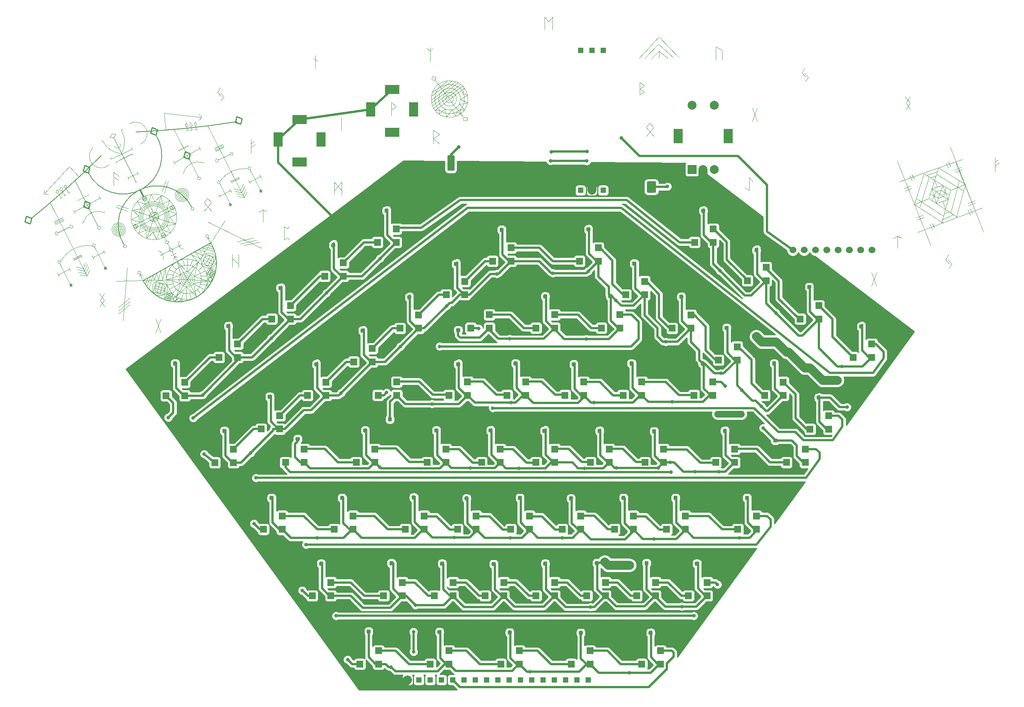
<source format=gbr>
%TF.GenerationSoftware,KiCad,Pcbnew,(5.1.7-0-10_14)*%
%TF.CreationDate,2021-04-08T12:21:10+02:00*%
%TF.ProjectId,MDMA,4d444d41-2e6b-4696-9361-645f70636258,rev?*%
%TF.SameCoordinates,Original*%
%TF.FileFunction,Copper,L1,Top*%
%TF.FilePolarity,Positive*%
%FSLAX46Y46*%
G04 Gerber Fmt 4.6, Leading zero omitted, Abs format (unit mm)*
G04 Created by KiCad (PCBNEW (5.1.7-0-10_14)) date 2021-04-08 12:21:10*
%MOMM*%
%LPD*%
G01*
G04 APERTURE LIST*
%TA.AperFunction,NonConductor*%
%ADD10C,0.120000*%
%TD*%
%TA.AperFunction,NonConductor*%
%ADD11C,0.170000*%
%TD*%
%TA.AperFunction,NonConductor*%
%ADD12C,0.250000*%
%TD*%
%TA.AperFunction,NonConductor*%
%ADD13C,0.150000*%
%TD*%
%TA.AperFunction,NonConductor*%
%ADD14C,0.300000*%
%TD*%
%TA.AperFunction,ComponentPad*%
%ADD15R,1.250000X1.250000*%
%TD*%
%TA.AperFunction,ComponentPad*%
%ADD16R,2.000000X2.000000*%
%TD*%
%TA.AperFunction,ComponentPad*%
%ADD17C,2.000000*%
%TD*%
%TA.AperFunction,ComponentPad*%
%ADD18R,2.000000X3.200000*%
%TD*%
%TA.AperFunction,ComponentPad*%
%ADD19R,3.200000X2.000000*%
%TD*%
%TA.AperFunction,ComponentPad*%
%ADD20C,1.524000*%
%TD*%
%TA.AperFunction,SMDPad,CuDef*%
%ADD21R,1.500000X1.500000*%
%TD*%
%TA.AperFunction,ViaPad*%
%ADD22C,0.800000*%
%TD*%
%TA.AperFunction,ViaPad*%
%ADD23C,2.000000*%
%TD*%
%TA.AperFunction,ViaPad*%
%ADD24C,1.500000*%
%TD*%
%TA.AperFunction,Conductor*%
%ADD25C,0.500000*%
%TD*%
%TA.AperFunction,Conductor*%
%ADD26C,2.000000*%
%TD*%
%TA.AperFunction,Conductor*%
%ADD27C,1.500000*%
%TD*%
%TA.AperFunction,Conductor*%
%ADD28C,0.254000*%
%TD*%
%TA.AperFunction,Conductor*%
%ADD29C,0.100000*%
%TD*%
G04 APERTURE END LIST*
D10*
X170600000Y-31700000D02*
X174000000Y-34800000D01*
X170700000Y-33300000D02*
X172700000Y-34900000D01*
X170700000Y-34800000D02*
X170700000Y-33300000D01*
X145000000Y-25600000D02*
X145900000Y-26700000D01*
X146700000Y-25600000D02*
X146700000Y-28500000D01*
X145900000Y-26700000D02*
X146700000Y-25600000D01*
X167400000Y-42500000D02*
X166400000Y-43100000D01*
X167400000Y-41200000D02*
X166400000Y-41800000D01*
X166400000Y-43000000D02*
X166400000Y-40200000D01*
X166400000Y-40200000D02*
X167400000Y-41200000D01*
X166400000Y-41800000D02*
X167400000Y-42500000D01*
X119900000Y-51100000D02*
X121300000Y-52100000D01*
X119900000Y-52900000D02*
X121300000Y-54200000D01*
X121300000Y-52100000D02*
X119900000Y-52900000D01*
X168600000Y-49500000D02*
X167800000Y-50500000D01*
X167800000Y-50500000D02*
X169600000Y-52500000D01*
X167800000Y-52500000D02*
X169500000Y-50500000D01*
X169500000Y-50500000D02*
X168600000Y-49500000D01*
X191004000Y-61750000D02*
X191904000Y-62750000D01*
X191004000Y-64750000D02*
X191004000Y-61750000D01*
X183500000Y-32300000D02*
X184900000Y-33100000D01*
X184900000Y-33100000D02*
X184900000Y-35300000D01*
X203500000Y-38200000D02*
X204300000Y-39200000D01*
X204300000Y-39200000D02*
X203600000Y-40100000D01*
X235800000Y-79200000D02*
X235200000Y-80300000D01*
X235800000Y-80300000D02*
X236600000Y-81300000D01*
X235200000Y-80300000D02*
X236000000Y-81200000D01*
X236600000Y-81300000D02*
X235900000Y-82200000D01*
X218550000Y-86200000D02*
X219650000Y-83200000D01*
X218550000Y-83200000D02*
X219650000Y-86200000D01*
X246274000Y-59176000D02*
X247274000Y-58476000D01*
X246274000Y-60476000D02*
X246274000Y-57276000D01*
X246274000Y-58276000D02*
X246974000Y-57776000D01*
X226300000Y-45000000D02*
X227200000Y-43500000D01*
X227200000Y-45000000D02*
X226200000Y-46500000D01*
X227300000Y-46500000D02*
X226300000Y-45000000D01*
X238900000Y-57700000D02*
X224800000Y-62700000D01*
X224300000Y-58000000D02*
X231800000Y-77100000D01*
X228900000Y-74100000D02*
X243400000Y-68600000D01*
X241800000Y-69200000D02*
X237400000Y-58300000D01*
X228800000Y-71300000D02*
X230300000Y-70700000D01*
X228600000Y-70800000D02*
X230100000Y-70200000D01*
X231700000Y-72300000D02*
X232200000Y-73400000D01*
X232200000Y-72100000D02*
X232700000Y-73100000D01*
X226100000Y-64800000D02*
X227500000Y-64200000D01*
X225900000Y-64300000D02*
X227300000Y-63700000D01*
X227600000Y-61100000D02*
X228100000Y-62100000D01*
X227100000Y-61300000D02*
X227600000Y-62400000D01*
X240200000Y-69100000D02*
X240700000Y-70200000D01*
X240700000Y-68900000D02*
X241200000Y-69900000D01*
X235300000Y-58500000D02*
X235800000Y-59600000D01*
X235800000Y-58300000D02*
X236300000Y-59300000D01*
X240300000Y-68100000D02*
X241800000Y-67500000D01*
X240200000Y-67600000D02*
X241700000Y-67000000D01*
X237200000Y-60100000D02*
X238700000Y-59500000D01*
X237400000Y-60600000D02*
X238900000Y-60000000D01*
X233500000Y-59700000D02*
X231400000Y-66500000D01*
X231400000Y-66500000D02*
X237800000Y-70700000D01*
X234300000Y-72000000D02*
X236300000Y-64600000D01*
X236300000Y-64600000D02*
X230300000Y-60900000D01*
X231400000Y-66500000D02*
X228200000Y-67800000D01*
X236300000Y-64600000D02*
X239600000Y-63300000D01*
X233100000Y-67600000D02*
X234500000Y-63500000D01*
X232100000Y-64300000D02*
X235700000Y-66700000D01*
X232100000Y-64300000D02*
X234500000Y-63500000D01*
X234500000Y-63500000D02*
X235700000Y-66700000D01*
X235700000Y-66700000D02*
X233100000Y-67600000D01*
X233100000Y-67600000D02*
X232100000Y-64300000D01*
X233000000Y-64900000D02*
X232100000Y-67000000D01*
X233000000Y-64900000D02*
X234100000Y-64600000D01*
X234100000Y-64600000D02*
X236000000Y-65700000D01*
X233500000Y-66400000D02*
X231700000Y-65400000D01*
X233500000Y-66400000D02*
X234700000Y-66000000D01*
X234700000Y-66000000D02*
X235300000Y-64000000D01*
X234500000Y-67100000D02*
X235100000Y-68900000D01*
X233300000Y-63900000D02*
X232700000Y-62300000D01*
X231800000Y-61800000D02*
X233000000Y-61400000D01*
X230900000Y-61200000D02*
X233200000Y-60500000D01*
X234900000Y-69900000D02*
X235900000Y-69500000D01*
X234500000Y-71200000D02*
X236900000Y-70100000D01*
X230300000Y-60900000D02*
X228200000Y-67700000D01*
X237600000Y-70700000D02*
X239600000Y-63300000D01*
X228200000Y-67800000D02*
X234600000Y-72000000D01*
X239600000Y-63300000D02*
X233600000Y-59600000D01*
X231500000Y-61600000D02*
X229400000Y-68500000D01*
X236300000Y-69800000D02*
X238300000Y-62400000D01*
X239100000Y-64700000D02*
X233100000Y-61000000D01*
X228600000Y-66500000D02*
X234700000Y-70500000D01*
X236200000Y-54900000D02*
X243700000Y-74000000D01*
X127704875Y-44100000D02*
G75*
G03*
X127704875Y-44100000I-4104875J0D01*
G01*
X126924154Y-44100000D02*
G75*
G03*
X126924154Y-44100000I-3324154J0D01*
G01*
X126059675Y-44100000D02*
G75*
G03*
X126059675Y-44100000I-2459675J0D01*
G01*
X125181139Y-44100000D02*
G75*
G03*
X125181139Y-44100000I-1581139J0D01*
G01*
X124454400Y-44100000D02*
G75*
G03*
X124454400Y-44100000I-854400J0D01*
G01*
X120300000Y-46600000D02*
X126900000Y-41600000D01*
X120300000Y-39800000D02*
X126100000Y-47400000D01*
X120300000Y-46600000D02*
X121300000Y-46500000D01*
X121300000Y-46500000D02*
X121200000Y-47400000D01*
X121200000Y-47400000D02*
X122600000Y-46300000D01*
X122600000Y-46300000D02*
X122900000Y-48100000D01*
X122900000Y-48100000D02*
X124100000Y-46500000D01*
X124100000Y-46500000D02*
X124900000Y-47900000D01*
X124900000Y-47900000D02*
X125200000Y-47000000D01*
X125200000Y-47000000D02*
X126000000Y-47400000D01*
X126100000Y-47400000D02*
X126000000Y-46500000D01*
X126000000Y-46500000D02*
X126900000Y-46500000D01*
X126900000Y-46500000D02*
X125800000Y-45200000D01*
X125800000Y-45200000D02*
X127600000Y-45000000D01*
X127600000Y-45000000D02*
X126059674Y-44100000D01*
X126059674Y-44100000D02*
X127600000Y-43200000D01*
X127600000Y-43200000D02*
X126600000Y-42800000D01*
X126600000Y-42800000D02*
X126900000Y-41600000D01*
X120000000Y-46100000D02*
X126600000Y-41100000D01*
X119800000Y-45500000D02*
X126000000Y-40800000D01*
X119600000Y-44900000D02*
X125400000Y-40500000D01*
X119500000Y-44300000D02*
X124800000Y-40200000D01*
X119600000Y-43400000D02*
X124100000Y-40000000D01*
X119800000Y-42500000D02*
X123100000Y-40000000D01*
X120300000Y-39800000D02*
X119600000Y-39700000D01*
X119600000Y-39600000D02*
X119700000Y-39000000D01*
X119700000Y-39000000D02*
X120500000Y-39100000D01*
X120500000Y-39100000D02*
X120300000Y-39800000D01*
X126100000Y-47400000D02*
X126800000Y-48200000D01*
X127400000Y-49000000D02*
X126700000Y-48900000D01*
X126800000Y-48200000D02*
X127600000Y-48300000D01*
X126700000Y-48800000D02*
X126800000Y-48200000D01*
X127600000Y-48300000D02*
X127400000Y-49000000D01*
X119200000Y-35600000D02*
X119200000Y-32500000D01*
X118500000Y-32600000D02*
X119200000Y-33300000D01*
X119200000Y-33300000D02*
X119900000Y-32600000D01*
X87100000Y-75300000D02*
X87600000Y-75800000D01*
X86400000Y-75800000D02*
X87100000Y-75300000D01*
X87500000Y-72800000D02*
X87100000Y-73300000D01*
X111600000Y-45800000D02*
X110500000Y-46500000D01*
X64335130Y-49475304D02*
X64135241Y-50003602D01*
X64693828Y-49935016D02*
X64335130Y-49475304D01*
X64693828Y-49935016D02*
X64444812Y-50368597D01*
X64444812Y-50368597D02*
X64135241Y-50003602D01*
X65686374Y-49813147D02*
X65327676Y-49353436D01*
X65437357Y-50246727D02*
X65127787Y-49881734D01*
X65327676Y-49353436D02*
X65127787Y-49881734D01*
X66429904Y-50124858D02*
X66120333Y-49759863D01*
X66678920Y-49691279D02*
X66429904Y-50124858D01*
X66000000Y-85600000D02*
X68400000Y-87100000D01*
X74400000Y-67900000D02*
G75*
G03*
X74400000Y-67900000I-100000J0D01*
G01*
X40421042Y-83644390D02*
X41970795Y-83957858D01*
X75834337Y-65997055D02*
X77384091Y-66310524D01*
X75291076Y-64854746D02*
X76840830Y-65168216D01*
X67542398Y-61737530D02*
X67004398Y-61562723D01*
X67542398Y-61737530D02*
X67367591Y-62275528D01*
X67367591Y-62275528D02*
X66829593Y-62100721D01*
X67201199Y-54765450D02*
X67596458Y-55522926D01*
X67004398Y-61562723D02*
X66829593Y-62100721D01*
X47399024Y-57599855D02*
X47151768Y-57227211D01*
X52253832Y-55290993D02*
X52006575Y-54918349D01*
X38878325Y-80106026D02*
X40778108Y-79167504D01*
X63100000Y-83800000D02*
X60500000Y-82500000D01*
X35933148Y-81147090D02*
X35395150Y-80972283D01*
X70700000Y-78400000D02*
X67900000Y-77600000D01*
X78900000Y-56300000D02*
X78900000Y-53100000D01*
X55500000Y-86300000D02*
X56200000Y-84100000D01*
X68300000Y-67400000D02*
X70100000Y-69400000D01*
X36107954Y-80609091D02*
X35569955Y-80434284D01*
X57500000Y-96700000D02*
X58600000Y-93700000D01*
X45900000Y-89400000D02*
X44900000Y-90900000D01*
X68160575Y-58476192D02*
X68359086Y-58451818D01*
D11*
X69891984Y-76530872D02*
G75*
G02*
X54657585Y-85043426I-7461129J-4535587D01*
G01*
D10*
X69100000Y-66400000D02*
X68300000Y-67400000D01*
X64400000Y-86400000D02*
X66700000Y-88700000D01*
X71980963Y-62603056D02*
X71806156Y-63141054D01*
X71442964Y-62428249D02*
X71268157Y-62966249D01*
X71980963Y-62603056D02*
X71442964Y-62428249D01*
X78900000Y-54100000D02*
X79600000Y-53600000D01*
X81600000Y-71700000D02*
X81600000Y-69000000D01*
X81600000Y-69000000D02*
X80700000Y-69500000D01*
X60126390Y-86700000D02*
G75*
G03*
X60126390Y-86700000I-1718398J0D01*
G01*
X71118398Y-80500000D02*
G75*
G03*
X71118398Y-80500000I-1718398J0D01*
G01*
X56800000Y-83800000D02*
X57200000Y-84900000D01*
X57200000Y-84900000D02*
X57700000Y-83300000D01*
X57700000Y-83300000D02*
X58100000Y-84800000D01*
X58100000Y-84800000D02*
X58600000Y-82800000D01*
X59900000Y-84800000D02*
X63100000Y-83800000D01*
X70600000Y-77900000D02*
X68400000Y-77300000D01*
X63766224Y-60671314D02*
X63603533Y-60748492D01*
X74648106Y-56747049D02*
X74110109Y-56572242D01*
X74822914Y-56209049D02*
X74284914Y-56034243D01*
D12*
X42424272Y-68757429D02*
X41240027Y-68331831D01*
D10*
X49100000Y-91000000D02*
X51700000Y-88900000D01*
X80800000Y-76300000D02*
X77200000Y-77100000D01*
X80100000Y-75900000D02*
X76500000Y-76700000D01*
X73100000Y-71500000D02*
X64511693Y-84700000D01*
X64400000Y-86400000D02*
X64400000Y-89300000D01*
X71806156Y-63141054D02*
X71268157Y-62966249D01*
X81600000Y-69000000D02*
X82500000Y-69400000D01*
X64511693Y-83008735D02*
X64600000Y-80200000D01*
X66100000Y-84000000D02*
X68600000Y-82700000D01*
X68000000Y-81700000D02*
X67100000Y-82700000D01*
X65500000Y-89200000D02*
X65100000Y-87900000D01*
X44689371Y-65891886D02*
X45084630Y-66649362D01*
X41255175Y-71795088D02*
G75*
G02*
X45648747Y-69602628I3213684J-941580D01*
G01*
X44492571Y-72689160D02*
X44317764Y-73227158D01*
X45030569Y-72863966D02*
X44855762Y-73401964D01*
X44855762Y-73401964D02*
X44317764Y-73227158D01*
X45030569Y-72863966D02*
X44492571Y-72689160D01*
X39014138Y-80391602D02*
X40913923Y-79453081D01*
X39606149Y-81930929D02*
X41155903Y-82244397D01*
X41155903Y-82244397D02*
X41791509Y-80856591D01*
X41427533Y-82815551D02*
X42063140Y-81427746D01*
X39877780Y-82502082D02*
X41427533Y-82815551D01*
X40149409Y-83073236D02*
X41699164Y-83386706D01*
X41699164Y-83386706D02*
X42334771Y-81998899D01*
X41970795Y-83957858D02*
X42606402Y-82570054D01*
X76840830Y-65168216D02*
X77476437Y-63780411D01*
X76569199Y-64597062D02*
X77204806Y-63209256D01*
X75019445Y-64283592D02*
X76569199Y-64597062D01*
X77112460Y-65739369D02*
X77748067Y-64351564D01*
X77384091Y-66310524D02*
X78019698Y-64922717D01*
X75562707Y-65425900D02*
X77112460Y-65739369D01*
X74439622Y-62843522D02*
X76339406Y-61905000D01*
X74303807Y-62557945D02*
X76203591Y-61619424D01*
X59804220Y-51139891D02*
X59354449Y-47285512D01*
X59354449Y-47285512D02*
X67824134Y-48159834D01*
X67230365Y-47426731D02*
X67824134Y-48159834D01*
X67824134Y-48159834D02*
X67202473Y-48840669D01*
X38030771Y-59253888D02*
X40245655Y-61702210D01*
X33365675Y-65569496D02*
X32348756Y-65492855D01*
X38030771Y-59253888D02*
X32348756Y-65492855D01*
X68300000Y-69400000D02*
X70000000Y-67400000D01*
X72000000Y-41500000D02*
X71400000Y-42600000D01*
X57500000Y-93700000D02*
X58600000Y-96700000D01*
X58600000Y-82800000D02*
X59000000Y-84800000D01*
X59000000Y-84800000D02*
X59600000Y-82200000D01*
X59600000Y-82200000D02*
X59900000Y-84800000D01*
X78846995Y-59442741D02*
X78672189Y-59980739D01*
X70400000Y-77400000D02*
X68900000Y-77000000D01*
X71044313Y-57540400D02*
X70869507Y-58078399D01*
X74284914Y-56034243D02*
X74110109Y-56572242D01*
X74822914Y-56209049D02*
X74648106Y-56747049D01*
X63000000Y-85500000D02*
X59900000Y-84800000D01*
X62288307Y-80700000D02*
X64511693Y-83008735D01*
X48500000Y-85100000D02*
X64511693Y-84700000D01*
X63100000Y-83800000D02*
X62288307Y-80700000D01*
X62100000Y-82500000D02*
X61200000Y-81500000D01*
X61500000Y-83700000D02*
X60100000Y-83600000D01*
X61400000Y-85600000D02*
X60100000Y-86000000D01*
X72000000Y-42600000D02*
X72800000Y-43600000D01*
X70000000Y-67400000D02*
X69100000Y-66400000D01*
X68000000Y-77600000D02*
X68500000Y-78500000D01*
X68500000Y-78500000D02*
X67200000Y-78000000D01*
X67200000Y-78000000D02*
X68000000Y-79300000D01*
X68000000Y-79300000D02*
X66300000Y-78500000D01*
D13*
X54600000Y-85000000D02*
X69900000Y-76500000D01*
D10*
X66700000Y-88700000D02*
X62288307Y-80700000D01*
X62100000Y-86800000D02*
X61200000Y-87800000D01*
X65815432Y-84700000D02*
G75*
G03*
X65815432Y-84700000I-1303739J0D01*
G01*
X65405611Y-84700000D02*
G75*
G03*
X65405611Y-84700000I-893918J0D01*
G01*
X65000000Y-84700000D02*
G75*
G03*
X65000000Y-84700000I-488307J0D01*
G01*
X45000000Y-89400000D02*
X45900000Y-87900000D01*
X32348756Y-65492855D02*
X32338328Y-64587376D01*
X63300000Y-89100000D02*
X63700000Y-87800000D01*
X64511693Y-83008735D02*
X67000000Y-80800000D01*
X69000000Y-83900000D02*
X67600000Y-83900000D01*
X65200000Y-81600000D02*
X65800000Y-80300000D01*
X63900000Y-81600000D02*
X63500000Y-80200000D01*
X64511693Y-84700000D02*
X69100000Y-85000000D01*
X55900000Y-86800000D02*
X56800000Y-83800000D01*
X66000000Y-85600000D02*
X69000000Y-85000000D01*
X64511693Y-84700000D02*
X62100000Y-88600000D01*
X41254397Y-71797750D02*
X40905381Y-71998558D01*
X45648747Y-69602628D02*
X45946511Y-69566066D01*
X39973897Y-66873878D02*
X42345580Y-65675914D01*
X61698598Y-58362863D02*
X67361387Y-55249537D01*
D12*
X64065871Y-55923069D02*
X63751855Y-57205394D01*
X64936100Y-57630992D02*
X63751855Y-57205394D01*
D10*
X44800000Y-87900000D02*
X45900000Y-89400000D01*
D12*
X42715373Y-67529483D02*
X41554042Y-67049505D01*
X41554042Y-67049505D02*
X41240027Y-68331831D01*
X42715373Y-67529483D02*
X42424272Y-68757429D01*
X65227200Y-56403047D02*
X64936100Y-57630992D01*
D10*
X34901357Y-72332754D02*
X36801141Y-71394234D01*
X34765542Y-72047178D02*
X36665325Y-71108657D01*
X34629727Y-71761601D02*
X36529511Y-70823080D01*
X70821354Y-55529964D02*
X72721138Y-54591442D01*
X70957170Y-55815539D02*
X72856954Y-54877018D01*
X70685537Y-55244386D02*
X72585322Y-54305865D01*
X39186770Y-69489300D02*
X44849561Y-66375973D01*
X38939514Y-69116656D02*
X39334772Y-69874131D01*
X66300000Y-78500000D02*
X67500000Y-80100000D01*
X67500000Y-80100000D02*
X65400000Y-79000000D01*
X65400000Y-79000000D02*
X67000000Y-80800000D01*
X57600000Y-85200000D02*
X56900000Y-87500000D01*
X59200000Y-88200000D02*
X56900000Y-87500000D01*
X59200000Y-88200000D02*
X59900000Y-85900000D01*
X57600000Y-85200000D02*
X59900000Y-85900000D01*
X68800000Y-79000000D02*
X67800000Y-81100000D01*
X69900000Y-82100000D02*
X67800000Y-81100000D01*
X69900000Y-82100000D02*
X71000000Y-79900000D01*
X71000000Y-79900000D02*
X68900000Y-79000000D01*
X61300000Y-88500000D02*
G75*
G03*
X61300000Y-88500000I-943398J0D01*
G01*
X70843398Y-83200000D02*
G75*
G03*
X70843398Y-83200000I-943398J0D01*
G01*
X62309902Y-89100000D02*
G75*
G03*
X62309902Y-89100000I-509902J0D01*
G01*
X70209902Y-84700000D02*
G75*
G03*
X70209902Y-84700000I-509902J0D01*
G01*
X63060555Y-89300000D02*
G75*
G03*
X63060555Y-89300000I-360555J0D01*
G01*
X63500000Y-89400000D02*
G75*
G03*
X63500000Y-89400000I-200000J0D01*
G01*
X69760555Y-85600000D02*
G75*
G03*
X69760555Y-85600000I-360555J0D01*
G01*
X69300000Y-86200000D02*
G75*
G03*
X69300000Y-86200000I-200000J0D01*
G01*
X60700000Y-89300000D02*
X59500000Y-88800000D01*
X59500000Y-88800000D02*
X60000000Y-87700000D01*
X60100000Y-87700000D02*
X61200000Y-88100000D01*
X61200000Y-88100000D02*
X60700000Y-89300000D01*
X69700000Y-82300000D02*
X69000000Y-83300000D01*
X69000000Y-83300000D02*
X70000000Y-84100000D01*
X70000000Y-84100000D02*
X70800000Y-83200000D01*
X70800000Y-83200000D02*
X69800000Y-82300000D01*
X61700000Y-88600000D02*
X61400000Y-89200000D01*
X61700000Y-88600000D02*
X62200000Y-89000000D01*
X62200000Y-89000000D02*
X61900000Y-89500000D01*
X61900000Y-89500000D02*
X61400000Y-89200000D01*
X59500000Y-86700000D02*
G75*
G03*
X59500000Y-86700000I-1092008J0D01*
G01*
X60909125Y-88500000D02*
G75*
G03*
X60909125Y-88500000I-552523J0D01*
G01*
X70540175Y-80500000D02*
G75*
G03*
X70540175Y-80500000I-1140175J0D01*
G01*
X70532456Y-83200000D02*
G75*
G03*
X70532456Y-83200000I-632456J0D01*
G01*
X69600000Y-84200000D02*
X69300000Y-84800000D01*
X69300000Y-84800000D02*
X69800000Y-85200000D01*
X69800000Y-85200000D02*
X70200000Y-84600000D01*
X70200000Y-84600000D02*
X69600000Y-84200000D01*
X58400000Y-85400000D02*
X57700000Y-87800000D01*
X62204018Y-70643943D02*
G75*
G03*
X62204018Y-70643943I-5126400J0D01*
G01*
X59137653Y-75347798D02*
X54482976Y-66212483D01*
X52646156Y-73238583D02*
X61781472Y-68583909D01*
X58182153Y-70643943D02*
G75*
G03*
X58182153Y-70643943I-1104535J0D01*
G01*
X55499163Y-66545313D02*
G75*
G03*
X55499163Y-66545313I-509903J0D01*
G01*
X59675876Y-74742574D02*
G75*
G03*
X59675876Y-74742574I-509902J0D01*
G01*
X53494696Y-72731913D02*
G75*
G03*
X53494696Y-72731913I-509903J0D01*
G01*
X61686148Y-68555587D02*
G75*
G03*
X61686148Y-68555587I-509900J0D01*
G01*
X52373761Y-72703980D02*
X61509076Y-68049303D01*
X59672256Y-75075404D02*
X55017580Y-65940089D01*
X60514184Y-70643943D02*
G75*
G03*
X60514184Y-70643943I-3436566J0D01*
G01*
X52235628Y-69070686D02*
X61919605Y-72217201D01*
X55504359Y-75485932D02*
X58650875Y-65801956D01*
X55504359Y-75485932D02*
X56790376Y-74045046D01*
X56790376Y-74045046D02*
X57652960Y-75737958D01*
X57652960Y-75737958D02*
X58264782Y-73854963D01*
X58888487Y-73537168D02*
X60771483Y-74148992D01*
X60771483Y-74148992D02*
X59954300Y-72545179D01*
X59954300Y-72545179D02*
X61919605Y-72217201D01*
X61919605Y-72217201D02*
X60611521Y-70751284D01*
X60611521Y-70751284D02*
X62126232Y-69979501D01*
X62080833Y-69890400D02*
X60332338Y-69322280D01*
X59970841Y-68833073D02*
X60582664Y-66950078D01*
X60582664Y-66950078D02*
X58978852Y-67767261D01*
X58978852Y-67767261D02*
X58650875Y-65801956D01*
X58650875Y-65801956D02*
X57230358Y-67199140D01*
X57230358Y-67199140D02*
X56413174Y-65595328D01*
X56413174Y-65595328D02*
X55801351Y-67478324D01*
X55266747Y-67750719D02*
X53383751Y-67138897D01*
X53383751Y-67138897D02*
X54200934Y-68742708D01*
X54200934Y-68742708D02*
X52235628Y-69070686D01*
X52235628Y-69070686D02*
X53587414Y-70402104D01*
X53587414Y-70402104D02*
X51983603Y-71219287D01*
X51983603Y-71219287D02*
X53866599Y-71831110D01*
X54184393Y-72454812D02*
X53572570Y-74337809D01*
X53572570Y-74337809D02*
X55176382Y-73520627D01*
X55176382Y-73520627D02*
X55504359Y-75485932D01*
X59579617Y-70643943D02*
G75*
G03*
X59579617Y-70643943I-2501999J0D01*
G01*
X59879402Y-70643943D02*
G75*
G03*
X59879402Y-70643943I-2801784J0D01*
G01*
X60177616Y-70643943D02*
G75*
G03*
X60177616Y-70643943I-3099998J0D01*
G01*
X53244238Y-73203812D02*
X52725349Y-72260013D01*
X52512894Y-72991357D02*
X53456692Y-72472470D01*
X54769914Y-66114822D02*
X55216255Y-66990816D01*
X54534935Y-66776805D02*
X55434763Y-66318319D01*
X60721922Y-68787079D02*
X61630572Y-68324098D01*
X60944755Y-68101263D02*
X61403242Y-69001090D01*
X59404954Y-75211601D02*
X58938977Y-74297070D01*
X58711648Y-74974064D02*
X59620297Y-74511083D01*
X56001619Y-70294331D02*
X56728004Y-71719940D01*
X57427230Y-69567946D02*
X58153614Y-70993556D01*
X56682606Y-71630840D02*
X58108214Y-70904457D01*
X56001619Y-70294331D02*
X57427230Y-69567946D01*
X59404954Y-75211601D02*
X59803786Y-75947478D01*
X59803786Y-75947478D02*
X59628980Y-76485477D01*
X60341786Y-76122286D02*
X59803786Y-75947478D01*
X60341786Y-76122286D02*
X60166980Y-76660283D01*
X60166980Y-76660283D02*
X59628980Y-76485477D01*
X60166980Y-76660283D02*
X60668046Y-77608384D01*
X60668046Y-77608384D02*
X60449538Y-78280883D01*
X60668046Y-77608384D02*
X61340545Y-77826891D01*
X60449538Y-78280883D02*
X61122037Y-78499391D01*
X61340545Y-77826891D02*
X61122037Y-78499391D01*
X61122037Y-78499391D02*
X62300000Y-80700000D01*
X63160063Y-76870810D02*
X58530157Y-79231734D01*
X58091195Y-78258430D02*
G75*
G02*
X59176863Y-80266997I-596302J-1620008D01*
G01*
X63745729Y-77948007D02*
G75*
G02*
X62802480Y-76050970I123380J1244368D01*
G01*
X60926868Y-79357339D02*
X61956900Y-78810497D01*
X61584040Y-80192879D02*
X61620676Y-79493836D01*
X61620676Y-79493836D02*
X62309249Y-79730197D01*
D14*
X53998131Y-64600111D02*
X54724515Y-66025722D01*
D10*
X48017294Y-52788646D02*
X53135549Y-62907198D01*
X51247212Y-61862653D02*
X53432574Y-60788318D01*
X53296757Y-60502740D02*
X53544014Y-60875385D01*
X53544014Y-60875385D02*
X53667643Y-61061707D01*
X51123584Y-61676332D02*
X51494469Y-62235298D01*
X49432864Y-57753135D02*
X52189378Y-56407169D01*
X52189378Y-56407169D02*
X52436635Y-56779813D01*
X49432864Y-57753135D02*
X48489065Y-58272023D01*
X48489065Y-58272023D02*
X48624881Y-58557600D01*
X47399024Y-57599855D02*
X52253832Y-55290993D01*
X49738535Y-51041950D02*
G75*
G02*
X49770706Y-56401890I-4625759J-2707831D01*
G01*
X45513629Y-53431014D02*
G75*
G03*
X49770706Y-56401890I4640277J2113724D01*
G01*
D11*
X50312260Y-76881037D02*
G75*
G02*
X65546659Y-68368483I7461129J4535587D01*
G01*
D10*
X50713417Y-77619534D02*
X50175418Y-77444728D01*
X50888223Y-77081534D02*
X50713417Y-77619534D01*
X50350224Y-76906729D02*
X50175418Y-77444728D01*
X50888223Y-77081534D02*
X50350224Y-76906729D01*
X66063878Y-68568634D02*
X65889072Y-69106633D01*
X65889072Y-69106633D02*
X65351073Y-68931825D01*
X66063878Y-68568634D02*
X65525880Y-68393828D01*
X65525880Y-68393828D02*
X65351073Y-68931825D01*
X48666465Y-67922336D02*
X51294075Y-68808717D01*
X48528890Y-68442982D02*
X51156499Y-69329364D01*
X58893209Y-65054633D02*
X59779591Y-62427025D01*
X59413856Y-65192209D02*
X60300237Y-62564600D01*
D11*
X57578347Y-52226761D02*
G75*
G02*
X42343948Y-60739315I-7461129J-4535587D01*
G01*
D12*
X42342609Y-60707378D02*
X41158365Y-60281778D01*
X41472379Y-58999453D02*
X41158365Y-60281778D01*
X42633708Y-59479430D02*
X42342609Y-60707378D01*
X42633708Y-59479430D02*
X41472379Y-58999453D01*
X57518264Y-52194476D02*
X56334019Y-51768878D01*
D10*
X71400000Y-42600000D02*
X72200000Y-43500000D01*
X72800000Y-43600000D02*
X72100000Y-44500000D01*
X48000000Y-60600000D02*
X49200000Y-61500000D01*
X48000000Y-63600000D02*
X48000000Y-60600000D01*
X48000000Y-61700000D02*
X49100000Y-62300000D01*
X74700000Y-80000000D02*
X76000000Y-81100000D01*
X76100000Y-79100000D02*
X76100000Y-82100000D01*
X74700000Y-79000000D02*
X74700000Y-82000000D01*
X67000000Y-80800000D02*
X66100000Y-84000000D01*
X66100000Y-84000000D02*
X69100000Y-85000000D01*
X66202959Y-84700000D02*
G75*
G03*
X66202959Y-84700000I-1691266J0D01*
G01*
X67724994Y-84700000D02*
G75*
G03*
X67724994Y-84700000I-3213301J0D01*
G01*
X55100000Y-85900000D02*
X55600000Y-84400000D01*
X66600000Y-88600000D02*
X66000000Y-85600000D01*
X62100000Y-88600000D02*
X64400000Y-86400000D01*
X62100000Y-88600000D02*
X63000000Y-85500000D01*
D12*
X76854064Y-48527385D02*
X75692733Y-48047407D01*
X75692733Y-48047407D02*
X75378719Y-49329732D01*
D10*
X33765346Y-67568801D02*
X41970795Y-83957858D01*
X39350605Y-62618116D02*
X44468859Y-72736668D01*
X61590802Y-50920527D02*
X67037364Y-61636633D01*
X69203016Y-50119974D02*
X77384091Y-66310524D01*
X35496432Y-65282055D02*
X36179607Y-66332248D01*
X35496432Y-65282055D02*
X34958432Y-65107250D01*
X35671239Y-64744057D02*
X35496432Y-65282055D01*
X35133239Y-64569250D02*
X34958432Y-65107250D01*
X35671239Y-64744057D02*
X35133239Y-64569250D01*
X36365929Y-66208621D02*
X35993285Y-66455877D01*
X36503596Y-64138101D02*
X35965596Y-63963296D01*
X36328789Y-64676101D02*
X37011963Y-65726294D01*
X59000000Y-85600000D02*
X58400000Y-88000000D01*
X60500000Y-87800000D02*
X60000000Y-89000000D01*
X60800000Y-87900000D02*
X60300000Y-89100000D01*
X68200000Y-80200000D02*
X70300000Y-81300000D01*
X68500000Y-79700000D02*
X70500000Y-80800000D01*
X69300000Y-82900000D02*
X70300000Y-83700000D01*
X69500000Y-82700000D02*
X70500000Y-83500000D01*
X57400000Y-86100000D02*
X59600000Y-86800000D01*
X57200000Y-86600000D02*
X59500000Y-87300000D01*
X59800000Y-88000000D02*
X61000000Y-88600000D01*
X59700000Y-88400000D02*
X60800000Y-88900000D01*
X68600000Y-81300000D02*
X69700000Y-79400000D01*
X69100000Y-81700000D02*
X70300000Y-79600000D01*
X70200000Y-82600000D02*
X69400000Y-83600000D01*
X70400000Y-82800000D02*
X69600000Y-83800000D01*
X51100000Y-82100000D02*
X50100000Y-94000000D01*
X69300000Y-71800000D02*
X81200000Y-77700000D01*
X53900000Y-83500000D02*
X54700000Y-85000000D01*
X69900000Y-76500000D02*
X69200000Y-75300000D01*
X54088223Y-82981534D02*
X53550224Y-82806729D01*
X53550224Y-82806729D02*
X53375418Y-83344728D01*
X54088223Y-82981534D02*
X53913417Y-83519534D01*
X53913417Y-83519534D02*
X53375418Y-83344728D01*
X68825880Y-74593828D02*
X68651073Y-75131825D01*
X69363878Y-74768634D02*
X68825880Y-74593828D01*
X69189072Y-75306633D02*
X68651073Y-75131825D01*
X69363878Y-74768634D02*
X69189072Y-75306633D01*
X53913417Y-83519534D02*
X53900000Y-84100000D01*
X53913417Y-83519534D02*
X54500000Y-83900000D01*
X69200000Y-75300000D02*
X69200000Y-75800000D01*
X69200000Y-75300000D02*
X69700000Y-75500000D01*
X49100000Y-92500000D02*
X51700000Y-90400000D01*
X49100000Y-91800000D02*
X51700000Y-89700000D01*
X79400000Y-75400000D02*
X75800000Y-76200000D01*
X37198286Y-65602665D02*
X36825642Y-65849922D01*
X35965596Y-63963296D02*
X35790790Y-64501294D01*
X36503596Y-64138101D02*
X36328789Y-64676101D01*
X36328789Y-64676101D02*
X35790790Y-64501294D01*
X38142085Y-65083776D02*
X37769440Y-65331034D01*
X36909394Y-63444407D02*
X36734589Y-63982406D01*
X37447393Y-63619213D02*
X37272587Y-64157212D01*
X37272587Y-64157212D02*
X36734589Y-63982406D01*
X37272587Y-64157212D02*
X37955762Y-65207405D01*
X37447393Y-63619213D02*
X36909394Y-63444407D01*
X50663698Y-73504968D02*
G75*
G03*
X50663698Y-73504968I-1513275J0D01*
G01*
X50350424Y-73504968D02*
G75*
G03*
X50350424Y-73504968I-1200001J0D01*
G01*
X50050426Y-73504968D02*
G75*
G03*
X50050426Y-73504968I-900003J0D01*
G01*
X49750424Y-73504968D02*
G75*
G03*
X49750424Y-73504968I-600001J0D01*
G01*
X49150423Y-73504968D02*
X48554896Y-73578090D01*
X49745952Y-73431846D02*
X49150423Y-73504968D01*
X64919929Y-65709464D02*
G75*
G03*
X64919929Y-65709464I-1513273J0D01*
G01*
X64306655Y-65709464D02*
G75*
G03*
X64306655Y-65709464I-899999J0D01*
G01*
X64006656Y-65709464D02*
G75*
G03*
X64006656Y-65709464I-600000J0D01*
G01*
X64606655Y-65709464D02*
G75*
G03*
X64606655Y-65709464I-1199999J0D01*
G01*
X62959130Y-66167417D02*
X63754927Y-65263698D01*
X64693828Y-49935016D02*
X64444812Y-50368597D01*
X64444812Y-50368597D02*
X64135241Y-50003602D01*
X64444812Y-50368597D02*
X64542307Y-51162633D01*
X64244543Y-51199193D02*
X64840071Y-51126072D01*
X65686374Y-49813147D02*
X65437357Y-50246727D01*
X65237089Y-51077324D02*
X65832617Y-51004202D01*
X65437357Y-50246727D02*
X65534852Y-51040763D01*
X66320222Y-49231565D02*
X66120333Y-49759863D01*
X66678920Y-49691279D02*
X66320222Y-49231565D01*
X66429904Y-50124858D02*
X66527399Y-50918894D01*
X66229637Y-50955456D02*
X66825164Y-50882334D01*
X47064232Y-58868592D02*
G75*
G02*
X43448063Y-54961693I-1859237J1906103D01*
G01*
X51566320Y-49646926D02*
G75*
G02*
X54042173Y-54265405I1377143J-2234609D01*
G01*
X36127761Y-80644178D02*
G75*
G02*
X43151550Y-77163316I6053730J-3388561D01*
G01*
X71933867Y-62635601D02*
G75*
G02*
X78092946Y-59775425I5450224J-3674923D01*
G01*
X43730792Y-77368632D02*
X43192794Y-77193824D01*
X43905598Y-76830633D02*
X43730792Y-77368632D01*
X43367601Y-76655827D02*
X43192794Y-77193824D01*
X43905598Y-76830633D02*
X43367601Y-76655827D01*
X36107954Y-80609091D02*
X35933148Y-81147090D01*
D12*
X29244264Y-72189248D02*
X28060020Y-71763649D01*
X29535364Y-70961302D02*
X28374034Y-70481324D01*
X28374034Y-70481324D02*
X28060020Y-71763649D01*
X29535364Y-70961302D02*
X29244264Y-72189248D01*
X76854064Y-48527385D02*
X76562963Y-49755331D01*
X76562963Y-49755331D02*
X75378719Y-49329732D01*
D10*
X78308997Y-59267935D02*
X78134190Y-59805932D01*
X78672189Y-59980739D02*
X78134190Y-59805932D01*
X78846995Y-59442741D02*
X78308997Y-59267935D01*
X35943416Y-81205004D02*
X38394111Y-86009037D01*
X43741061Y-77426545D02*
X46191755Y-82230578D01*
X71859002Y-63160381D02*
X74309697Y-67964414D01*
X78672189Y-59980739D02*
X81122882Y-64784772D01*
X35583698Y-83633836D02*
X38054636Y-82423683D01*
X38522022Y-86040039D02*
G75*
G03*
X38522022Y-86040039I-99999J0D01*
G01*
X38622023Y-86040039D02*
G75*
G03*
X38622023Y-86040039I-200000J0D01*
G01*
X38722023Y-86040039D02*
G75*
G03*
X38722023Y-86040039I-300000J0D01*
G01*
X81233153Y-64842686D02*
G75*
G03*
X81233153Y-64842686I-100001J0D01*
G01*
X81433153Y-64842686D02*
G75*
G03*
X81433153Y-64842686I-300001J0D01*
G01*
X81333153Y-64842686D02*
G75*
G03*
X81333153Y-64842686I-200001J0D01*
G01*
X43369155Y-79756123D02*
X45840094Y-78545971D01*
X46291755Y-82230578D02*
G75*
G03*
X46291755Y-82230578I-100000J0D01*
G01*
X46491755Y-82230578D02*
G75*
G03*
X46491755Y-82230578I-300000J0D01*
G01*
X46391756Y-82230578D02*
G75*
G03*
X46391756Y-82230578I-200001J0D01*
G01*
X74554187Y-67891560D02*
G75*
G03*
X74554187Y-67891560I-300000J0D01*
G01*
X74454187Y-67891560D02*
G75*
G03*
X74454187Y-67891560I-200000J0D01*
G01*
X35336441Y-83261191D02*
X35731700Y-84018666D01*
X37906633Y-82038852D02*
X38301893Y-82796327D01*
X43121898Y-79383478D02*
X43517158Y-80140954D01*
X45692091Y-78161139D02*
X46087351Y-78918616D01*
X71791031Y-65889003D02*
X74261969Y-64678853D01*
X74113966Y-64294021D02*
X74509227Y-65051496D01*
D12*
X57809364Y-50966531D02*
X56648034Y-50486553D01*
X56648034Y-50486553D02*
X56334019Y-51768878D01*
X57809364Y-50966531D02*
X57518264Y-52194476D01*
D13*
X29641916Y-70878148D02*
G75*
G03*
X45192808Y-56863235I-125934791J155371799D01*
G01*
X53032137Y-51512413D02*
G75*
G03*
X75784213Y-49177795I-8868777J198463698D01*
G01*
D10*
X71543775Y-65516359D02*
X71939033Y-66273836D01*
X78557810Y-62740876D02*
X81028747Y-61530724D01*
X80880745Y-61145891D02*
X81276004Y-61903369D01*
X78310553Y-62368230D02*
X78705812Y-63125706D01*
X35529927Y-74169845D02*
X38000865Y-72959694D01*
X35514314Y-74133166D02*
X34976314Y-73958361D01*
X34976314Y-73958361D02*
X34801508Y-74496359D01*
X35514314Y-74133166D02*
X35339506Y-74671166D01*
X35339506Y-74671166D02*
X34801508Y-74496359D01*
X38754913Y-72627010D02*
X38580108Y-73165009D01*
X38754913Y-72627010D02*
X38216916Y-72452204D01*
X38580108Y-73165009D02*
X38042108Y-72990202D01*
X68900000Y-86000000D02*
X67600000Y-85800000D01*
X38216916Y-72452204D02*
X38042108Y-72990202D01*
X71597926Y-57751885D02*
X74068864Y-56541733D01*
X71582312Y-57715206D02*
X71407506Y-58253205D01*
X71582312Y-57715206D02*
X71044313Y-57540400D01*
X71407506Y-58253205D02*
X70869507Y-58078399D01*
X61451341Y-57990219D02*
X61846600Y-58747694D01*
D12*
X65227200Y-56403047D02*
X64065871Y-55923069D01*
D10*
X62485725Y-55747442D02*
X64857409Y-54549477D01*
X63767003Y-60668653D02*
G75*
G02*
X68160575Y-58476192I3213685J-941579D01*
G01*
X46000000Y-90900000D02*
X45000000Y-89400000D01*
X48017294Y-52788646D02*
X48428258Y-52032928D01*
X48428258Y-52032928D02*
X47609847Y-51931915D01*
X47198883Y-52687631D02*
X47609847Y-51931915D01*
X49499449Y-54141417D02*
G75*
G02*
X48149591Y-54686670I-679450J-261435D01*
G01*
X45512050Y-53427545D02*
X45199844Y-53638339D01*
X49738536Y-51041951D02*
X50092972Y-50821018D01*
X48017294Y-52788646D02*
X47198883Y-52687631D01*
X69100000Y-84700000D02*
G75*
G03*
X69100000Y-84700000I-4588307J0D01*
G01*
X78900000Y-55000000D02*
X79900000Y-54300000D01*
X35569955Y-80434284D02*
X35395150Y-80972283D01*
X67600000Y-88100000D02*
X66900000Y-87000000D01*
X63000000Y-85500000D02*
X60500000Y-87000000D01*
X110500000Y-44800000D02*
X111600000Y-45800000D01*
X110500000Y-47800000D02*
X110500000Y-44800000D01*
X191700000Y-46100000D02*
X192800000Y-49100000D01*
X191700000Y-49100000D02*
X192800000Y-46100000D01*
X99200000Y-48200000D02*
X99200000Y-51100000D01*
X223465000Y-75472000D02*
X224365000Y-74972000D01*
X224365000Y-74972000D02*
X225265000Y-75372000D01*
X224365000Y-77672000D02*
X224365000Y-74972000D01*
X93400000Y-34200000D02*
X93400000Y-37200000D01*
X92900000Y-34900000D02*
X93900000Y-35600000D01*
X169000000Y-35000000D02*
X170700000Y-33300000D01*
X167500000Y-34900000D02*
X170600000Y-31700000D01*
X170700000Y-30100000D02*
X175200000Y-34700000D01*
X166200000Y-34900000D02*
X170700000Y-30100000D01*
X226100000Y-43500000D02*
X227200000Y-45000000D01*
X190004000Y-64050000D02*
X191004000Y-64750000D01*
X202900000Y-38200000D02*
X203700000Y-39100000D01*
X203500000Y-37100000D02*
X202900000Y-38200000D01*
X145000000Y-28400000D02*
X145000000Y-25600000D01*
X183500000Y-35300000D02*
X183500000Y-32300000D01*
X119900000Y-54100000D02*
X119900000Y-51100000D01*
X97600000Y-64800000D02*
X99300000Y-62800000D01*
X97600000Y-65600000D02*
X97600000Y-62800000D01*
X99300000Y-62800000D02*
X99300000Y-65700000D01*
X97600000Y-62800000D02*
X99300000Y-64700000D01*
X86400000Y-72800000D02*
X86400000Y-75800000D01*
X87100000Y-73300000D02*
X86400000Y-72800000D01*
%TO.P,C64,2*%
%TO.N,GND*%
%TA.AperFunction,SMDPad,CuDef*%
G36*
G01*
X167975000Y-64925000D02*
X167975000Y-62875000D01*
G75*
G02*
X168225000Y-62625000I250000J0D01*
G01*
X169800000Y-62625000D01*
G75*
G02*
X170050000Y-62875000I0J-250000D01*
G01*
X170050000Y-64925000D01*
G75*
G02*
X169800000Y-65175000I-250000J0D01*
G01*
X168225000Y-65175000D01*
G75*
G02*
X167975000Y-64925000I0J250000D01*
G01*
G37*
%TD.AperFunction*%
%TO.P,C64,1*%
%TO.N,+5V*%
%TA.AperFunction,SMDPad,CuDef*%
G36*
G01*
X161750000Y-64925000D02*
X161750000Y-62875000D01*
G75*
G02*
X162000000Y-62625000I250000J0D01*
G01*
X163575000Y-62625000D01*
G75*
G02*
X163825000Y-62875000I0J-250000D01*
G01*
X163825000Y-64925000D01*
G75*
G02*
X163575000Y-65175000I-250000J0D01*
G01*
X162000000Y-65175000D01*
G75*
G02*
X161750000Y-64925000I0J250000D01*
G01*
G37*
%TD.AperFunction*%
%TD*%
%TO.P,C63,2*%
%TO.N,GND*%
%TA.AperFunction,SMDPad,CuDef*%
G36*
G01*
X124450000Y-60250000D02*
X123350000Y-60250000D01*
G75*
G02*
X123100000Y-60000000I0J250000D01*
G01*
X123100000Y-57000000D01*
G75*
G02*
X123350000Y-56750000I250000J0D01*
G01*
X124450000Y-56750000D01*
G75*
G02*
X124700000Y-57000000I0J-250000D01*
G01*
X124700000Y-60000000D01*
G75*
G02*
X124450000Y-60250000I-250000J0D01*
G01*
G37*
%TD.AperFunction*%
%TO.P,C63,1*%
%TO.N,+5V*%
%TA.AperFunction,SMDPad,CuDef*%
G36*
G01*
X124450000Y-65650000D02*
X123350000Y-65650000D01*
G75*
G02*
X123100000Y-65400000I0J250000D01*
G01*
X123100000Y-62400000D01*
G75*
G02*
X123350000Y-62150000I250000J0D01*
G01*
X124450000Y-62150000D01*
G75*
G02*
X124700000Y-62400000I0J-250000D01*
G01*
X124700000Y-65400000D01*
G75*
G02*
X124450000Y-65650000I-250000J0D01*
G01*
G37*
%TD.AperFunction*%
%TD*%
D15*
%TO.P,U1,4*%
%TO.N,N/C*%
X158140000Y-33150000D03*
X155600000Y-33150000D03*
X153060000Y-33150000D03*
%TO.P,U1,1*%
%TO.N,Net-(P1-Pad6)*%
X158140000Y-64650000D03*
%TO.P,U1,2*%
%TO.N,+5V*%
X155600000Y-64650000D03*
%TO.P,U1,3*%
%TO.N,GND*%
X153060000Y-64650000D03*
%TD*%
%TO.P,P1,17*%
%TO.N,Net-(P1-Pad17)*%
X154780000Y-174950000D03*
%TO.P,P1,16*%
%TO.N,Net-(P1-Pad16)*%
X152240000Y-174950000D03*
%TO.P,P1,15*%
%TO.N,Net-(P1-Pad15)*%
X149700000Y-174950000D03*
%TO.P,P1,14*%
%TO.N,Net-(P1-Pad14)*%
X147160000Y-174950000D03*
%TO.P,P1,13*%
%TO.N,Net-(P1-Pad13)*%
X144620000Y-174950000D03*
%TO.P,P1,12*%
%TO.N,Net-(P1-Pad12)*%
X142080000Y-174950000D03*
%TO.P,P1,11*%
%TO.N,Net-(P1-Pad11)*%
X139540000Y-174950000D03*
%TO.P,P1,10*%
%TO.N,Net-(P1-Pad10)*%
X137000000Y-174950000D03*
%TO.P,P1,9*%
%TO.N,Net-(P1-Pad9)*%
X134460000Y-174950000D03*
%TO.P,P1,8*%
%TO.N,/switch_led/SW_OUTPUT*%
X131920000Y-174950000D03*
%TO.P,P1,7*%
%TO.N,/switch_led2/SW_OUTPUT*%
X129380000Y-174950000D03*
%TO.P,P1,6*%
%TO.N,Net-(P1-Pad6)*%
X126840000Y-174950000D03*
%TO.P,P1,5*%
%TO.N,/leds/DATA_IN*%
X124300000Y-174950000D03*
%TO.P,P1,4*%
%TO.N,/leds/DATA_OUT*%
X121760000Y-174950000D03*
%TO.P,P1,3*%
%TO.N,GND*%
X119220000Y-174950000D03*
%TO.P,P1,2*%
%TO.N,+3V3*%
X116680000Y-174950000D03*
%TO.P,P1,1*%
%TO.N,+5V*%
X114140000Y-174950000D03*
%TD*%
D16*
%TO.P,SW1,A*%
%TO.N,Net-(P1-Pad10)*%
X178140000Y-59950000D03*
D17*
%TO.P,SW1,C*%
%TO.N,+5V*%
X180640000Y-59950000D03*
%TO.P,SW1,B*%
%TO.N,Net-(P1-Pad11)*%
X183140000Y-59950000D03*
D18*
%TO.P,SW1,MP*%
%TO.N,N/C*%
X175040000Y-52450000D03*
X186240000Y-52450000D03*
D17*
%TO.P,SW1,S2*%
%TO.N,Net-(P1-Pad9)*%
X178140000Y-45450000D03*
%TO.P,SW1,S1*%
%TO.N,+5V*%
X183140000Y-45450000D03*
%TD*%
D18*
%TO.P,SW II,3*%
%TO.N,GND*%
X94660000Y-53190000D03*
%TO.P,SW II,4*%
%TO.N,+5V*%
X85060000Y-53190000D03*
D19*
%TO.P,SW II,2*%
%TO.N,/switch_led/SW_OUTPUT*%
X89860000Y-58290000D03*
%TO.P,SW II,1*%
%TO.N,+5V*%
X89860000Y-48690000D03*
%TD*%
D18*
%TO.P,SW3,3*%
%TO.N,GND*%
X115470000Y-46460000D03*
%TO.P,SW3,4*%
%TO.N,+5V*%
X105870000Y-46460000D03*
D19*
%TO.P,SW3,2*%
%TO.N,/switch_led2/SW_OUTPUT*%
X110670000Y-51560000D03*
%TO.P,SW3,1*%
%TO.N,+5V*%
X110670000Y-41960000D03*
%TD*%
D20*
%TO.P,T1,1*%
%TO.N,+3V3*%
X200800000Y-78110000D03*
%TO.P,T1,2*%
%TO.N,GND*%
X203340000Y-78110000D03*
%TO.P,T1,3*%
%TO.N,Net-(P1-Pad12)*%
X205880000Y-78110000D03*
%TO.P,T1,4*%
%TO.N,Net-(P1-Pad13)*%
X208420000Y-78110000D03*
%TO.P,T1,5*%
%TO.N,Net-(P1-Pad14)*%
X210960000Y-78110000D03*
%TO.P,T1,6*%
%TO.N,Net-(P1-Pad15)*%
X213500000Y-78110000D03*
%TO.P,T1,7*%
%TO.N,Net-(P1-Pad16)*%
X216040000Y-78110000D03*
%TO.P,T1,8*%
%TO.N,Net-(P1-Pad17)*%
X218580000Y-78110000D03*
%TD*%
%TO.P,C1,2*%
%TO.N,GND*%
%TA.AperFunction,SMDPad,CuDef*%
G36*
G01*
X168365000Y-164600000D02*
X168365000Y-164100000D01*
G75*
G02*
X168590000Y-163875000I225000J0D01*
G01*
X169040000Y-163875000D01*
G75*
G02*
X169265000Y-164100000I0J-225000D01*
G01*
X169265000Y-164600000D01*
G75*
G02*
X169040000Y-164825000I-225000J0D01*
G01*
X168590000Y-164825000D01*
G75*
G02*
X168365000Y-164600000I0J225000D01*
G01*
G37*
%TD.AperFunction*%
%TO.P,C1,1*%
%TO.N,+5V*%
%TA.AperFunction,SMDPad,CuDef*%
G36*
G01*
X166815000Y-164600000D02*
X166815000Y-164100000D01*
G75*
G02*
X167040000Y-163875000I225000J0D01*
G01*
X167490000Y-163875000D01*
G75*
G02*
X167715000Y-164100000I0J-225000D01*
G01*
X167715000Y-164600000D01*
G75*
G02*
X167490000Y-164825000I-225000J0D01*
G01*
X167040000Y-164825000D01*
G75*
G02*
X166815000Y-164600000I0J225000D01*
G01*
G37*
%TD.AperFunction*%
%TD*%
%TO.P,C2,2*%
%TO.N,GND*%
%TA.AperFunction,SMDPad,CuDef*%
G36*
G01*
X152665000Y-164600000D02*
X152665000Y-164100000D01*
G75*
G02*
X152890000Y-163875000I225000J0D01*
G01*
X153340000Y-163875000D01*
G75*
G02*
X153565000Y-164100000I0J-225000D01*
G01*
X153565000Y-164600000D01*
G75*
G02*
X153340000Y-164825000I-225000J0D01*
G01*
X152890000Y-164825000D01*
G75*
G02*
X152665000Y-164600000I0J225000D01*
G01*
G37*
%TD.AperFunction*%
%TO.P,C2,1*%
%TO.N,+5V*%
%TA.AperFunction,SMDPad,CuDef*%
G36*
G01*
X151115000Y-164600000D02*
X151115000Y-164100000D01*
G75*
G02*
X151340000Y-163875000I225000J0D01*
G01*
X151790000Y-163875000D01*
G75*
G02*
X152015000Y-164100000I0J-225000D01*
G01*
X152015000Y-164600000D01*
G75*
G02*
X151790000Y-164825000I-225000J0D01*
G01*
X151340000Y-164825000D01*
G75*
G02*
X151115000Y-164600000I0J225000D01*
G01*
G37*
%TD.AperFunction*%
%TD*%
%TO.P,C3,2*%
%TO.N,GND*%
%TA.AperFunction,SMDPad,CuDef*%
G36*
G01*
X162265000Y-134200000D02*
X162265000Y-133700000D01*
G75*
G02*
X162490000Y-133475000I225000J0D01*
G01*
X162940000Y-133475000D01*
G75*
G02*
X163165000Y-133700000I0J-225000D01*
G01*
X163165000Y-134200000D01*
G75*
G02*
X162940000Y-134425000I-225000J0D01*
G01*
X162490000Y-134425000D01*
G75*
G02*
X162265000Y-134200000I0J225000D01*
G01*
G37*
%TD.AperFunction*%
%TO.P,C3,1*%
%TO.N,+5V*%
%TA.AperFunction,SMDPad,CuDef*%
G36*
G01*
X160715000Y-134200000D02*
X160715000Y-133700000D01*
G75*
G02*
X160940000Y-133475000I225000J0D01*
G01*
X161390000Y-133475000D01*
G75*
G02*
X161615000Y-133700000I0J-225000D01*
G01*
X161615000Y-134200000D01*
G75*
G02*
X161390000Y-134425000I-225000J0D01*
G01*
X160940000Y-134425000D01*
G75*
G02*
X160715000Y-134200000I0J225000D01*
G01*
G37*
%TD.AperFunction*%
%TD*%
%TO.P,C4,2*%
%TO.N,GND*%
%TA.AperFunction,SMDPad,CuDef*%
G36*
G01*
X136665000Y-164500000D02*
X136665000Y-164000000D01*
G75*
G02*
X136890000Y-163775000I225000J0D01*
G01*
X137340000Y-163775000D01*
G75*
G02*
X137565000Y-164000000I0J-225000D01*
G01*
X137565000Y-164500000D01*
G75*
G02*
X137340000Y-164725000I-225000J0D01*
G01*
X136890000Y-164725000D01*
G75*
G02*
X136665000Y-164500000I0J225000D01*
G01*
G37*
%TD.AperFunction*%
%TO.P,C4,1*%
%TO.N,+5V*%
%TA.AperFunction,SMDPad,CuDef*%
G36*
G01*
X135115000Y-164500000D02*
X135115000Y-164000000D01*
G75*
G02*
X135340000Y-163775000I225000J0D01*
G01*
X135790000Y-163775000D01*
G75*
G02*
X136015000Y-164000000I0J-225000D01*
G01*
X136015000Y-164500000D01*
G75*
G02*
X135790000Y-164725000I-225000J0D01*
G01*
X135340000Y-164725000D01*
G75*
G02*
X135115000Y-164500000I0J225000D01*
G01*
G37*
%TD.AperFunction*%
%TD*%
%TO.P,C5,2*%
%TO.N,GND*%
%TA.AperFunction,SMDPad,CuDef*%
G36*
G01*
X173965000Y-134200000D02*
X173965000Y-133700000D01*
G75*
G02*
X174190000Y-133475000I225000J0D01*
G01*
X174640000Y-133475000D01*
G75*
G02*
X174865000Y-133700000I0J-225000D01*
G01*
X174865000Y-134200000D01*
G75*
G02*
X174640000Y-134425000I-225000J0D01*
G01*
X174190000Y-134425000D01*
G75*
G02*
X173965000Y-134200000I0J225000D01*
G01*
G37*
%TD.AperFunction*%
%TO.P,C5,1*%
%TO.N,+5V*%
%TA.AperFunction,SMDPad,CuDef*%
G36*
G01*
X172415000Y-134200000D02*
X172415000Y-133700000D01*
G75*
G02*
X172640000Y-133475000I225000J0D01*
G01*
X173090000Y-133475000D01*
G75*
G02*
X173315000Y-133700000I0J-225000D01*
G01*
X173315000Y-134200000D01*
G75*
G02*
X173090000Y-134425000I-225000J0D01*
G01*
X172640000Y-134425000D01*
G75*
G02*
X172415000Y-134200000I0J225000D01*
G01*
G37*
%TD.AperFunction*%
%TD*%
%TO.P,C6,2*%
%TO.N,GND*%
%TA.AperFunction,SMDPad,CuDef*%
G36*
G01*
X150465000Y-134300000D02*
X150465000Y-133800000D01*
G75*
G02*
X150690000Y-133575000I225000J0D01*
G01*
X151140000Y-133575000D01*
G75*
G02*
X151365000Y-133800000I0J-225000D01*
G01*
X151365000Y-134300000D01*
G75*
G02*
X151140000Y-134525000I-225000J0D01*
G01*
X150690000Y-134525000D01*
G75*
G02*
X150465000Y-134300000I0J225000D01*
G01*
G37*
%TD.AperFunction*%
%TO.P,C6,1*%
%TO.N,+5V*%
%TA.AperFunction,SMDPad,CuDef*%
G36*
G01*
X148915000Y-134300000D02*
X148915000Y-133800000D01*
G75*
G02*
X149140000Y-133575000I225000J0D01*
G01*
X149590000Y-133575000D01*
G75*
G02*
X149815000Y-133800000I0J-225000D01*
G01*
X149815000Y-134300000D01*
G75*
G02*
X149590000Y-134525000I-225000J0D01*
G01*
X149140000Y-134525000D01*
G75*
G02*
X148915000Y-134300000I0J225000D01*
G01*
G37*
%TD.AperFunction*%
%TD*%
%TO.P,C7,2*%
%TO.N,GND*%
%TA.AperFunction,SMDPad,CuDef*%
G36*
G01*
X120865000Y-164400000D02*
X120865000Y-163900000D01*
G75*
G02*
X121090000Y-163675000I225000J0D01*
G01*
X121540000Y-163675000D01*
G75*
G02*
X121765000Y-163900000I0J-225000D01*
G01*
X121765000Y-164400000D01*
G75*
G02*
X121540000Y-164625000I-225000J0D01*
G01*
X121090000Y-164625000D01*
G75*
G02*
X120865000Y-164400000I0J225000D01*
G01*
G37*
%TD.AperFunction*%
%TO.P,C7,1*%
%TO.N,+5V*%
%TA.AperFunction,SMDPad,CuDef*%
G36*
G01*
X119315000Y-164400000D02*
X119315000Y-163900000D01*
G75*
G02*
X119540000Y-163675000I225000J0D01*
G01*
X119990000Y-163675000D01*
G75*
G02*
X120215000Y-163900000I0J-225000D01*
G01*
X120215000Y-164400000D01*
G75*
G02*
X119990000Y-164625000I-225000J0D01*
G01*
X119540000Y-164625000D01*
G75*
G02*
X119315000Y-164400000I0J225000D01*
G01*
G37*
%TD.AperFunction*%
%TD*%
%TO.P,C8,2*%
%TO.N,GND*%
%TA.AperFunction,SMDPad,CuDef*%
G36*
G01*
X190065000Y-134200000D02*
X190065000Y-133700000D01*
G75*
G02*
X190290000Y-133475000I225000J0D01*
G01*
X190740000Y-133475000D01*
G75*
G02*
X190965000Y-133700000I0J-225000D01*
G01*
X190965000Y-134200000D01*
G75*
G02*
X190740000Y-134425000I-225000J0D01*
G01*
X190290000Y-134425000D01*
G75*
G02*
X190065000Y-134200000I0J225000D01*
G01*
G37*
%TD.AperFunction*%
%TO.P,C8,1*%
%TO.N,+5V*%
%TA.AperFunction,SMDPad,CuDef*%
G36*
G01*
X188515000Y-134200000D02*
X188515000Y-133700000D01*
G75*
G02*
X188740000Y-133475000I225000J0D01*
G01*
X189190000Y-133475000D01*
G75*
G02*
X189415000Y-133700000I0J-225000D01*
G01*
X189415000Y-134200000D01*
G75*
G02*
X189190000Y-134425000I-225000J0D01*
G01*
X188740000Y-134425000D01*
G75*
G02*
X188515000Y-134200000I0J225000D01*
G01*
G37*
%TD.AperFunction*%
%TD*%
%TO.P,C9,2*%
%TO.N,GND*%
%TA.AperFunction,SMDPad,CuDef*%
G36*
G01*
X138965000Y-134200000D02*
X138965000Y-133700000D01*
G75*
G02*
X139190000Y-133475000I225000J0D01*
G01*
X139640000Y-133475000D01*
G75*
G02*
X139865000Y-133700000I0J-225000D01*
G01*
X139865000Y-134200000D01*
G75*
G02*
X139640000Y-134425000I-225000J0D01*
G01*
X139190000Y-134425000D01*
G75*
G02*
X138965000Y-134200000I0J225000D01*
G01*
G37*
%TD.AperFunction*%
%TO.P,C9,1*%
%TO.N,+5V*%
%TA.AperFunction,SMDPad,CuDef*%
G36*
G01*
X137415000Y-134200000D02*
X137415000Y-133700000D01*
G75*
G02*
X137640000Y-133475000I225000J0D01*
G01*
X138090000Y-133475000D01*
G75*
G02*
X138315000Y-133700000I0J-225000D01*
G01*
X138315000Y-134200000D01*
G75*
G02*
X138090000Y-134425000I-225000J0D01*
G01*
X137640000Y-134425000D01*
G75*
G02*
X137415000Y-134200000I0J225000D01*
G01*
G37*
%TD.AperFunction*%
%TD*%
%TO.P,C10,2*%
%TO.N,GND*%
%TA.AperFunction,SMDPad,CuDef*%
G36*
G01*
X104940000Y-164300000D02*
X104940000Y-163800000D01*
G75*
G02*
X105165000Y-163575000I225000J0D01*
G01*
X105615000Y-163575000D01*
G75*
G02*
X105840000Y-163800000I0J-225000D01*
G01*
X105840000Y-164300000D01*
G75*
G02*
X105615000Y-164525000I-225000J0D01*
G01*
X105165000Y-164525000D01*
G75*
G02*
X104940000Y-164300000I0J225000D01*
G01*
G37*
%TD.AperFunction*%
%TO.P,C10,1*%
%TO.N,+5V*%
%TA.AperFunction,SMDPad,CuDef*%
G36*
G01*
X103390000Y-164300000D02*
X103390000Y-163800000D01*
G75*
G02*
X103615000Y-163575000I225000J0D01*
G01*
X104065000Y-163575000D01*
G75*
G02*
X104290000Y-163800000I0J-225000D01*
G01*
X104290000Y-164300000D01*
G75*
G02*
X104065000Y-164525000I-225000J0D01*
G01*
X103615000Y-164525000D01*
G75*
G02*
X103390000Y-164300000I0J225000D01*
G01*
G37*
%TD.AperFunction*%
%TD*%
%TO.P,C11,2*%
%TO.N,GND*%
%TA.AperFunction,SMDPad,CuDef*%
G36*
G01*
X115065000Y-134100000D02*
X115065000Y-133600000D01*
G75*
G02*
X115290000Y-133375000I225000J0D01*
G01*
X115740000Y-133375000D01*
G75*
G02*
X115965000Y-133600000I0J-225000D01*
G01*
X115965000Y-134100000D01*
G75*
G02*
X115740000Y-134325000I-225000J0D01*
G01*
X115290000Y-134325000D01*
G75*
G02*
X115065000Y-134100000I0J225000D01*
G01*
G37*
%TD.AperFunction*%
%TO.P,C11,1*%
%TO.N,+5V*%
%TA.AperFunction,SMDPad,CuDef*%
G36*
G01*
X113515000Y-134100000D02*
X113515000Y-133600000D01*
G75*
G02*
X113740000Y-133375000I225000J0D01*
G01*
X114190000Y-133375000D01*
G75*
G02*
X114415000Y-133600000I0J-225000D01*
G01*
X114415000Y-134100000D01*
G75*
G02*
X114190000Y-134325000I-225000J0D01*
G01*
X113740000Y-134325000D01*
G75*
G02*
X113515000Y-134100000I0J225000D01*
G01*
G37*
%TD.AperFunction*%
%TD*%
%TO.P,C12,2*%
%TO.N,GND*%
%TA.AperFunction,SMDPad,CuDef*%
G36*
G01*
X178765000Y-149000000D02*
X178765000Y-148500000D01*
G75*
G02*
X178990000Y-148275000I225000J0D01*
G01*
X179440000Y-148275000D01*
G75*
G02*
X179665000Y-148500000I0J-225000D01*
G01*
X179665000Y-149000000D01*
G75*
G02*
X179440000Y-149225000I-225000J0D01*
G01*
X178990000Y-149225000D01*
G75*
G02*
X178765000Y-149000000I0J225000D01*
G01*
G37*
%TD.AperFunction*%
%TO.P,C12,1*%
%TO.N,+5V*%
%TA.AperFunction,SMDPad,CuDef*%
G36*
G01*
X177215000Y-149000000D02*
X177215000Y-148500000D01*
G75*
G02*
X177440000Y-148275000I225000J0D01*
G01*
X177890000Y-148275000D01*
G75*
G02*
X178115000Y-148500000I0J-225000D01*
G01*
X178115000Y-149000000D01*
G75*
G02*
X177890000Y-149225000I-225000J0D01*
G01*
X177440000Y-149225000D01*
G75*
G02*
X177215000Y-149000000I0J225000D01*
G01*
G37*
%TD.AperFunction*%
%TD*%
%TO.P,C13,2*%
%TO.N,GND*%
%TA.AperFunction,SMDPad,CuDef*%
G36*
G01*
X126965000Y-134300000D02*
X126965000Y-133800000D01*
G75*
G02*
X127190000Y-133575000I225000J0D01*
G01*
X127640000Y-133575000D01*
G75*
G02*
X127865000Y-133800000I0J-225000D01*
G01*
X127865000Y-134300000D01*
G75*
G02*
X127640000Y-134525000I-225000J0D01*
G01*
X127190000Y-134525000D01*
G75*
G02*
X126965000Y-134300000I0J225000D01*
G01*
G37*
%TD.AperFunction*%
%TO.P,C13,1*%
%TO.N,+5V*%
%TA.AperFunction,SMDPad,CuDef*%
G36*
G01*
X125415000Y-134300000D02*
X125415000Y-133800000D01*
G75*
G02*
X125640000Y-133575000I225000J0D01*
G01*
X126090000Y-133575000D01*
G75*
G02*
X126315000Y-133800000I0J-225000D01*
G01*
X126315000Y-134300000D01*
G75*
G02*
X126090000Y-134525000I-225000J0D01*
G01*
X125640000Y-134525000D01*
G75*
G02*
X125415000Y-134300000I0J225000D01*
G01*
G37*
%TD.AperFunction*%
%TD*%
%TO.P,C14,2*%
%TO.N,GND*%
%TA.AperFunction,SMDPad,CuDef*%
G36*
G01*
X94265000Y-149000000D02*
X94265000Y-148500000D01*
G75*
G02*
X94490000Y-148275000I225000J0D01*
G01*
X94940000Y-148275000D01*
G75*
G02*
X95165000Y-148500000I0J-225000D01*
G01*
X95165000Y-149000000D01*
G75*
G02*
X94940000Y-149225000I-225000J0D01*
G01*
X94490000Y-149225000D01*
G75*
G02*
X94265000Y-149000000I0J225000D01*
G01*
G37*
%TD.AperFunction*%
%TO.P,C14,1*%
%TO.N,+5V*%
%TA.AperFunction,SMDPad,CuDef*%
G36*
G01*
X92715000Y-149000000D02*
X92715000Y-148500000D01*
G75*
G02*
X92940000Y-148275000I225000J0D01*
G01*
X93390000Y-148275000D01*
G75*
G02*
X93615000Y-148500000I0J-225000D01*
G01*
X93615000Y-149000000D01*
G75*
G02*
X93390000Y-149225000I-225000J0D01*
G01*
X92940000Y-149225000D01*
G75*
G02*
X92715000Y-149000000I0J225000D01*
G01*
G37*
%TD.AperFunction*%
%TD*%
%TO.P,C15,2*%
%TO.N,GND*%
%TA.AperFunction,SMDPad,CuDef*%
G36*
G01*
X185065000Y-119100000D02*
X185065000Y-118600000D01*
G75*
G02*
X185290000Y-118375000I225000J0D01*
G01*
X185740000Y-118375000D01*
G75*
G02*
X185965000Y-118600000I0J-225000D01*
G01*
X185965000Y-119100000D01*
G75*
G02*
X185740000Y-119325000I-225000J0D01*
G01*
X185290000Y-119325000D01*
G75*
G02*
X185065000Y-119100000I0J225000D01*
G01*
G37*
%TD.AperFunction*%
%TO.P,C15,1*%
%TO.N,+5V*%
%TA.AperFunction,SMDPad,CuDef*%
G36*
G01*
X183515000Y-119100000D02*
X183515000Y-118600000D01*
G75*
G02*
X183740000Y-118375000I225000J0D01*
G01*
X184190000Y-118375000D01*
G75*
G02*
X184415000Y-118600000I0J-225000D01*
G01*
X184415000Y-119100000D01*
G75*
G02*
X184190000Y-119325000I-225000J0D01*
G01*
X183740000Y-119325000D01*
G75*
G02*
X183515000Y-119100000I0J225000D01*
G01*
G37*
%TD.AperFunction*%
%TD*%
%TO.P,C16,2*%
%TO.N,GND*%
%TA.AperFunction,SMDPad,CuDef*%
G36*
G01*
X167465000Y-148900000D02*
X167465000Y-148400000D01*
G75*
G02*
X167690000Y-148175000I225000J0D01*
G01*
X168140000Y-148175000D01*
G75*
G02*
X168365000Y-148400000I0J-225000D01*
G01*
X168365000Y-148900000D01*
G75*
G02*
X168140000Y-149125000I-225000J0D01*
G01*
X167690000Y-149125000D01*
G75*
G02*
X167465000Y-148900000I0J225000D01*
G01*
G37*
%TD.AperFunction*%
%TO.P,C16,1*%
%TO.N,+5V*%
%TA.AperFunction,SMDPad,CuDef*%
G36*
G01*
X165915000Y-148900000D02*
X165915000Y-148400000D01*
G75*
G02*
X166140000Y-148175000I225000J0D01*
G01*
X166590000Y-148175000D01*
G75*
G02*
X166815000Y-148400000I0J-225000D01*
G01*
X166815000Y-148900000D01*
G75*
G02*
X166590000Y-149125000I-225000J0D01*
G01*
X166140000Y-149125000D01*
G75*
G02*
X165915000Y-148900000I0J225000D01*
G01*
G37*
%TD.AperFunction*%
%TD*%
%TO.P,C17,2*%
%TO.N,GND*%
%TA.AperFunction,SMDPad,CuDef*%
G36*
G01*
X72465000Y-119100000D02*
X72465000Y-118600000D01*
G75*
G02*
X72690000Y-118375000I225000J0D01*
G01*
X73140000Y-118375000D01*
G75*
G02*
X73365000Y-118600000I0J-225000D01*
G01*
X73365000Y-119100000D01*
G75*
G02*
X73140000Y-119325000I-225000J0D01*
G01*
X72690000Y-119325000D01*
G75*
G02*
X72465000Y-119100000I0J225000D01*
G01*
G37*
%TD.AperFunction*%
%TO.P,C17,1*%
%TO.N,+5V*%
%TA.AperFunction,SMDPad,CuDef*%
G36*
G01*
X70915000Y-119100000D02*
X70915000Y-118600000D01*
G75*
G02*
X71140000Y-118375000I225000J0D01*
G01*
X71590000Y-118375000D01*
G75*
G02*
X71815000Y-118600000I0J-225000D01*
G01*
X71815000Y-119100000D01*
G75*
G02*
X71590000Y-119325000I-225000J0D01*
G01*
X71140000Y-119325000D01*
G75*
G02*
X70915000Y-119100000I0J225000D01*
G01*
G37*
%TD.AperFunction*%
%TD*%
%TO.P,C18,2*%
%TO.N,GND*%
%TA.AperFunction,SMDPad,CuDef*%
G36*
G01*
X110065000Y-148900000D02*
X110065000Y-148400000D01*
G75*
G02*
X110290000Y-148175000I225000J0D01*
G01*
X110740000Y-148175000D01*
G75*
G02*
X110965000Y-148400000I0J-225000D01*
G01*
X110965000Y-148900000D01*
G75*
G02*
X110740000Y-149125000I-225000J0D01*
G01*
X110290000Y-149125000D01*
G75*
G02*
X110065000Y-148900000I0J225000D01*
G01*
G37*
%TD.AperFunction*%
%TO.P,C18,1*%
%TO.N,+5V*%
%TA.AperFunction,SMDPad,CuDef*%
G36*
G01*
X108515000Y-148900000D02*
X108515000Y-148400000D01*
G75*
G02*
X108740000Y-148175000I225000J0D01*
G01*
X109190000Y-148175000D01*
G75*
G02*
X109415000Y-148400000I0J-225000D01*
G01*
X109415000Y-148900000D01*
G75*
G02*
X109190000Y-149125000I-225000J0D01*
G01*
X108740000Y-149125000D01*
G75*
G02*
X108515000Y-148900000I0J225000D01*
G01*
G37*
%TD.AperFunction*%
%TD*%
%TO.P,C19,2*%
%TO.N,GND*%
%TA.AperFunction,SMDPad,CuDef*%
G36*
G01*
X98965000Y-134200000D02*
X98965000Y-133700000D01*
G75*
G02*
X99190000Y-133475000I225000J0D01*
G01*
X99640000Y-133475000D01*
G75*
G02*
X99865000Y-133700000I0J-225000D01*
G01*
X99865000Y-134200000D01*
G75*
G02*
X99640000Y-134425000I-225000J0D01*
G01*
X99190000Y-134425000D01*
G75*
G02*
X98965000Y-134200000I0J225000D01*
G01*
G37*
%TD.AperFunction*%
%TO.P,C19,1*%
%TO.N,+5V*%
%TA.AperFunction,SMDPad,CuDef*%
G36*
G01*
X97415000Y-134200000D02*
X97415000Y-133700000D01*
G75*
G02*
X97640000Y-133475000I225000J0D01*
G01*
X98090000Y-133475000D01*
G75*
G02*
X98315000Y-133700000I0J-225000D01*
G01*
X98315000Y-134200000D01*
G75*
G02*
X98090000Y-134425000I-225000J0D01*
G01*
X97640000Y-134425000D01*
G75*
G02*
X97415000Y-134200000I0J225000D01*
G01*
G37*
%TD.AperFunction*%
%TD*%
%TO.P,C20,2*%
%TO.N,GND*%
%TA.AperFunction,SMDPad,CuDef*%
G36*
G01*
X156865000Y-119100000D02*
X156865000Y-118600000D01*
G75*
G02*
X157090000Y-118375000I225000J0D01*
G01*
X157540000Y-118375000D01*
G75*
G02*
X157765000Y-118600000I0J-225000D01*
G01*
X157765000Y-119100000D01*
G75*
G02*
X157540000Y-119325000I-225000J0D01*
G01*
X157090000Y-119325000D01*
G75*
G02*
X156865000Y-119100000I0J225000D01*
G01*
G37*
%TD.AperFunction*%
%TO.P,C20,1*%
%TO.N,+5V*%
%TA.AperFunction,SMDPad,CuDef*%
G36*
G01*
X155315000Y-119100000D02*
X155315000Y-118600000D01*
G75*
G02*
X155540000Y-118375000I225000J0D01*
G01*
X155990000Y-118375000D01*
G75*
G02*
X156215000Y-118600000I0J-225000D01*
G01*
X156215000Y-119100000D01*
G75*
G02*
X155990000Y-119325000I-225000J0D01*
G01*
X155540000Y-119325000D01*
G75*
G02*
X155315000Y-119100000I0J225000D01*
G01*
G37*
%TD.AperFunction*%
%TD*%
%TO.P,C21,2*%
%TO.N,GND*%
%TA.AperFunction,SMDPad,CuDef*%
G36*
G01*
X156265000Y-148900000D02*
X156265000Y-148400000D01*
G75*
G02*
X156490000Y-148175000I225000J0D01*
G01*
X156940000Y-148175000D01*
G75*
G02*
X157165000Y-148400000I0J-225000D01*
G01*
X157165000Y-148900000D01*
G75*
G02*
X156940000Y-149125000I-225000J0D01*
G01*
X156490000Y-149125000D01*
G75*
G02*
X156265000Y-148900000I0J225000D01*
G01*
G37*
%TD.AperFunction*%
%TO.P,C21,1*%
%TO.N,+5V*%
%TA.AperFunction,SMDPad,CuDef*%
G36*
G01*
X154715000Y-148900000D02*
X154715000Y-148400000D01*
G75*
G02*
X154940000Y-148175000I225000J0D01*
G01*
X155390000Y-148175000D01*
G75*
G02*
X155615000Y-148400000I0J-225000D01*
G01*
X155615000Y-148900000D01*
G75*
G02*
X155390000Y-149125000I-225000J0D01*
G01*
X154940000Y-149125000D01*
G75*
G02*
X154715000Y-148900000I0J225000D01*
G01*
G37*
%TD.AperFunction*%
%TD*%
%TO.P,C22,2*%
%TO.N,GND*%
%TA.AperFunction,SMDPad,CuDef*%
G36*
G01*
X93165000Y-104100000D02*
X93165000Y-103600000D01*
G75*
G02*
X93390000Y-103375000I225000J0D01*
G01*
X93840000Y-103375000D01*
G75*
G02*
X94065000Y-103600000I0J-225000D01*
G01*
X94065000Y-104100000D01*
G75*
G02*
X93840000Y-104325000I-225000J0D01*
G01*
X93390000Y-104325000D01*
G75*
G02*
X93165000Y-104100000I0J225000D01*
G01*
G37*
%TD.AperFunction*%
%TO.P,C22,1*%
%TO.N,+5V*%
%TA.AperFunction,SMDPad,CuDef*%
G36*
G01*
X91615000Y-104100000D02*
X91615000Y-103600000D01*
G75*
G02*
X91840000Y-103375000I225000J0D01*
G01*
X92290000Y-103375000D01*
G75*
G02*
X92515000Y-103600000I0J-225000D01*
G01*
X92515000Y-104100000D01*
G75*
G02*
X92290000Y-104325000I-225000J0D01*
G01*
X91840000Y-104325000D01*
G75*
G02*
X91615000Y-104100000I0J225000D01*
G01*
G37*
%TD.AperFunction*%
%TD*%
%TO.P,C23,2*%
%TO.N,GND*%
%TA.AperFunction,SMDPad,CuDef*%
G36*
G01*
X83065000Y-134200000D02*
X83065000Y-133700000D01*
G75*
G02*
X83290000Y-133475000I225000J0D01*
G01*
X83740000Y-133475000D01*
G75*
G02*
X83965000Y-133700000I0J-225000D01*
G01*
X83965000Y-134200000D01*
G75*
G02*
X83740000Y-134425000I-225000J0D01*
G01*
X83290000Y-134425000D01*
G75*
G02*
X83065000Y-134200000I0J225000D01*
G01*
G37*
%TD.AperFunction*%
%TO.P,C23,1*%
%TO.N,+5V*%
%TA.AperFunction,SMDPad,CuDef*%
G36*
G01*
X81515000Y-134200000D02*
X81515000Y-133700000D01*
G75*
G02*
X81740000Y-133475000I225000J0D01*
G01*
X82190000Y-133475000D01*
G75*
G02*
X82415000Y-133700000I0J-225000D01*
G01*
X82415000Y-134200000D01*
G75*
G02*
X82190000Y-134425000I-225000J0D01*
G01*
X81740000Y-134425000D01*
G75*
G02*
X81515000Y-134200000I0J225000D01*
G01*
G37*
%TD.AperFunction*%
%TD*%
%TO.P,C24,2*%
%TO.N,GND*%
%TA.AperFunction,SMDPad,CuDef*%
G36*
G01*
X121465000Y-149000000D02*
X121465000Y-148500000D01*
G75*
G02*
X121690000Y-148275000I225000J0D01*
G01*
X122140000Y-148275000D01*
G75*
G02*
X122365000Y-148500000I0J-225000D01*
G01*
X122365000Y-149000000D01*
G75*
G02*
X122140000Y-149225000I-225000J0D01*
G01*
X121690000Y-149225000D01*
G75*
G02*
X121465000Y-149000000I0J225000D01*
G01*
G37*
%TD.AperFunction*%
%TO.P,C24,1*%
%TO.N,+5V*%
%TA.AperFunction,SMDPad,CuDef*%
G36*
G01*
X119915000Y-149000000D02*
X119915000Y-148500000D01*
G75*
G02*
X120140000Y-148275000I225000J0D01*
G01*
X120590000Y-148275000D01*
G75*
G02*
X120815000Y-148500000I0J-225000D01*
G01*
X120815000Y-149000000D01*
G75*
G02*
X120590000Y-149225000I-225000J0D01*
G01*
X120140000Y-149225000D01*
G75*
G02*
X119915000Y-149000000I0J225000D01*
G01*
G37*
%TD.AperFunction*%
%TD*%
%TO.P,C25,2*%
%TO.N,GND*%
%TA.AperFunction,SMDPad,CuDef*%
G36*
G01*
X180065000Y-103900000D02*
X180065000Y-103400000D01*
G75*
G02*
X180290000Y-103175000I225000J0D01*
G01*
X180740000Y-103175000D01*
G75*
G02*
X180965000Y-103400000I0J-225000D01*
G01*
X180965000Y-103900000D01*
G75*
G02*
X180740000Y-104125000I-225000J0D01*
G01*
X180290000Y-104125000D01*
G75*
G02*
X180065000Y-103900000I0J225000D01*
G01*
G37*
%TD.AperFunction*%
%TO.P,C25,1*%
%TO.N,+5V*%
%TA.AperFunction,SMDPad,CuDef*%
G36*
G01*
X178515000Y-103900000D02*
X178515000Y-103400000D01*
G75*
G02*
X178740000Y-103175000I225000J0D01*
G01*
X179190000Y-103175000D01*
G75*
G02*
X179415000Y-103400000I0J-225000D01*
G01*
X179415000Y-103900000D01*
G75*
G02*
X179190000Y-104125000I-225000J0D01*
G01*
X178740000Y-104125000D01*
G75*
G02*
X178515000Y-103900000I0J225000D01*
G01*
G37*
%TD.AperFunction*%
%TD*%
%TO.P,C26,2*%
%TO.N,GND*%
%TA.AperFunction,SMDPad,CuDef*%
G36*
G01*
X144665000Y-149000000D02*
X144665000Y-148500000D01*
G75*
G02*
X144890000Y-148275000I225000J0D01*
G01*
X145340000Y-148275000D01*
G75*
G02*
X145565000Y-148500000I0J-225000D01*
G01*
X145565000Y-149000000D01*
G75*
G02*
X145340000Y-149225000I-225000J0D01*
G01*
X144890000Y-149225000D01*
G75*
G02*
X144665000Y-149000000I0J225000D01*
G01*
G37*
%TD.AperFunction*%
%TO.P,C26,1*%
%TO.N,+5V*%
%TA.AperFunction,SMDPad,CuDef*%
G36*
G01*
X143115000Y-149000000D02*
X143115000Y-148500000D01*
G75*
G02*
X143340000Y-148275000I225000J0D01*
G01*
X143790000Y-148275000D01*
G75*
G02*
X144015000Y-148500000I0J-225000D01*
G01*
X144015000Y-149000000D01*
G75*
G02*
X143790000Y-149225000I-225000J0D01*
G01*
X143340000Y-149225000D01*
G75*
G02*
X143115000Y-149000000I0J225000D01*
G01*
G37*
%TD.AperFunction*%
%TD*%
%TO.P,C27,2*%
%TO.N,GND*%
%TA.AperFunction,SMDPad,CuDef*%
G36*
G01*
X144465000Y-119100000D02*
X144465000Y-118600000D01*
G75*
G02*
X144690000Y-118375000I225000J0D01*
G01*
X145140000Y-118375000D01*
G75*
G02*
X145365000Y-118600000I0J-225000D01*
G01*
X145365000Y-119100000D01*
G75*
G02*
X145140000Y-119325000I-225000J0D01*
G01*
X144690000Y-119325000D01*
G75*
G02*
X144465000Y-119100000I0J225000D01*
G01*
G37*
%TD.AperFunction*%
%TO.P,C27,1*%
%TO.N,+5V*%
%TA.AperFunction,SMDPad,CuDef*%
G36*
G01*
X142915000Y-119100000D02*
X142915000Y-118600000D01*
G75*
G02*
X143140000Y-118375000I225000J0D01*
G01*
X143590000Y-118375000D01*
G75*
G02*
X143815000Y-118600000I0J-225000D01*
G01*
X143815000Y-119100000D01*
G75*
G02*
X143590000Y-119325000I-225000J0D01*
G01*
X143140000Y-119325000D01*
G75*
G02*
X142915000Y-119100000I0J225000D01*
G01*
G37*
%TD.AperFunction*%
%TD*%
%TO.P,C28,2*%
%TO.N,GND*%
%TA.AperFunction,SMDPad,CuDef*%
G36*
G01*
X206165000Y-111600000D02*
X206165000Y-111100000D01*
G75*
G02*
X206390000Y-110875000I225000J0D01*
G01*
X206840000Y-110875000D01*
G75*
G02*
X207065000Y-111100000I0J-225000D01*
G01*
X207065000Y-111600000D01*
G75*
G02*
X206840000Y-111825000I-225000J0D01*
G01*
X206390000Y-111825000D01*
G75*
G02*
X206165000Y-111600000I0J225000D01*
G01*
G37*
%TD.AperFunction*%
%TO.P,C28,1*%
%TO.N,+5V*%
%TA.AperFunction,SMDPad,CuDef*%
G36*
G01*
X204615000Y-111600000D02*
X204615000Y-111100000D01*
G75*
G02*
X204840000Y-110875000I225000J0D01*
G01*
X205290000Y-110875000D01*
G75*
G02*
X205515000Y-111100000I0J-225000D01*
G01*
X205515000Y-111600000D01*
G75*
G02*
X205290000Y-111825000I-225000J0D01*
G01*
X204840000Y-111825000D01*
G75*
G02*
X204615000Y-111600000I0J225000D01*
G01*
G37*
%TD.AperFunction*%
%TD*%
%TO.P,C29,2*%
%TO.N,GND*%
%TA.AperFunction,SMDPad,CuDef*%
G36*
G01*
X197140000Y-121465000D02*
X196640000Y-121465000D01*
G75*
G02*
X196415000Y-121240000I0J225000D01*
G01*
X196415000Y-120790000D01*
G75*
G02*
X196640000Y-120565000I225000J0D01*
G01*
X197140000Y-120565000D01*
G75*
G02*
X197365000Y-120790000I0J-225000D01*
G01*
X197365000Y-121240000D01*
G75*
G02*
X197140000Y-121465000I-225000J0D01*
G01*
G37*
%TD.AperFunction*%
%TO.P,C29,1*%
%TO.N,+5V*%
%TA.AperFunction,SMDPad,CuDef*%
G36*
G01*
X197140000Y-123015000D02*
X196640000Y-123015000D01*
G75*
G02*
X196415000Y-122790000I0J225000D01*
G01*
X196415000Y-122340000D01*
G75*
G02*
X196640000Y-122115000I225000J0D01*
G01*
X197140000Y-122115000D01*
G75*
G02*
X197365000Y-122340000I0J-225000D01*
G01*
X197365000Y-122790000D01*
G75*
G02*
X197140000Y-123015000I-225000J0D01*
G01*
G37*
%TD.AperFunction*%
%TD*%
%TO.P,C30,2*%
%TO.N,GND*%
%TA.AperFunction,SMDPad,CuDef*%
G36*
G01*
X196165000Y-103900000D02*
X196165000Y-103400000D01*
G75*
G02*
X196390000Y-103175000I225000J0D01*
G01*
X196840000Y-103175000D01*
G75*
G02*
X197065000Y-103400000I0J-225000D01*
G01*
X197065000Y-103900000D01*
G75*
G02*
X196840000Y-104125000I-225000J0D01*
G01*
X196390000Y-104125000D01*
G75*
G02*
X196165000Y-103900000I0J225000D01*
G01*
G37*
%TD.AperFunction*%
%TO.P,C30,1*%
%TO.N,+5V*%
%TA.AperFunction,SMDPad,CuDef*%
G36*
G01*
X194615000Y-103900000D02*
X194615000Y-103400000D01*
G75*
G02*
X194840000Y-103175000I225000J0D01*
G01*
X195290000Y-103175000D01*
G75*
G02*
X195515000Y-103400000I0J-225000D01*
G01*
X195515000Y-103900000D01*
G75*
G02*
X195290000Y-104125000I-225000J0D01*
G01*
X194840000Y-104125000D01*
G75*
G02*
X194615000Y-103900000I0J225000D01*
G01*
G37*
%TD.AperFunction*%
%TD*%
%TO.P,C31,2*%
%TO.N,GND*%
%TA.AperFunction,SMDPad,CuDef*%
G36*
G01*
X132365000Y-119000000D02*
X132365000Y-118500000D01*
G75*
G02*
X132590000Y-118275000I225000J0D01*
G01*
X133040000Y-118275000D01*
G75*
G02*
X133265000Y-118500000I0J-225000D01*
G01*
X133265000Y-119000000D01*
G75*
G02*
X133040000Y-119225000I-225000J0D01*
G01*
X132590000Y-119225000D01*
G75*
G02*
X132365000Y-119000000I0J225000D01*
G01*
G37*
%TD.AperFunction*%
%TO.P,C31,1*%
%TO.N,+5V*%
%TA.AperFunction,SMDPad,CuDef*%
G36*
G01*
X130815000Y-119000000D02*
X130815000Y-118500000D01*
G75*
G02*
X131040000Y-118275000I225000J0D01*
G01*
X131490000Y-118275000D01*
G75*
G02*
X131715000Y-118500000I0J-225000D01*
G01*
X131715000Y-119000000D01*
G75*
G02*
X131490000Y-119225000I-225000J0D01*
G01*
X131040000Y-119225000D01*
G75*
G02*
X130815000Y-119000000I0J225000D01*
G01*
G37*
%TD.AperFunction*%
%TD*%
%TO.P,C32,2*%
%TO.N,GND*%
%TA.AperFunction,SMDPad,CuDef*%
G36*
G01*
X133065000Y-149100000D02*
X133065000Y-148600000D01*
G75*
G02*
X133290000Y-148375000I225000J0D01*
G01*
X133740000Y-148375000D01*
G75*
G02*
X133965000Y-148600000I0J-225000D01*
G01*
X133965000Y-149100000D01*
G75*
G02*
X133740000Y-149325000I-225000J0D01*
G01*
X133290000Y-149325000D01*
G75*
G02*
X133065000Y-149100000I0J225000D01*
G01*
G37*
%TD.AperFunction*%
%TO.P,C32,1*%
%TO.N,+5V*%
%TA.AperFunction,SMDPad,CuDef*%
G36*
G01*
X131515000Y-149100000D02*
X131515000Y-148600000D01*
G75*
G02*
X131740000Y-148375000I225000J0D01*
G01*
X132190000Y-148375000D01*
G75*
G02*
X132415000Y-148600000I0J-225000D01*
G01*
X132415000Y-149100000D01*
G75*
G02*
X132190000Y-149325000I-225000J0D01*
G01*
X131740000Y-149325000D01*
G75*
G02*
X131515000Y-149100000I0J225000D01*
G01*
G37*
%TD.AperFunction*%
%TD*%
%TO.P,C33,2*%
%TO.N,GND*%
%TA.AperFunction,SMDPad,CuDef*%
G36*
G01*
X175265000Y-88900000D02*
X175265000Y-88400000D01*
G75*
G02*
X175490000Y-88175000I225000J0D01*
G01*
X175940000Y-88175000D01*
G75*
G02*
X176165000Y-88400000I0J-225000D01*
G01*
X176165000Y-88900000D01*
G75*
G02*
X175940000Y-89125000I-225000J0D01*
G01*
X175490000Y-89125000D01*
G75*
G02*
X175265000Y-88900000I0J225000D01*
G01*
G37*
%TD.AperFunction*%
%TO.P,C33,1*%
%TO.N,+5V*%
%TA.AperFunction,SMDPad,CuDef*%
G36*
G01*
X173715000Y-88900000D02*
X173715000Y-88400000D01*
G75*
G02*
X173940000Y-88175000I225000J0D01*
G01*
X174390000Y-88175000D01*
G75*
G02*
X174615000Y-88400000I0J-225000D01*
G01*
X174615000Y-88900000D01*
G75*
G02*
X174390000Y-89125000I-225000J0D01*
G01*
X173940000Y-89125000D01*
G75*
G02*
X173715000Y-88900000I0J225000D01*
G01*
G37*
%TD.AperFunction*%
%TD*%
%TO.P,C34,2*%
%TO.N,GND*%
%TA.AperFunction,SMDPad,CuDef*%
G36*
G01*
X169165000Y-119200000D02*
X169165000Y-118700000D01*
G75*
G02*
X169390000Y-118475000I225000J0D01*
G01*
X169840000Y-118475000D01*
G75*
G02*
X170065000Y-118700000I0J-225000D01*
G01*
X170065000Y-119200000D01*
G75*
G02*
X169840000Y-119425000I-225000J0D01*
G01*
X169390000Y-119425000D01*
G75*
G02*
X169165000Y-119200000I0J225000D01*
G01*
G37*
%TD.AperFunction*%
%TO.P,C34,1*%
%TO.N,+5V*%
%TA.AperFunction,SMDPad,CuDef*%
G36*
G01*
X167615000Y-119200000D02*
X167615000Y-118700000D01*
G75*
G02*
X167840000Y-118475000I225000J0D01*
G01*
X168290000Y-118475000D01*
G75*
G02*
X168515000Y-118700000I0J-225000D01*
G01*
X168515000Y-119200000D01*
G75*
G02*
X168290000Y-119425000I-225000J0D01*
G01*
X167840000Y-119425000D01*
G75*
G02*
X167615000Y-119200000I0J225000D01*
G01*
G37*
%TD.AperFunction*%
%TD*%
%TO.P,C35,2*%
%TO.N,GND*%
%TA.AperFunction,SMDPad,CuDef*%
G36*
G01*
X215765000Y-95600000D02*
X215765000Y-95100000D01*
G75*
G02*
X215990000Y-94875000I225000J0D01*
G01*
X216440000Y-94875000D01*
G75*
G02*
X216665000Y-95100000I0J-225000D01*
G01*
X216665000Y-95600000D01*
G75*
G02*
X216440000Y-95825000I-225000J0D01*
G01*
X215990000Y-95825000D01*
G75*
G02*
X215765000Y-95600000I0J225000D01*
G01*
G37*
%TD.AperFunction*%
%TO.P,C35,1*%
%TO.N,+5V*%
%TA.AperFunction,SMDPad,CuDef*%
G36*
G01*
X214215000Y-95600000D02*
X214215000Y-95100000D01*
G75*
G02*
X214440000Y-94875000I225000J0D01*
G01*
X214890000Y-94875000D01*
G75*
G02*
X215115000Y-95100000I0J-225000D01*
G01*
X215115000Y-95600000D01*
G75*
G02*
X214890000Y-95825000I-225000J0D01*
G01*
X214440000Y-95825000D01*
G75*
G02*
X214215000Y-95600000I0J225000D01*
G01*
G37*
%TD.AperFunction*%
%TD*%
%TO.P,C36,2*%
%TO.N,GND*%
%TA.AperFunction,SMDPad,CuDef*%
G36*
G01*
X164065000Y-103900000D02*
X164065000Y-103400000D01*
G75*
G02*
X164290000Y-103175000I225000J0D01*
G01*
X164740000Y-103175000D01*
G75*
G02*
X164965000Y-103400000I0J-225000D01*
G01*
X164965000Y-103900000D01*
G75*
G02*
X164740000Y-104125000I-225000J0D01*
G01*
X164290000Y-104125000D01*
G75*
G02*
X164065000Y-103900000I0J225000D01*
G01*
G37*
%TD.AperFunction*%
%TO.P,C36,1*%
%TO.N,+5V*%
%TA.AperFunction,SMDPad,CuDef*%
G36*
G01*
X162515000Y-103900000D02*
X162515000Y-103400000D01*
G75*
G02*
X162740000Y-103175000I225000J0D01*
G01*
X163190000Y-103175000D01*
G75*
G02*
X163415000Y-103400000I0J-225000D01*
G01*
X163415000Y-103900000D01*
G75*
G02*
X163190000Y-104125000I-225000J0D01*
G01*
X162740000Y-104125000D01*
G75*
G02*
X162515000Y-103900000I0J225000D01*
G01*
G37*
%TD.AperFunction*%
%TD*%
%TO.P,C37,2*%
%TO.N,GND*%
%TA.AperFunction,SMDPad,CuDef*%
G36*
G01*
X104165000Y-119000000D02*
X104165000Y-118500000D01*
G75*
G02*
X104390000Y-118275000I225000J0D01*
G01*
X104840000Y-118275000D01*
G75*
G02*
X105065000Y-118500000I0J-225000D01*
G01*
X105065000Y-119000000D01*
G75*
G02*
X104840000Y-119225000I-225000J0D01*
G01*
X104390000Y-119225000D01*
G75*
G02*
X104165000Y-119000000I0J225000D01*
G01*
G37*
%TD.AperFunction*%
%TO.P,C37,1*%
%TO.N,+5V*%
%TA.AperFunction,SMDPad,CuDef*%
G36*
G01*
X102615000Y-119000000D02*
X102615000Y-118500000D01*
G75*
G02*
X102840000Y-118275000I225000J0D01*
G01*
X103290000Y-118275000D01*
G75*
G02*
X103515000Y-118500000I0J-225000D01*
G01*
X103515000Y-119000000D01*
G75*
G02*
X103290000Y-119225000I-225000J0D01*
G01*
X102840000Y-119225000D01*
G75*
G02*
X102615000Y-119000000I0J225000D01*
G01*
G37*
%TD.AperFunction*%
%TD*%
%TO.P,C38,2*%
%TO.N,GND*%
%TA.AperFunction,SMDPad,CuDef*%
G36*
G01*
X180215000Y-69500000D02*
X180215000Y-69000000D01*
G75*
G02*
X180440000Y-68775000I225000J0D01*
G01*
X180890000Y-68775000D01*
G75*
G02*
X181115000Y-69000000I0J-225000D01*
G01*
X181115000Y-69500000D01*
G75*
G02*
X180890000Y-69725000I-225000J0D01*
G01*
X180440000Y-69725000D01*
G75*
G02*
X180215000Y-69500000I0J225000D01*
G01*
G37*
%TD.AperFunction*%
%TO.P,C38,1*%
%TO.N,+5V*%
%TA.AperFunction,SMDPad,CuDef*%
G36*
G01*
X178665000Y-69500000D02*
X178665000Y-69000000D01*
G75*
G02*
X178890000Y-68775000I225000J0D01*
G01*
X179340000Y-68775000D01*
G75*
G02*
X179565000Y-69000000I0J-225000D01*
G01*
X179565000Y-69500000D01*
G75*
G02*
X179340000Y-69725000I-225000J0D01*
G01*
X178890000Y-69725000D01*
G75*
G02*
X178665000Y-69500000I0J225000D01*
G01*
G37*
%TD.AperFunction*%
%TD*%
%TO.P,C39,2*%
%TO.N,GND*%
%TA.AperFunction,SMDPad,CuDef*%
G36*
G01*
X185465000Y-95900000D02*
X185465000Y-95400000D01*
G75*
G02*
X185690000Y-95175000I225000J0D01*
G01*
X186140000Y-95175000D01*
G75*
G02*
X186365000Y-95400000I0J-225000D01*
G01*
X186365000Y-95900000D01*
G75*
G02*
X186140000Y-96125000I-225000J0D01*
G01*
X185690000Y-96125000D01*
G75*
G02*
X185465000Y-95900000I0J225000D01*
G01*
G37*
%TD.AperFunction*%
%TO.P,C39,1*%
%TO.N,+5V*%
%TA.AperFunction,SMDPad,CuDef*%
G36*
G01*
X183915000Y-95900000D02*
X183915000Y-95400000D01*
G75*
G02*
X184140000Y-95175000I225000J0D01*
G01*
X184590000Y-95175000D01*
G75*
G02*
X184815000Y-95400000I0J-225000D01*
G01*
X184815000Y-95900000D01*
G75*
G02*
X184590000Y-96125000I-225000J0D01*
G01*
X184140000Y-96125000D01*
G75*
G02*
X183915000Y-95900000I0J225000D01*
G01*
G37*
%TD.AperFunction*%
%TD*%
%TO.P,C40,2*%
%TO.N,GND*%
%TA.AperFunction,SMDPad,CuDef*%
G36*
G01*
X89180000Y-120225000D02*
X89680000Y-120225000D01*
G75*
G02*
X89905000Y-120450000I0J-225000D01*
G01*
X89905000Y-120900000D01*
G75*
G02*
X89680000Y-121125000I-225000J0D01*
G01*
X89180000Y-121125000D01*
G75*
G02*
X88955000Y-120900000I0J225000D01*
G01*
X88955000Y-120450000D01*
G75*
G02*
X89180000Y-120225000I225000J0D01*
G01*
G37*
%TD.AperFunction*%
%TO.P,C40,1*%
%TO.N,+5V*%
%TA.AperFunction,SMDPad,CuDef*%
G36*
G01*
X89180000Y-118675000D02*
X89680000Y-118675000D01*
G75*
G02*
X89905000Y-118900000I0J-225000D01*
G01*
X89905000Y-119350000D01*
G75*
G02*
X89680000Y-119575000I-225000J0D01*
G01*
X89180000Y-119575000D01*
G75*
G02*
X88955000Y-119350000I0J225000D01*
G01*
X88955000Y-118900000D01*
G75*
G02*
X89180000Y-118675000I225000J0D01*
G01*
G37*
%TD.AperFunction*%
%TD*%
%TO.P,C41,2*%
%TO.N,GND*%
%TA.AperFunction,SMDPad,CuDef*%
G36*
G01*
X124565000Y-81500000D02*
X124565000Y-81000000D01*
G75*
G02*
X124790000Y-80775000I225000J0D01*
G01*
X125240000Y-80775000D01*
G75*
G02*
X125465000Y-81000000I0J-225000D01*
G01*
X125465000Y-81500000D01*
G75*
G02*
X125240000Y-81725000I-225000J0D01*
G01*
X124790000Y-81725000D01*
G75*
G02*
X124565000Y-81500000I0J225000D01*
G01*
G37*
%TD.AperFunction*%
%TO.P,C41,1*%
%TO.N,+5V*%
%TA.AperFunction,SMDPad,CuDef*%
G36*
G01*
X123015000Y-81500000D02*
X123015000Y-81000000D01*
G75*
G02*
X123240000Y-80775000I225000J0D01*
G01*
X123690000Y-80775000D01*
G75*
G02*
X123915000Y-81000000I0J-225000D01*
G01*
X123915000Y-81500000D01*
G75*
G02*
X123690000Y-81725000I-225000J0D01*
G01*
X123240000Y-81725000D01*
G75*
G02*
X123015000Y-81500000I0J225000D01*
G01*
G37*
%TD.AperFunction*%
%TD*%
%TO.P,C42,2*%
%TO.N,GND*%
%TA.AperFunction,SMDPad,CuDef*%
G36*
G01*
X120165000Y-119000000D02*
X120165000Y-118500000D01*
G75*
G02*
X120390000Y-118275000I225000J0D01*
G01*
X120840000Y-118275000D01*
G75*
G02*
X121065000Y-118500000I0J-225000D01*
G01*
X121065000Y-119000000D01*
G75*
G02*
X120840000Y-119225000I-225000J0D01*
G01*
X120390000Y-119225000D01*
G75*
G02*
X120165000Y-119000000I0J225000D01*
G01*
G37*
%TD.AperFunction*%
%TO.P,C42,1*%
%TO.N,+5V*%
%TA.AperFunction,SMDPad,CuDef*%
G36*
G01*
X118615000Y-119000000D02*
X118615000Y-118500000D01*
G75*
G02*
X118840000Y-118275000I225000J0D01*
G01*
X119290000Y-118275000D01*
G75*
G02*
X119515000Y-118500000I0J-225000D01*
G01*
X119515000Y-119000000D01*
G75*
G02*
X119290000Y-119225000I-225000J0D01*
G01*
X118840000Y-119225000D01*
G75*
G02*
X118615000Y-119000000I0J225000D01*
G01*
G37*
%TD.AperFunction*%
%TD*%
%TO.P,C43,2*%
%TO.N,GND*%
%TA.AperFunction,SMDPad,CuDef*%
G36*
G01*
X159265000Y-88700000D02*
X159265000Y-88200000D01*
G75*
G02*
X159490000Y-87975000I225000J0D01*
G01*
X159940000Y-87975000D01*
G75*
G02*
X160165000Y-88200000I0J-225000D01*
G01*
X160165000Y-88700000D01*
G75*
G02*
X159940000Y-88925000I-225000J0D01*
G01*
X159490000Y-88925000D01*
G75*
G02*
X159265000Y-88700000I0J225000D01*
G01*
G37*
%TD.AperFunction*%
%TO.P,C43,1*%
%TO.N,+5V*%
%TA.AperFunction,SMDPad,CuDef*%
G36*
G01*
X157715000Y-88700000D02*
X157715000Y-88200000D01*
G75*
G02*
X157940000Y-87975000I225000J0D01*
G01*
X158390000Y-87975000D01*
G75*
G02*
X158615000Y-88200000I0J-225000D01*
G01*
X158615000Y-88700000D01*
G75*
G02*
X158390000Y-88925000I-225000J0D01*
G01*
X157940000Y-88925000D01*
G75*
G02*
X157715000Y-88700000I0J225000D01*
G01*
G37*
%TD.AperFunction*%
%TD*%
%TO.P,C44,2*%
%TO.N,GND*%
%TA.AperFunction,SMDPad,CuDef*%
G36*
G01*
X192165000Y-78400000D02*
X192165000Y-77900000D01*
G75*
G02*
X192390000Y-77675000I225000J0D01*
G01*
X192840000Y-77675000D01*
G75*
G02*
X193065000Y-77900000I0J-225000D01*
G01*
X193065000Y-78400000D01*
G75*
G02*
X192840000Y-78625000I-225000J0D01*
G01*
X192390000Y-78625000D01*
G75*
G02*
X192165000Y-78400000I0J225000D01*
G01*
G37*
%TD.AperFunction*%
%TO.P,C44,1*%
%TO.N,+5V*%
%TA.AperFunction,SMDPad,CuDef*%
G36*
G01*
X190615000Y-78400000D02*
X190615000Y-77900000D01*
G75*
G02*
X190840000Y-77675000I225000J0D01*
G01*
X191290000Y-77675000D01*
G75*
G02*
X191515000Y-77900000I0J-225000D01*
G01*
X191515000Y-78400000D01*
G75*
G02*
X191290000Y-78625000I-225000J0D01*
G01*
X190840000Y-78625000D01*
G75*
G02*
X190615000Y-78400000I0J225000D01*
G01*
G37*
%TD.AperFunction*%
%TD*%
%TO.P,C45,2*%
%TO.N,GND*%
%TA.AperFunction,SMDPad,CuDef*%
G36*
G01*
X151065000Y-104100000D02*
X151065000Y-103600000D01*
G75*
G02*
X151290000Y-103375000I225000J0D01*
G01*
X151740000Y-103375000D01*
G75*
G02*
X151965000Y-103600000I0J-225000D01*
G01*
X151965000Y-104100000D01*
G75*
G02*
X151740000Y-104325000I-225000J0D01*
G01*
X151290000Y-104325000D01*
G75*
G02*
X151065000Y-104100000I0J225000D01*
G01*
G37*
%TD.AperFunction*%
%TO.P,C45,1*%
%TO.N,+5V*%
%TA.AperFunction,SMDPad,CuDef*%
G36*
G01*
X149515000Y-104100000D02*
X149515000Y-103600000D01*
G75*
G02*
X149740000Y-103375000I225000J0D01*
G01*
X150190000Y-103375000D01*
G75*
G02*
X150415000Y-103600000I0J-225000D01*
G01*
X150415000Y-104100000D01*
G75*
G02*
X150190000Y-104325000I-225000J0D01*
G01*
X149740000Y-104325000D01*
G75*
G02*
X149515000Y-104100000I0J225000D01*
G01*
G37*
%TD.AperFunction*%
%TD*%
%TO.P,C46,2*%
%TO.N,GND*%
%TA.AperFunction,SMDPad,CuDef*%
G36*
G01*
X134865000Y-73800000D02*
X134865000Y-73300000D01*
G75*
G02*
X135090000Y-73075000I225000J0D01*
G01*
X135540000Y-73075000D01*
G75*
G02*
X135765000Y-73300000I0J-225000D01*
G01*
X135765000Y-73800000D01*
G75*
G02*
X135540000Y-74025000I-225000J0D01*
G01*
X135090000Y-74025000D01*
G75*
G02*
X134865000Y-73800000I0J225000D01*
G01*
G37*
%TD.AperFunction*%
%TO.P,C46,1*%
%TO.N,+5V*%
%TA.AperFunction,SMDPad,CuDef*%
G36*
G01*
X133315000Y-73800000D02*
X133315000Y-73300000D01*
G75*
G02*
X133540000Y-73075000I225000J0D01*
G01*
X133990000Y-73075000D01*
G75*
G02*
X134215000Y-73300000I0J-225000D01*
G01*
X134215000Y-73800000D01*
G75*
G02*
X133990000Y-74025000I-225000J0D01*
G01*
X133540000Y-74025000D01*
G75*
G02*
X133315000Y-73800000I0J225000D01*
G01*
G37*
%TD.AperFunction*%
%TD*%
%TO.P,C47,2*%
%TO.N,GND*%
%TA.AperFunction,SMDPad,CuDef*%
G36*
G01*
X164665000Y-81400000D02*
X164665000Y-80900000D01*
G75*
G02*
X164890000Y-80675000I225000J0D01*
G01*
X165340000Y-80675000D01*
G75*
G02*
X165565000Y-80900000I0J-225000D01*
G01*
X165565000Y-81400000D01*
G75*
G02*
X165340000Y-81625000I-225000J0D01*
G01*
X164890000Y-81625000D01*
G75*
G02*
X164665000Y-81400000I0J225000D01*
G01*
G37*
%TD.AperFunction*%
%TO.P,C47,1*%
%TO.N,+5V*%
%TA.AperFunction,SMDPad,CuDef*%
G36*
G01*
X163115000Y-81400000D02*
X163115000Y-80900000D01*
G75*
G02*
X163340000Y-80675000I225000J0D01*
G01*
X163790000Y-80675000D01*
G75*
G02*
X164015000Y-80900000I0J-225000D01*
G01*
X164015000Y-81400000D01*
G75*
G02*
X163790000Y-81625000I-225000J0D01*
G01*
X163340000Y-81625000D01*
G75*
G02*
X163115000Y-81400000I0J225000D01*
G01*
G37*
%TD.AperFunction*%
%TD*%
%TO.P,C48,2*%
%TO.N,GND*%
%TA.AperFunction,SMDPad,CuDef*%
G36*
G01*
X82665000Y-111400000D02*
X82665000Y-110900000D01*
G75*
G02*
X82890000Y-110675000I225000J0D01*
G01*
X83340000Y-110675000D01*
G75*
G02*
X83565000Y-110900000I0J-225000D01*
G01*
X83565000Y-111400000D01*
G75*
G02*
X83340000Y-111625000I-225000J0D01*
G01*
X82890000Y-111625000D01*
G75*
G02*
X82665000Y-111400000I0J225000D01*
G01*
G37*
%TD.AperFunction*%
%TO.P,C48,1*%
%TO.N,+5V*%
%TA.AperFunction,SMDPad,CuDef*%
G36*
G01*
X81115000Y-111400000D02*
X81115000Y-110900000D01*
G75*
G02*
X81340000Y-110675000I225000J0D01*
G01*
X81790000Y-110675000D01*
G75*
G02*
X82015000Y-110900000I0J-225000D01*
G01*
X82015000Y-111400000D01*
G75*
G02*
X81790000Y-111625000I-225000J0D01*
G01*
X81340000Y-111625000D01*
G75*
G02*
X81115000Y-111400000I0J225000D01*
G01*
G37*
%TD.AperFunction*%
%TD*%
%TO.P,C49,2*%
%TO.N,GND*%
%TA.AperFunction,SMDPad,CuDef*%
G36*
G01*
X125280000Y-95715000D02*
X125780000Y-95715000D01*
G75*
G02*
X126005000Y-95940000I0J-225000D01*
G01*
X126005000Y-96390000D01*
G75*
G02*
X125780000Y-96615000I-225000J0D01*
G01*
X125280000Y-96615000D01*
G75*
G02*
X125055000Y-96390000I0J225000D01*
G01*
X125055000Y-95940000D01*
G75*
G02*
X125280000Y-95715000I225000J0D01*
G01*
G37*
%TD.AperFunction*%
%TO.P,C49,1*%
%TO.N,+5V*%
%TA.AperFunction,SMDPad,CuDef*%
G36*
G01*
X125280000Y-94165000D02*
X125780000Y-94165000D01*
G75*
G02*
X126005000Y-94390000I0J-225000D01*
G01*
X126005000Y-94840000D01*
G75*
G02*
X125780000Y-95065000I-225000J0D01*
G01*
X125280000Y-95065000D01*
G75*
G02*
X125055000Y-94840000I0J225000D01*
G01*
X125055000Y-94390000D01*
G75*
G02*
X125280000Y-94165000I225000J0D01*
G01*
G37*
%TD.AperFunction*%
%TD*%
%TO.P,C50,2*%
%TO.N,GND*%
%TA.AperFunction,SMDPad,CuDef*%
G36*
G01*
X137965000Y-103900000D02*
X137965000Y-103400000D01*
G75*
G02*
X138190000Y-103175000I225000J0D01*
G01*
X138640000Y-103175000D01*
G75*
G02*
X138865000Y-103400000I0J-225000D01*
G01*
X138865000Y-103900000D01*
G75*
G02*
X138640000Y-104125000I-225000J0D01*
G01*
X138190000Y-104125000D01*
G75*
G02*
X137965000Y-103900000I0J225000D01*
G01*
G37*
%TD.AperFunction*%
%TO.P,C50,1*%
%TO.N,+5V*%
%TA.AperFunction,SMDPad,CuDef*%
G36*
G01*
X136415000Y-103900000D02*
X136415000Y-103400000D01*
G75*
G02*
X136640000Y-103175000I225000J0D01*
G01*
X137090000Y-103175000D01*
G75*
G02*
X137315000Y-103400000I0J-225000D01*
G01*
X137315000Y-103900000D01*
G75*
G02*
X137090000Y-104125000I-225000J0D01*
G01*
X136640000Y-104125000D01*
G75*
G02*
X136415000Y-103900000I0J225000D01*
G01*
G37*
%TD.AperFunction*%
%TD*%
%TO.P,C51,2*%
%TO.N,GND*%
%TA.AperFunction,SMDPad,CuDef*%
G36*
G01*
X144665000Y-88800000D02*
X144665000Y-88300000D01*
G75*
G02*
X144890000Y-88075000I225000J0D01*
G01*
X145340000Y-88075000D01*
G75*
G02*
X145565000Y-88300000I0J-225000D01*
G01*
X145565000Y-88800000D01*
G75*
G02*
X145340000Y-89025000I-225000J0D01*
G01*
X144890000Y-89025000D01*
G75*
G02*
X144665000Y-88800000I0J225000D01*
G01*
G37*
%TD.AperFunction*%
%TO.P,C51,1*%
%TO.N,+5V*%
%TA.AperFunction,SMDPad,CuDef*%
G36*
G01*
X143115000Y-88800000D02*
X143115000Y-88300000D01*
G75*
G02*
X143340000Y-88075000I225000J0D01*
G01*
X143790000Y-88075000D01*
G75*
G02*
X144015000Y-88300000I0J-225000D01*
G01*
X144015000Y-88800000D01*
G75*
G02*
X143790000Y-89025000I-225000J0D01*
G01*
X143340000Y-89025000D01*
G75*
G02*
X143115000Y-88800000I0J225000D01*
G01*
G37*
%TD.AperFunction*%
%TD*%
%TO.P,C52,2*%
%TO.N,GND*%
%TA.AperFunction,SMDPad,CuDef*%
G36*
G01*
X114065000Y-89000000D02*
X114065000Y-88500000D01*
G75*
G02*
X114290000Y-88275000I225000J0D01*
G01*
X114740000Y-88275000D01*
G75*
G02*
X114965000Y-88500000I0J-225000D01*
G01*
X114965000Y-89000000D01*
G75*
G02*
X114740000Y-89225000I-225000J0D01*
G01*
X114290000Y-89225000D01*
G75*
G02*
X114065000Y-89000000I0J225000D01*
G01*
G37*
%TD.AperFunction*%
%TO.P,C52,1*%
%TO.N,+5V*%
%TA.AperFunction,SMDPad,CuDef*%
G36*
G01*
X112515000Y-89000000D02*
X112515000Y-88500000D01*
G75*
G02*
X112740000Y-88275000I225000J0D01*
G01*
X113190000Y-88275000D01*
G75*
G02*
X113415000Y-88500000I0J-225000D01*
G01*
X113415000Y-89000000D01*
G75*
G02*
X113190000Y-89225000I-225000J0D01*
G01*
X112740000Y-89225000D01*
G75*
G02*
X112515000Y-89000000I0J225000D01*
G01*
G37*
%TD.AperFunction*%
%TD*%
%TO.P,C53,2*%
%TO.N,GND*%
%TA.AperFunction,SMDPad,CuDef*%
G36*
G01*
X61365000Y-103900000D02*
X61365000Y-103400000D01*
G75*
G02*
X61590000Y-103175000I225000J0D01*
G01*
X62040000Y-103175000D01*
G75*
G02*
X62265000Y-103400000I0J-225000D01*
G01*
X62265000Y-103900000D01*
G75*
G02*
X62040000Y-104125000I-225000J0D01*
G01*
X61590000Y-104125000D01*
G75*
G02*
X61365000Y-103900000I0J225000D01*
G01*
G37*
%TD.AperFunction*%
%TO.P,C53,1*%
%TO.N,+5V*%
%TA.AperFunction,SMDPad,CuDef*%
G36*
G01*
X59815000Y-103900000D02*
X59815000Y-103400000D01*
G75*
G02*
X60040000Y-103175000I225000J0D01*
G01*
X60490000Y-103175000D01*
G75*
G02*
X60715000Y-103400000I0J-225000D01*
G01*
X60715000Y-103900000D01*
G75*
G02*
X60490000Y-104125000I-225000J0D01*
G01*
X60040000Y-104125000D01*
G75*
G02*
X59815000Y-103900000I0J225000D01*
G01*
G37*
%TD.AperFunction*%
%TD*%
%TO.P,C54,2*%
%TO.N,GND*%
%TA.AperFunction,SMDPad,CuDef*%
G36*
G01*
X109725000Y-116475000D02*
X109725000Y-115975000D01*
G75*
G02*
X109950000Y-115750000I225000J0D01*
G01*
X110400000Y-115750000D01*
G75*
G02*
X110625000Y-115975000I0J-225000D01*
G01*
X110625000Y-116475000D01*
G75*
G02*
X110400000Y-116700000I-225000J0D01*
G01*
X109950000Y-116700000D01*
G75*
G02*
X109725000Y-116475000I0J225000D01*
G01*
G37*
%TD.AperFunction*%
%TO.P,C54,1*%
%TO.N,+5V*%
%TA.AperFunction,SMDPad,CuDef*%
G36*
G01*
X108175000Y-116475000D02*
X108175000Y-115975000D01*
G75*
G02*
X108400000Y-115750000I225000J0D01*
G01*
X108850000Y-115750000D01*
G75*
G02*
X109075000Y-115975000I0J-225000D01*
G01*
X109075000Y-116475000D01*
G75*
G02*
X108850000Y-116700000I-225000J0D01*
G01*
X108400000Y-116700000D01*
G75*
G02*
X108175000Y-116475000I0J225000D01*
G01*
G37*
%TD.AperFunction*%
%TD*%
%TO.P,C55,2*%
%TO.N,GND*%
%TA.AperFunction,SMDPad,CuDef*%
G36*
G01*
X204065000Y-86700000D02*
X204065000Y-86200000D01*
G75*
G02*
X204290000Y-85975000I225000J0D01*
G01*
X204740000Y-85975000D01*
G75*
G02*
X204965000Y-86200000I0J-225000D01*
G01*
X204965000Y-86700000D01*
G75*
G02*
X204740000Y-86925000I-225000J0D01*
G01*
X204290000Y-86925000D01*
G75*
G02*
X204065000Y-86700000I0J225000D01*
G01*
G37*
%TD.AperFunction*%
%TO.P,C55,1*%
%TO.N,+5V*%
%TA.AperFunction,SMDPad,CuDef*%
G36*
G01*
X202515000Y-86700000D02*
X202515000Y-86200000D01*
G75*
G02*
X202740000Y-85975000I225000J0D01*
G01*
X203190000Y-85975000D01*
G75*
G02*
X203415000Y-86200000I0J-225000D01*
G01*
X203415000Y-86700000D01*
G75*
G02*
X203190000Y-86925000I-225000J0D01*
G01*
X202740000Y-86925000D01*
G75*
G02*
X202515000Y-86700000I0J225000D01*
G01*
G37*
%TD.AperFunction*%
%TD*%
%TO.P,C56,2*%
%TO.N,GND*%
%TA.AperFunction,SMDPad,CuDef*%
G36*
G01*
X73365000Y-95500000D02*
X73365000Y-95000000D01*
G75*
G02*
X73590000Y-94775000I225000J0D01*
G01*
X74040000Y-94775000D01*
G75*
G02*
X74265000Y-95000000I0J-225000D01*
G01*
X74265000Y-95500000D01*
G75*
G02*
X74040000Y-95725000I-225000J0D01*
G01*
X73590000Y-95725000D01*
G75*
G02*
X73365000Y-95500000I0J225000D01*
G01*
G37*
%TD.AperFunction*%
%TO.P,C56,1*%
%TO.N,+5V*%
%TA.AperFunction,SMDPad,CuDef*%
G36*
G01*
X71815000Y-95500000D02*
X71815000Y-95000000D01*
G75*
G02*
X72040000Y-94775000I225000J0D01*
G01*
X72490000Y-94775000D01*
G75*
G02*
X72715000Y-95000000I0J-225000D01*
G01*
X72715000Y-95500000D01*
G75*
G02*
X72490000Y-95725000I-225000J0D01*
G01*
X72040000Y-95725000D01*
G75*
G02*
X71815000Y-95500000I0J225000D01*
G01*
G37*
%TD.AperFunction*%
%TD*%
%TO.P,C57,2*%
%TO.N,GND*%
%TA.AperFunction,SMDPad,CuDef*%
G36*
G01*
X85065000Y-86900000D02*
X85065000Y-86400000D01*
G75*
G02*
X85290000Y-86175000I225000J0D01*
G01*
X85740000Y-86175000D01*
G75*
G02*
X85965000Y-86400000I0J-225000D01*
G01*
X85965000Y-86900000D01*
G75*
G02*
X85740000Y-87125000I-225000J0D01*
G01*
X85290000Y-87125000D01*
G75*
G02*
X85065000Y-86900000I0J225000D01*
G01*
G37*
%TD.AperFunction*%
%TO.P,C57,1*%
%TO.N,+5V*%
%TA.AperFunction,SMDPad,CuDef*%
G36*
G01*
X83515000Y-86900000D02*
X83515000Y-86400000D01*
G75*
G02*
X83740000Y-86175000I225000J0D01*
G01*
X84190000Y-86175000D01*
G75*
G02*
X84415000Y-86400000I0J-225000D01*
G01*
X84415000Y-86900000D01*
G75*
G02*
X84190000Y-87125000I-225000J0D01*
G01*
X83740000Y-87125000D01*
G75*
G02*
X83515000Y-86900000I0J225000D01*
G01*
G37*
%TD.AperFunction*%
%TD*%
%TO.P,C58,2*%
%TO.N,GND*%
%TA.AperFunction,SMDPad,CuDef*%
G36*
G01*
X103565000Y-96500000D02*
X103565000Y-96000000D01*
G75*
G02*
X103790000Y-95775000I225000J0D01*
G01*
X104240000Y-95775000D01*
G75*
G02*
X104465000Y-96000000I0J-225000D01*
G01*
X104465000Y-96500000D01*
G75*
G02*
X104240000Y-96725000I-225000J0D01*
G01*
X103790000Y-96725000D01*
G75*
G02*
X103565000Y-96500000I0J225000D01*
G01*
G37*
%TD.AperFunction*%
%TO.P,C58,1*%
%TO.N,+5V*%
%TA.AperFunction,SMDPad,CuDef*%
G36*
G01*
X102015000Y-96500000D02*
X102015000Y-96000000D01*
G75*
G02*
X102240000Y-95775000I225000J0D01*
G01*
X102690000Y-95775000D01*
G75*
G02*
X102915000Y-96000000I0J-225000D01*
G01*
X102915000Y-96500000D01*
G75*
G02*
X102690000Y-96725000I-225000J0D01*
G01*
X102240000Y-96725000D01*
G75*
G02*
X102015000Y-96500000I0J225000D01*
G01*
G37*
%TD.AperFunction*%
%TD*%
%TO.P,C59,2*%
%TO.N,GND*%
%TA.AperFunction,SMDPad,CuDef*%
G36*
G01*
X125065000Y-104100000D02*
X125065000Y-103600000D01*
G75*
G02*
X125290000Y-103375000I225000J0D01*
G01*
X125740000Y-103375000D01*
G75*
G02*
X125965000Y-103600000I0J-225000D01*
G01*
X125965000Y-104100000D01*
G75*
G02*
X125740000Y-104325000I-225000J0D01*
G01*
X125290000Y-104325000D01*
G75*
G02*
X125065000Y-104100000I0J225000D01*
G01*
G37*
%TD.AperFunction*%
%TO.P,C59,1*%
%TO.N,+5V*%
%TA.AperFunction,SMDPad,CuDef*%
G36*
G01*
X123515000Y-104100000D02*
X123515000Y-103600000D01*
G75*
G02*
X123740000Y-103375000I225000J0D01*
G01*
X124190000Y-103375000D01*
G75*
G02*
X124415000Y-103600000I0J-225000D01*
G01*
X124415000Y-104100000D01*
G75*
G02*
X124190000Y-104325000I-225000J0D01*
G01*
X123740000Y-104325000D01*
G75*
G02*
X123515000Y-104100000I0J225000D01*
G01*
G37*
%TD.AperFunction*%
%TD*%
%TO.P,C60,2*%
%TO.N,GND*%
%TA.AperFunction,SMDPad,CuDef*%
G36*
G01*
X108965000Y-69500000D02*
X108965000Y-69000000D01*
G75*
G02*
X109190000Y-68775000I225000J0D01*
G01*
X109640000Y-68775000D01*
G75*
G02*
X109865000Y-69000000I0J-225000D01*
G01*
X109865000Y-69500000D01*
G75*
G02*
X109640000Y-69725000I-225000J0D01*
G01*
X109190000Y-69725000D01*
G75*
G02*
X108965000Y-69500000I0J225000D01*
G01*
G37*
%TD.AperFunction*%
%TO.P,C60,1*%
%TO.N,+5V*%
%TA.AperFunction,SMDPad,CuDef*%
G36*
G01*
X107415000Y-69500000D02*
X107415000Y-69000000D01*
G75*
G02*
X107640000Y-68775000I225000J0D01*
G01*
X108090000Y-68775000D01*
G75*
G02*
X108315000Y-69000000I0J-225000D01*
G01*
X108315000Y-69500000D01*
G75*
G02*
X108090000Y-69725000I-225000J0D01*
G01*
X107640000Y-69725000D01*
G75*
G02*
X107415000Y-69500000I0J225000D01*
G01*
G37*
%TD.AperFunction*%
%TD*%
%TO.P,C61,2*%
%TO.N,GND*%
%TA.AperFunction,SMDPad,CuDef*%
G36*
G01*
X154365000Y-73700000D02*
X154365000Y-73200000D01*
G75*
G02*
X154590000Y-72975000I225000J0D01*
G01*
X155040000Y-72975000D01*
G75*
G02*
X155265000Y-73200000I0J-225000D01*
G01*
X155265000Y-73700000D01*
G75*
G02*
X155040000Y-73925000I-225000J0D01*
G01*
X154590000Y-73925000D01*
G75*
G02*
X154365000Y-73700000I0J225000D01*
G01*
G37*
%TD.AperFunction*%
%TO.P,C61,1*%
%TO.N,+5V*%
%TA.AperFunction,SMDPad,CuDef*%
G36*
G01*
X152815000Y-73700000D02*
X152815000Y-73200000D01*
G75*
G02*
X153040000Y-72975000I225000J0D01*
G01*
X153490000Y-72975000D01*
G75*
G02*
X153715000Y-73200000I0J-225000D01*
G01*
X153715000Y-73700000D01*
G75*
G02*
X153490000Y-73925000I-225000J0D01*
G01*
X153040000Y-73925000D01*
G75*
G02*
X152815000Y-73700000I0J225000D01*
G01*
G37*
%TD.AperFunction*%
%TD*%
%TO.P,C62,2*%
%TO.N,GND*%
%TA.AperFunction,SMDPad,CuDef*%
G36*
G01*
X96965000Y-77300000D02*
X96965000Y-76800000D01*
G75*
G02*
X97190000Y-76575000I225000J0D01*
G01*
X97640000Y-76575000D01*
G75*
G02*
X97865000Y-76800000I0J-225000D01*
G01*
X97865000Y-77300000D01*
G75*
G02*
X97640000Y-77525000I-225000J0D01*
G01*
X97190000Y-77525000D01*
G75*
G02*
X96965000Y-77300000I0J225000D01*
G01*
G37*
%TD.AperFunction*%
%TO.P,C62,1*%
%TO.N,+5V*%
%TA.AperFunction,SMDPad,CuDef*%
G36*
G01*
X95415000Y-77300000D02*
X95415000Y-76800000D01*
G75*
G02*
X95640000Y-76575000I225000J0D01*
G01*
X96090000Y-76575000D01*
G75*
G02*
X96315000Y-76800000I0J-225000D01*
G01*
X96315000Y-77300000D01*
G75*
G02*
X96090000Y-77525000I-225000J0D01*
G01*
X95640000Y-77525000D01*
G75*
G02*
X95415000Y-77300000I0J225000D01*
G01*
G37*
%TD.AperFunction*%
%TD*%
D21*
%TO.P,I,2*%
%TO.N,/leds/sheet5FFCCB65/DIN*%
X166816000Y-171372000D03*
%TO.P,I,1*%
%TO.N,+5V*%
X166816000Y-168372000D03*
%TO.P,I,3*%
%TO.N,GND*%
X171016000Y-171372000D03*
%TO.P,I,4*%
%TO.N,/leds/DATA_IN*%
X171016000Y-168372000D03*
%TD*%
%TO.P,II,2*%
%TO.N,/leds/sheet5FFCCCDC/DIN*%
X150965000Y-171372000D03*
%TO.P,II,1*%
%TO.N,+5V*%
X150965000Y-168372000D03*
%TO.P,II,3*%
%TO.N,GND*%
X155165000Y-171372000D03*
%TO.P,II,4*%
%TO.N,/leds/sheet5FFCCB65/DIN*%
X155165000Y-168372000D03*
%TD*%
%TO.P,III,2*%
%TO.N,/leds/sheet5FFCCEA1/DIN*%
X135115000Y-171372000D03*
%TO.P,III,1*%
%TO.N,+5V*%
X135115000Y-168372000D03*
%TO.P,III,3*%
%TO.N,GND*%
X139315000Y-171372000D03*
%TO.P,III,4*%
%TO.N,/leds/sheet5FFCCCDC/DIN*%
X139315000Y-168372000D03*
%TD*%
%TO.P,IV,2*%
%TO.N,/leds/sheet5FFCD054/DIN*%
X119264000Y-171372000D03*
%TO.P,IV,1*%
%TO.N,+5V*%
X119264000Y-168372000D03*
%TO.P,IV,3*%
%TO.N,GND*%
X123464000Y-171372000D03*
%TO.P,IV,4*%
%TO.N,/leds/sheet5FFCCEA1/DIN*%
X123464000Y-168372000D03*
%TD*%
%TO.P,V,2*%
%TO.N,/leds/sheet5FFCD275/DIN*%
X103413000Y-171372000D03*
%TO.P,V,1*%
%TO.N,+5V*%
X103413000Y-168372000D03*
%TO.P,V,3*%
%TO.N,GND*%
X107613000Y-171372000D03*
%TO.P,V,4*%
%TO.N,/leds/sheet5FFCD054/DIN*%
X107613000Y-168372000D03*
%TD*%
%TO.P,VI,2*%
%TO.N,/leds/sheet5FFCD56C/DIN*%
X177327000Y-155976000D03*
%TO.P,VI,1*%
%TO.N,+5V*%
X177327000Y-152976000D03*
%TO.P,VI,3*%
%TO.N,GND*%
X181527000Y-155976000D03*
%TO.P,VI,4*%
%TO.N,/leds/sheet5FFCD275/DIN*%
X181527000Y-152976000D03*
%TD*%
%TO.P,VII,2*%
%TO.N,/leds/sheet5FFCD801/DIN*%
X165698000Y-155976000D03*
%TO.P,VII,1*%
%TO.N,+5V*%
X165698000Y-152976000D03*
%TO.P,VII,3*%
%TO.N,GND*%
X169898000Y-155976000D03*
%TO.P,VII,4*%
%TO.N,/leds/sheet5FFCD56C/DIN*%
X169898000Y-152976000D03*
%TD*%
%TO.P,VIII,2*%
%TO.N,/leds/sheet5FFCE96D/DIN*%
X154469000Y-155976000D03*
%TO.P,VIII,1*%
%TO.N,+5V*%
X154469000Y-152976000D03*
%TO.P,VIII,3*%
%TO.N,GND*%
X158669000Y-155976000D03*
%TO.P,VIII,4*%
%TO.N,/leds/sheet5FFCD801/DIN*%
X158669000Y-152976000D03*
%TD*%
%TO.P,IX,2*%
%TO.N,/leds/sheet5FFCE96E/DIN*%
X143040000Y-155976000D03*
%TO.P,IX,1*%
%TO.N,+5V*%
X143040000Y-152976000D03*
%TO.P,IX,3*%
%TO.N,GND*%
X147240000Y-155976000D03*
%TO.P,IX,4*%
%TO.N,/leds/sheet5FFCE96D/DIN*%
X147240000Y-152976000D03*
%TD*%
%TO.P,X,2*%
%TO.N,/leds/sheet5FFCE96F/DIN*%
X131611000Y-155976000D03*
%TO.P,X,1*%
%TO.N,+5V*%
X131611000Y-152976000D03*
%TO.P,X,3*%
%TO.N,GND*%
X135811000Y-155976000D03*
%TO.P,X,4*%
%TO.N,/leds/sheet5FFCE96E/DIN*%
X135811000Y-152976000D03*
%TD*%
%TO.P,XI,2*%
%TO.N,/leds/sheet5FFCE970/DIN*%
X120182000Y-155976000D03*
%TO.P,XI,1*%
%TO.N,+5V*%
X120182000Y-152976000D03*
%TO.P,XI,3*%
%TO.N,GND*%
X124382000Y-155976000D03*
%TO.P,XI,4*%
%TO.N,/leds/sheet5FFCE96F/DIN*%
X124382000Y-152976000D03*
%TD*%
%TO.P,XII,2*%
%TO.N,/leds/sheet5FFCE971/DIN*%
X108753000Y-155976000D03*
%TO.P,XII,1*%
%TO.N,+5V*%
X108753000Y-152976000D03*
%TO.P,XII,3*%
%TO.N,GND*%
X112953000Y-155976000D03*
%TO.P,XII,4*%
%TO.N,/leds/sheet5FFCE970/DIN*%
X112953000Y-152976000D03*
%TD*%
%TO.P,XIII,2*%
%TO.N,/leds/sheet5FFCE972/DIN*%
X92681000Y-155976000D03*
%TO.P,XIII,1*%
%TO.N,+5V*%
X92681000Y-152976000D03*
%TO.P,XIII,3*%
%TO.N,GND*%
X96881000Y-155976000D03*
%TO.P,XIII,4*%
%TO.N,/leds/sheet5FFCE971/DIN*%
X96881000Y-152976000D03*
%TD*%
%TO.P,XIV,2*%
%TO.N,/leds/sheet5FFCE973/DIN*%
X188427000Y-141008000D03*
%TO.P,XIV,1*%
%TO.N,+5V*%
X188427000Y-138008000D03*
%TO.P,XIV,3*%
%TO.N,GND*%
X192627000Y-141008000D03*
%TO.P,XIV,4*%
%TO.N,/leds/sheet5FFCE972/DIN*%
X192627000Y-138008000D03*
%TD*%
%TO.P,XV,2*%
%TO.N,/leds/sheet5FFCE974/DIN*%
X172429000Y-141008000D03*
%TO.P,XV,1*%
%TO.N,+5V*%
X172429000Y-138008000D03*
%TO.P,XV,3*%
%TO.N,GND*%
X176629000Y-141008000D03*
%TO.P,XV,4*%
%TO.N,/leds/sheet5FFCE973/DIN*%
X176629000Y-138008000D03*
%TD*%
%TO.P,XVI,2*%
%TO.N,/leds/sheet5FFCF159/DIN*%
X160703000Y-141008000D03*
%TO.P,XVI,1*%
%TO.N,+5V*%
X160703000Y-138008000D03*
%TO.P,XVI,3*%
%TO.N,GND*%
X164903000Y-141008000D03*
%TO.P,XVI,4*%
%TO.N,/leds/sheet5FFCE974/DIN*%
X164903000Y-138008000D03*
%TD*%
%TO.P,XVII,2*%
%TO.N,/leds/sheet5FFCF15A/DIN*%
X148918000Y-141008000D03*
%TO.P,XVII,1*%
%TO.N,+5V*%
X148918000Y-138008000D03*
%TO.P,XVII,3*%
%TO.N,GND*%
X153118000Y-141008000D03*
%TO.P,XVII,4*%
%TO.N,/leds/sheet5FFCF159/DIN*%
X153118000Y-138008000D03*
%TD*%
%TO.P,XVIII,2*%
%TO.N,/leds/sheet5FFCF15B/DIN*%
X137362000Y-141008000D03*
%TO.P,XVIII,1*%
%TO.N,+5V*%
X137362000Y-138008000D03*
%TO.P,XVIII,3*%
%TO.N,GND*%
X141562000Y-141008000D03*
%TO.P,XVIII,4*%
%TO.N,/leds/sheet5FFCF15A/DIN*%
X141562000Y-138008000D03*
%TD*%
%TO.P,XIX,2*%
%TO.N,/leds/sheet5FFCF15C/DIN*%
X125377000Y-141008000D03*
%TO.P,XIX,1*%
%TO.N,+5V*%
X125377000Y-138008000D03*
%TO.P,XIX,3*%
%TO.N,GND*%
X129577000Y-141008000D03*
%TO.P,XIX,4*%
%TO.N,/leds/sheet5FFCF15B/DIN*%
X129577000Y-138008000D03*
%TD*%
%TO.P,XX,2*%
%TO.N,/leds/sheet5FFCF15D/DIN*%
X113651000Y-141008000D03*
%TO.P,XX,1*%
%TO.N,+5V*%
X113651000Y-138008000D03*
%TO.P,XX,3*%
%TO.N,GND*%
X117851000Y-141008000D03*
%TO.P,XX,4*%
%TO.N,/leds/sheet5FFCF15C/DIN*%
X117851000Y-138008000D03*
%TD*%
%TO.P,XXI,2*%
%TO.N,/leds/sheet5FFCF15E/DIN*%
X97652000Y-141008000D03*
%TO.P,XXI,1*%
%TO.N,+5V*%
X97652000Y-138008000D03*
%TO.P,XXI,3*%
%TO.N,GND*%
X101852000Y-141008000D03*
%TO.P,XXI,4*%
%TO.N,/leds/sheet5FFCF15D/DIN*%
X101852000Y-138008000D03*
%TD*%
%TO.P,XXII,2*%
%TO.N,/leds/sheet5FFCF15F/DIN*%
X81728000Y-141008000D03*
%TO.P,XXII,1*%
%TO.N,+5V*%
X81728000Y-138008000D03*
%TO.P,XXII,3*%
%TO.N,GND*%
X85928000Y-141008000D03*
%TO.P,XXII,4*%
%TO.N,/leds/sheet5FFCF15E/DIN*%
X85928000Y-138008000D03*
%TD*%
%TO.P,XXIII,2*%
%TO.N,/leds/sheet5FFCF160/DIN*%
X199410000Y-125954000D03*
%TO.P,XXIII,1*%
%TO.N,+5V*%
X199410000Y-122954000D03*
%TO.P,XXIII,3*%
%TO.N,GND*%
X203610000Y-125954000D03*
%TO.P,XXIII,4*%
%TO.N,/leds/sheet5FFCF15F/DIN*%
X203610000Y-122954000D03*
%TD*%
%TO.P,XXIV,2*%
%TO.N,/leds/sheet5FFCFCC1/DIN*%
X183492000Y-125954000D03*
%TO.P,XXIV,1*%
%TO.N,+5V*%
X183492000Y-122954000D03*
%TO.P,XXIV,3*%
%TO.N,GND*%
X187692000Y-125954000D03*
%TO.P,XXIV,4*%
%TO.N,/leds/sheet5FFCF160/DIN*%
X187692000Y-122954000D03*
%TD*%
%TO.P,XXV,2*%
%TO.N,/leds/sheet5FFCFCC2/DIN*%
X167531000Y-125954000D03*
%TO.P,XXV,1*%
%TO.N,+5V*%
X167531000Y-122954000D03*
%TO.P,XXV,3*%
%TO.N,GND*%
X171731000Y-125954000D03*
%TO.P,XXV,4*%
%TO.N,/leds/sheet5FFCFCC1/DIN*%
X171731000Y-122954000D03*
%TD*%
%TO.P,XXVI,2*%
%TO.N,/leds/sheet5FFCFCC3/DIN*%
X155285000Y-125954000D03*
%TO.P,XXVI,1*%
%TO.N,+5V*%
X155285000Y-122954000D03*
%TO.P,XXVI,3*%
%TO.N,GND*%
X159485000Y-125954000D03*
%TO.P,XXVI,4*%
%TO.N,/leds/sheet5FFCFCC2/DIN*%
X159485000Y-122954000D03*
%TD*%
%TO.P,XXVII,2*%
%TO.N,/leds/sheet5FFCFCC4/DIN*%
X143040000Y-125954000D03*
%TO.P,XXVII,1*%
%TO.N,+5V*%
X143040000Y-122954000D03*
%TO.P,XXVII,3*%
%TO.N,GND*%
X147240000Y-125954000D03*
%TO.P,XXVII,4*%
%TO.N,/leds/sheet5FFCFCC3/DIN*%
X147240000Y-122954000D03*
%TD*%
%TO.P,XXVIII,2*%
%TO.N,/leds/sheet5FFCFCC5/DIN*%
X130795000Y-125954000D03*
%TO.P,XXVIII,1*%
%TO.N,+5V*%
X130795000Y-122954000D03*
%TO.P,XXVIII,3*%
%TO.N,GND*%
X134995000Y-125954000D03*
%TO.P,XXVIII,4*%
%TO.N,/leds/sheet5FFCFCC4/DIN*%
X134995000Y-122954000D03*
%TD*%
%TO.P,XXIX,2*%
%TO.N,/leds/sheet5FFCFCC6/DIN*%
X118549000Y-125954000D03*
%TO.P,XXIX,1*%
%TO.N,+5V*%
X118549000Y-122954000D03*
%TO.P,XXIX,3*%
%TO.N,GND*%
X122749000Y-125954000D03*
%TO.P,XXIX,4*%
%TO.N,/leds/sheet5FFCFCC5/DIN*%
X122749000Y-122954000D03*
%TD*%
%TO.P,XXX,2*%
%TO.N,/leds/sheet5FFCFCC7/DIN*%
X102587000Y-125954000D03*
%TO.P,XXX,1*%
%TO.N,+5V*%
X102587000Y-122954000D03*
%TO.P,XXX,3*%
%TO.N,GND*%
X106787000Y-125954000D03*
%TO.P,XXX,4*%
%TO.N,/leds/sheet5FFCFCC6/DIN*%
X106787000Y-122954000D03*
%TD*%
%TO.P,XXXI,2*%
%TO.N,/leds/sheet5FFCFCC8/DIN*%
X86670000Y-125954000D03*
%TO.P,XXXI,1*%
%TO.N,+5V*%
X86670000Y-122954000D03*
%TO.P,XXXI,3*%
%TO.N,GND*%
X90870000Y-125954000D03*
%TO.P,XXXI,4*%
%TO.N,/leds/sheet5FFCFCC7/DIN*%
X90870000Y-122954000D03*
%TD*%
%TO.P,XXXII,2*%
%TO.N,/leds/sheet5FFD0AB9/DIN*%
X178572000Y-110815000D03*
%TO.P,XXXII,1*%
%TO.N,+5V*%
X178572000Y-107815000D03*
%TO.P,XXXII,3*%
%TO.N,GND*%
X182772000Y-110815000D03*
%TO.P,XXXII,4*%
%TO.N,/leds/sheet5FFCFCC8/DIN*%
X182772000Y-107815000D03*
%TD*%
%TO.P,XXXIII,2*%
%TO.N,/leds/sheet5FFD0ABA/DIN*%
X162633000Y-110815000D03*
%TO.P,XXXIII,1*%
%TO.N,+5V*%
X162633000Y-107815000D03*
%TO.P,XXXIII,3*%
%TO.N,GND*%
X166833000Y-110815000D03*
%TO.P,XXXIII,4*%
%TO.N,/leds/sheet5FFD0AB9/DIN*%
X166833000Y-107815000D03*
%TD*%
%TO.P,XXXIV,2*%
%TO.N,/leds/sheet5FFD0ABB/DIN*%
X149571000Y-110815000D03*
%TO.P,XXXIV,1*%
%TO.N,+5V*%
X149571000Y-107815000D03*
%TO.P,XXXIV,3*%
%TO.N,GND*%
X153771000Y-110815000D03*
%TO.P,XXXIV,4*%
%TO.N,/leds/sheet5FFD0ABA/DIN*%
X153771000Y-107815000D03*
%TD*%
%TO.P,XXXV,2*%
%TO.N,/leds/sheet5FFD0ABC/DIN*%
X136509000Y-110815000D03*
%TO.P,XXXV,1*%
%TO.N,+5V*%
X136509000Y-107815000D03*
%TO.P,XXXV,3*%
%TO.N,GND*%
X140709000Y-110815000D03*
%TO.P,XXXV,4*%
%TO.N,/leds/sheet5FFD0ABB/DIN*%
X140709000Y-107815000D03*
%TD*%
%TO.P,XXXVI,2*%
%TO.N,/leds/sheet5FFD0ABD/DIN*%
X123447000Y-110815000D03*
%TO.P,XXXVI,1*%
%TO.N,+5V*%
X123447000Y-107815000D03*
%TO.P,XXXVI,3*%
%TO.N,GND*%
X127647000Y-110815000D03*
%TO.P,XXXVI,4*%
%TO.N,/leds/sheet5FFD0ABC/DIN*%
X127647000Y-107815000D03*
%TD*%
%TO.P,XXXVII,2*%
%TO.N,/leds/sheet5FFD0ABE/DIN*%
X107508000Y-110815000D03*
%TO.P,XXXVII,1*%
%TO.N,+5V*%
X107508000Y-107815000D03*
%TO.P,XXXVII,3*%
%TO.N,GND*%
X111708000Y-110815000D03*
%TO.P,XXXVII,4*%
%TO.N,/leds/sheet5FFD0ABD/DIN*%
X111708000Y-107815000D03*
%TD*%
%TO.P,XXXVIII,2*%
%TO.N,/leds/sheet5FFD0ABF/DIN*%
X157735000Y-95675000D03*
%TO.P,XXXVIII,1*%
%TO.N,+5V*%
X157735000Y-92675000D03*
%TO.P,XXXVIII,3*%
%TO.N,GND*%
X161935000Y-95675000D03*
%TO.P,XXXVIII,4*%
%TO.N,/leds/sheet5FFD0ABE/DIN*%
X161935000Y-92675000D03*
%TD*%
%TO.P,XXXIX,2*%
%TO.N,/leds/sheet5FFD0AC0/DIN*%
X143040000Y-95675000D03*
%TO.P,XXXIX,1*%
%TO.N,+5V*%
X143040000Y-92675000D03*
%TO.P,XXXIX,3*%
%TO.N,GND*%
X147240000Y-95675000D03*
%TO.P,XXXIX,4*%
%TO.N,/leds/sheet5FFD0ABF/DIN*%
X147240000Y-92675000D03*
%TD*%
%TO.P,XL,2*%
%TO.N,/leds/sheet5FFD1E55/DIN*%
X128345000Y-95675000D03*
%TO.P,XL,1*%
%TO.N,+5V*%
X128345000Y-92675000D03*
%TO.P,XL,3*%
%TO.N,GND*%
X132545000Y-95675000D03*
%TO.P,XL,4*%
%TO.N,/leds/sheet5FFD0AC0/DIN*%
X132545000Y-92675000D03*
%TD*%
%TO.P,XLI,2*%
%TO.N,/leds/sheet5FFD1E56/DIN*%
X204693000Y-118450000D03*
%TO.P,XLI,1*%
%TO.N,+5V*%
X204693000Y-115450000D03*
%TO.P,XLI,3*%
%TO.N,GND*%
X208893000Y-118450000D03*
%TO.P,XLI,4*%
%TO.N,/leds/sheet5FFD1E55/DIN*%
X208893000Y-115450000D03*
%TD*%
%TO.P,XLII,2*%
%TO.N,/leds/sheet5FFD1E57/DIN*%
X194464000Y-110858000D03*
%TO.P,XLII,1*%
%TO.N,+5V*%
X194464000Y-107858000D03*
%TO.P,XLII,3*%
%TO.N,GND*%
X198664000Y-110858000D03*
%TO.P,XLII,4*%
%TO.N,/leds/sheet5FFD1E56/DIN*%
X198664000Y-107858000D03*
%TD*%
%TO.P,XLIII,2*%
%TO.N,/leds/sheet5FFD1E58/DIN*%
X184071000Y-102893000D03*
%TO.P,XLIII,1*%
%TO.N,+5V*%
X184071000Y-99893000D03*
%TO.P,XLIII,3*%
%TO.N,GND*%
X188271000Y-102893000D03*
%TO.P,XLIII,4*%
%TO.N,/leds/sheet5FFD1E57/DIN*%
X188271000Y-99893000D03*
%TD*%
%TO.P,XLIV,2*%
%TO.N,/leds/sheet5FFD1E59/DIN*%
X173659000Y-95729000D03*
%TO.P,XLIV,1*%
%TO.N,+5V*%
X173659000Y-92729000D03*
%TO.P,XLIV,3*%
%TO.N,GND*%
X177859000Y-95729000D03*
%TO.P,XLIV,4*%
%TO.N,/leds/sheet5FFD1E58/DIN*%
X177859000Y-92729000D03*
%TD*%
%TO.P,XLV,2*%
%TO.N,/leds/sheet5FFD1E5A/DIN*%
X163248000Y-88165000D03*
%TO.P,XLV,1*%
%TO.N,+5V*%
X163248000Y-85165000D03*
%TO.P,XLV,3*%
%TO.N,GND*%
X167448000Y-88165000D03*
%TO.P,XLV,4*%
%TO.N,/leds/sheet5FFD1E59/DIN*%
X167448000Y-85165000D03*
%TD*%
%TO.P,XLVI,2*%
%TO.N,/leds/sheet5FFD1E5B/DIN*%
X152836000Y-80600000D03*
%TO.P,XLVI,1*%
%TO.N,+5V*%
X152836000Y-77600000D03*
%TO.P,XLVI,3*%
%TO.N,GND*%
X157036000Y-80600000D03*
%TO.P,XLVI,4*%
%TO.N,/leds/sheet5FFD1E5A/DIN*%
X157036000Y-77600000D03*
%TD*%
%TO.P,XLVII,2*%
%TO.N,/leds/sheet5FFD1E5C/DIN*%
X133244000Y-80600000D03*
%TO.P,XLVII,1*%
%TO.N,+5V*%
X133244000Y-77600000D03*
%TO.P,XLVII,3*%
%TO.N,GND*%
X137444000Y-80600000D03*
%TO.P,XLVII,4*%
%TO.N,/leds/sheet5FFD1E5B/DIN*%
X137444000Y-77600000D03*
%TD*%
%TO.P,XLVIII,2*%
%TO.N,/leds/sheet5FFD3649/DIN*%
X122832000Y-88165000D03*
%TO.P,XLVIII,1*%
%TO.N,+5V*%
X122832000Y-85165000D03*
%TO.P,XLVIII,3*%
%TO.N,GND*%
X127032000Y-88165000D03*
%TO.P,XLVIII,4*%
%TO.N,/leds/sheet5FFD1E5C/DIN*%
X127032000Y-85165000D03*
%TD*%
%TO.P,XLIX,2*%
%TO.N,/leds/sheet5FFD364A/DIN*%
X112421000Y-95729000D03*
%TO.P,XLIX,1*%
%TO.N,+5V*%
X112421000Y-92729000D03*
%TO.P,XLIX,3*%
%TO.N,GND*%
X116621000Y-95729000D03*
%TO.P,XLIX,4*%
%TO.N,/leds/sheet5FFD3649/DIN*%
X116621000Y-92729000D03*
%TD*%
%TO.P,L,2*%
%TO.N,/leds/sheet5FFD364B/DIN*%
X102009000Y-103293000D03*
%TO.P,L,1*%
%TO.N,+5V*%
X102009000Y-100293000D03*
%TO.P,L,3*%
%TO.N,GND*%
X106209000Y-103293000D03*
%TO.P,L,4*%
%TO.N,/leds/sheet5FFD364A/DIN*%
X106209000Y-100293000D03*
%TD*%
%TO.P,LI,2*%
%TO.N,/leds/sheet5FFD364C/DIN*%
X91598000Y-110858000D03*
%TO.P,LI,1*%
%TO.N,+5V*%
X91598000Y-107858000D03*
%TO.P,LI,3*%
%TO.N,GND*%
X95798000Y-110858000D03*
%TO.P,LI,4*%
%TO.N,/leds/sheet5FFD364B/DIN*%
X95798000Y-107858000D03*
%TD*%
%TO.P,LII,2*%
%TO.N,/leds/sheet5FFD364D/DIN*%
X81187000Y-118422000D03*
%TO.P,LII,1*%
%TO.N,+5V*%
X81187000Y-115422000D03*
%TO.P,LII,3*%
%TO.N,GND*%
X85387000Y-118422000D03*
%TO.P,LII,4*%
%TO.N,/leds/sheet5FFD364C/DIN*%
X85387000Y-115422000D03*
%TD*%
%TO.P,LIII,2*%
%TO.N,/leds/sheet5FFD364E/DIN*%
X70775000Y-125986000D03*
%TO.P,LIII,1*%
%TO.N,+5V*%
X70775000Y-122986000D03*
%TO.P,LIII,3*%
%TO.N,GND*%
X74975000Y-125986000D03*
%TO.P,LIII,4*%
%TO.N,/leds/sheet5FFD364D/DIN*%
X74975000Y-122986000D03*
%TD*%
%TO.P,LIV,2*%
%TO.N,/leds/sheet5FFD364F/DIN*%
X214369000Y-102274000D03*
%TO.P,LIV,1*%
%TO.N,+5V*%
X214369000Y-99274000D03*
%TO.P,LIV,3*%
%TO.N,GND*%
X218569000Y-102274000D03*
%TO.P,LIV,4*%
%TO.N,/leds/sheet5FFD364E/DIN*%
X218569000Y-99274000D03*
%TD*%
%TO.P,LV,2*%
%TO.N,/leds/sheet5FFD3650/DIN*%
X202481000Y-93636000D03*
%TO.P,LV,1*%
%TO.N,+5V*%
X202481000Y-90636000D03*
%TO.P,LV,3*%
%TO.N,GND*%
X206681000Y-93636000D03*
%TO.P,LV,4*%
%TO.N,/leds/sheet5FFD364F/DIN*%
X206681000Y-90636000D03*
%TD*%
%TO.P,LVI,2*%
%TO.N,/leds/sheet5FFD5589/DIN*%
X190593000Y-84999000D03*
%TO.P,LVI,1*%
%TO.N,+5V*%
X190593000Y-81999000D03*
%TO.P,LVI,3*%
%TO.N,GND*%
X194793000Y-84999000D03*
%TO.P,LVI,4*%
%TO.N,/leds/sheet5FFD3650/DIN*%
X194793000Y-81999000D03*
%TD*%
%TO.P,LVII,2*%
%TO.N,/leds/sheet5FFD558A/DIN*%
X178705000Y-76362000D03*
%TO.P,LVII,1*%
%TO.N,+5V*%
X178705000Y-73362000D03*
%TO.P,LVII,3*%
%TO.N,GND*%
X182905000Y-76362000D03*
%TO.P,LVII,4*%
%TO.N,/leds/sheet5FFD5589/DIN*%
X182905000Y-73362000D03*
%TD*%
%TO.P,LVIII,2*%
%TO.N,/leds/sheet5FFD558B/DIN*%
X107375000Y-76362000D03*
%TO.P,LVIII,1*%
%TO.N,+5V*%
X107375000Y-73362000D03*
%TO.P,LVIII,3*%
%TO.N,GND*%
X111575000Y-76362000D03*
%TO.P,LVIII,4*%
%TO.N,/leds/sheet5FFD558A/DIN*%
X111575000Y-73362000D03*
%TD*%
%TO.P,LIX,2*%
%TO.N,/leds/sheet5FFD558C/DIN*%
X95487000Y-83999000D03*
%TO.P,LIX,1*%
%TO.N,+5V*%
X95487000Y-80999000D03*
%TO.P,LIX,3*%
%TO.N,GND*%
X99687000Y-83999000D03*
%TO.P,LIX,4*%
%TO.N,/leds/sheet5FFD558B/DIN*%
X99687000Y-80999000D03*
%TD*%
%TO.P,LX,2*%
%TO.N,/leds/sheet5FFD558D/DIN*%
X83599000Y-93636000D03*
%TO.P,LX,1*%
%TO.N,+5V*%
X83599000Y-90636000D03*
%TO.P,LX,3*%
%TO.N,GND*%
X87799000Y-93636000D03*
%TO.P,LX,4*%
%TO.N,/leds/sheet5FFD558C/DIN*%
X87799000Y-90636000D03*
%TD*%
%TO.P,LXI,2*%
%TO.N,/leds/sheet5FFD558E/DIN*%
X71711000Y-102274000D03*
%TO.P,LXI,1*%
%TO.N,+5V*%
X71711000Y-99274000D03*
%TO.P,LXI,3*%
%TO.N,GND*%
X75911000Y-102274000D03*
%TO.P,LXI,4*%
%TO.N,/leds/sheet5FFD558D/DIN*%
X75911000Y-99274000D03*
%TD*%
%TO.P,LXII,2*%
%TO.N,/leds/DATA_OUT*%
X59822000Y-110911000D03*
%TO.P,LXII,1*%
%TO.N,+5V*%
X59822000Y-107911000D03*
%TO.P,LXII,3*%
%TO.N,GND*%
X64022000Y-110911000D03*
%TO.P,LXII,4*%
%TO.N,/leds/sheet5FFD558E/DIN*%
X64022000Y-107911000D03*
%TD*%
D22*
%TO.N,GND*%
X110460000Y-172040000D03*
X115930000Y-158080000D03*
X155330000Y-158540000D03*
X155330000Y-158540000D03*
X169570000Y-143190000D03*
X170496000Y-127189000D03*
X173680000Y-112270000D03*
X68070000Y-110740000D03*
X211830000Y-104350000D03*
X213000000Y-113480000D03*
X194160000Y-118190000D03*
X125700000Y-54900000D03*
X172600000Y-63800000D03*
D23*
X192600000Y-97580000D03*
X164084000Y-149098000D03*
X158496000Y-148336000D03*
D24*
X183896000Y-115062000D03*
X189230000Y-115062000D03*
D23*
X210820000Y-107442000D03*
D22*
X83478500Y-97956500D03*
X95907000Y-87779000D03*
X107938500Y-79998500D03*
X184434000Y-82774000D03*
X197008000Y-92298000D03*
X184146000Y-128020000D03*
X178812000Y-128020000D03*
X173258000Y-125954000D03*
X161101000Y-127189000D03*
X153928000Y-127250000D03*
X139206000Y-127240000D03*
X128314000Y-127210000D03*
X107891500Y-127058500D03*
X78851000Y-123809000D03*
X99163000Y-110339000D03*
X112525000Y-99825000D03*
X122929000Y-90671000D03*
X134208000Y-83470000D03*
X146824000Y-83300000D03*
X154759000Y-82877000D03*
X161002000Y-89442000D03*
X154346000Y-98130000D03*
X172248000Y-98770000D03*
X184706000Y-105870000D03*
X189319000Y-109639000D03*
X193753000Y-113333000D03*
X188824000Y-142900000D03*
X175854000Y-158410000D03*
X163992000Y-173320000D03*
X141636000Y-173070000D03*
X93788000Y-142940000D03*
X124602000Y-142860000D03*
X137252000Y-142910000D03*
X148936000Y-142910000D03*
X119640000Y-112770000D03*
X137466000Y-112470000D03*
X156038000Y-112440000D03*
X137104000Y-98100000D03*
%TO.N,/leds/sheet5FFCD275/DIN*%
X100640000Y-170350000D03*
X98060000Y-160500000D03*
X178540000Y-160500000D03*
X183860000Y-153440000D03*
%TO.N,/leds/sheet5FFCE972/DIN*%
X90450000Y-154780000D03*
X91310000Y-144460000D03*
%TO.N,/leds/sheet5FFCF15F/DIN*%
X79590000Y-139740000D03*
X80040000Y-129430000D03*
%TO.N,/leds/sheet5FFCFCC8/DIN*%
X173440000Y-128090000D03*
X185620000Y-108730000D03*
%TO.N,/leds/sheet5FFD0ABE/DIN*%
X109430000Y-110210000D03*
X121350000Y-99810000D03*
%TO.N,/leds/sheet5FFD1E55/DIN*%
X130130000Y-95800000D03*
X133310000Y-113700000D03*
%TO.N,/leds/sheet5FFD364E/DIN*%
X65910000Y-115950000D03*
X68380000Y-124040000D03*
%TO.N,/leds/DATA_OUT*%
X60300000Y-115830000D03*
%TO.N,+3V3*%
X115500000Y-168590000D03*
X115470000Y-164100000D03*
X162260000Y-52830000D03*
%TO.N,/switch_led2/SW_OUTPUT*%
X154460000Y-58060000D03*
X146300000Y-58000000D03*
%TO.N,/switch_led/SW_OUTPUT*%
X154490000Y-55940000D03*
X146510000Y-55970000D03*
%TD*%
D25*
%TO.N,GND*%
X180790000Y-74700000D02*
X180790000Y-68950000D01*
X182362000Y-76272000D02*
X180790000Y-74700000D01*
X217962000Y-102272000D02*
X216390000Y-100700000D01*
X216390000Y-100700000D02*
X216390000Y-94950000D01*
X169790000Y-124500000D02*
X169790000Y-118750000D01*
X171362000Y-126072000D02*
X169790000Y-124500000D01*
X104790000Y-124300000D02*
X104790000Y-118550000D01*
X106362000Y-125872000D02*
X104790000Y-124300000D01*
X73190000Y-124400000D02*
X73190000Y-118650000D01*
X74762000Y-125972000D02*
X73190000Y-124400000D01*
X83390000Y-116700000D02*
X83390000Y-110950000D01*
X84962000Y-118272000D02*
X83390000Y-116700000D01*
X104290000Y-101700000D02*
X104290000Y-95950000D01*
X105862000Y-103272000D02*
X104290000Y-101700000D01*
X125290000Y-86600000D02*
X125290000Y-80850000D01*
X126862000Y-88172000D02*
X125290000Y-86600000D01*
X135490000Y-79100000D02*
X135490000Y-73350000D01*
X137062000Y-80672000D02*
X135490000Y-79100000D01*
X109590000Y-74700000D02*
X109590000Y-68950000D01*
X111162000Y-76272000D02*
X109590000Y-74700000D01*
X97590000Y-82300000D02*
X97590000Y-76550000D01*
X99162000Y-83872000D02*
X97590000Y-82300000D01*
X85790000Y-92100000D02*
X85790000Y-86350000D01*
X87362000Y-93672000D02*
X85790000Y-92100000D01*
X62090000Y-109200000D02*
X62090000Y-103450000D01*
X63662000Y-110772000D02*
X62090000Y-109200000D01*
X154990000Y-78900000D02*
X154990000Y-73150000D01*
X156562000Y-80472000D02*
X154990000Y-78900000D01*
X165390000Y-86700000D02*
X165390000Y-80950000D01*
X166962000Y-88272000D02*
X165390000Y-86700000D01*
X186090000Y-101200000D02*
X186090000Y-95450000D01*
X187662000Y-102772000D02*
X186090000Y-101200000D01*
X206262000Y-93572000D02*
X204690000Y-92000000D01*
X204690000Y-92000000D02*
X204690000Y-86250000D01*
X194362000Y-85072000D02*
X192790000Y-83500000D01*
X192790000Y-83500000D02*
X192790000Y-77750000D01*
X180790000Y-109300000D02*
X180790000Y-103550000D01*
X182362000Y-110872000D02*
X180790000Y-109300000D01*
X164790000Y-109200000D02*
X164790000Y-103450000D01*
X166362000Y-110772000D02*
X164790000Y-109200000D01*
X138690000Y-109200000D02*
X138690000Y-103450000D01*
X140262000Y-110772000D02*
X138690000Y-109200000D01*
X125690000Y-109200000D02*
X125690000Y-103450000D01*
X127262000Y-110772000D02*
X125690000Y-109200000D01*
X145290000Y-94100000D02*
X145290000Y-88350000D01*
X146862000Y-95672000D02*
X145290000Y-94100000D01*
X159890000Y-94000000D02*
X159890000Y-88250000D01*
X161462000Y-95572000D02*
X159890000Y-94000000D01*
X153269000Y-110907000D02*
X151697000Y-109335000D01*
X151697000Y-109335000D02*
X151697000Y-103585000D01*
X196790000Y-109300000D02*
X196790000Y-103550000D01*
X198362000Y-110872000D02*
X196790000Y-109300000D01*
X206790000Y-116800000D02*
X206790000Y-111050000D01*
X208362000Y-118372000D02*
X206790000Y-116800000D01*
X203262000Y-126072000D02*
X201690000Y-124500000D01*
X190690000Y-139500000D02*
X190690000Y-133750000D01*
X192262000Y-141072000D02*
X190690000Y-139500000D01*
X174590000Y-139500000D02*
X174590000Y-133750000D01*
X176162000Y-141072000D02*
X174590000Y-139500000D01*
X162990000Y-139600000D02*
X162990000Y-133850000D01*
X164562000Y-141172000D02*
X162990000Y-139600000D01*
X151090000Y-139600000D02*
X151090000Y-133850000D01*
X152662000Y-141172000D02*
X151090000Y-139600000D01*
X139590000Y-139500000D02*
X139590000Y-133750000D01*
X141162000Y-141072000D02*
X139590000Y-139500000D01*
X127590000Y-139600000D02*
X127590000Y-133850000D01*
X129162000Y-141172000D02*
X127590000Y-139600000D01*
X115790000Y-139400000D02*
X115790000Y-133650000D01*
X117362000Y-140972000D02*
X115790000Y-139400000D01*
X99690000Y-139600000D02*
X99690000Y-133850000D01*
X101262000Y-141172000D02*
X99690000Y-139600000D01*
X83790000Y-139500000D02*
X83790000Y-133750000D01*
X85362000Y-141072000D02*
X83790000Y-139500000D01*
X168890000Y-169800000D02*
X168890000Y-164050000D01*
X170462000Y-171372000D02*
X168890000Y-169800000D01*
X179490000Y-154300000D02*
X179490000Y-148550000D01*
X181062000Y-155872000D02*
X179490000Y-154300000D01*
X167890000Y-154500000D02*
X167890000Y-148750000D01*
X169462000Y-156072000D02*
X167890000Y-154500000D01*
X175890000Y-94100000D02*
X175890000Y-88350000D01*
X177462000Y-95672000D02*
X175890000Y-94100000D01*
X73990000Y-100700000D02*
X73990000Y-94950000D01*
X75562000Y-102272000D02*
X73990000Y-100700000D01*
X114690000Y-94100000D02*
X114690000Y-88350000D01*
X116262000Y-95672000D02*
X114690000Y-94100000D01*
X93790000Y-109200000D02*
X93790000Y-103450000D01*
X95362000Y-110772000D02*
X93790000Y-109200000D01*
X120790000Y-124300000D02*
X120790000Y-118550000D01*
X122362000Y-125872000D02*
X120790000Y-124300000D01*
X132990000Y-124200000D02*
X132990000Y-118450000D01*
X134562000Y-125772000D02*
X132990000Y-124200000D01*
X145190000Y-124200000D02*
X145190000Y-118450000D01*
X146762000Y-125772000D02*
X145190000Y-124200000D01*
X157490000Y-124300000D02*
X157490000Y-118550000D01*
X159062000Y-125872000D02*
X157490000Y-124300000D01*
X185690000Y-124300000D02*
X185690000Y-118550000D01*
X187262000Y-125872000D02*
X185690000Y-124300000D01*
X94890000Y-154300000D02*
X94890000Y-148550000D01*
X96462000Y-155872000D02*
X94890000Y-154300000D01*
X110890000Y-154400000D02*
X110890000Y-148650000D01*
X112462000Y-155972000D02*
X110890000Y-154400000D01*
X122190000Y-154500000D02*
X122190000Y-148750000D01*
X123762000Y-156072000D02*
X122190000Y-154500000D01*
X133790000Y-154500000D02*
X133790000Y-148750000D01*
X135362000Y-156072000D02*
X133790000Y-154500000D01*
X145290000Y-154500000D02*
X145290000Y-148750000D01*
X146862000Y-156072000D02*
X145290000Y-154500000D01*
X107613000Y-171372000D02*
X106962000Y-171372000D01*
X105390000Y-169800000D02*
X105390000Y-164050000D01*
X106962000Y-171372000D02*
X105390000Y-169800000D01*
X123062000Y-171572000D02*
X121490000Y-170000000D01*
X121490000Y-170000000D02*
X121490000Y-164250000D01*
X138862000Y-171572000D02*
X137290000Y-170000000D01*
X137290000Y-170000000D02*
X137290000Y-164250000D01*
X153090000Y-170100000D02*
X153090000Y-164350000D01*
X154662000Y-171672000D02*
X153090000Y-170100000D01*
X158362000Y-156072000D02*
X156790000Y-154500000D01*
X156790000Y-154500000D02*
X156790000Y-148750000D01*
X201690000Y-124500000D02*
X201690000Y-122120000D01*
X200585000Y-121015000D02*
X196890000Y-121015000D01*
X201690000Y-122120000D02*
X200585000Y-121015000D01*
X125530000Y-96165000D02*
X125530000Y-97350000D01*
X125530000Y-97350000D02*
X126020000Y-97840000D01*
X130380000Y-97840000D02*
X132545000Y-95675000D01*
X126020000Y-97840000D02*
X130380000Y-97840000D01*
X107613000Y-171372000D02*
X109202000Y-171372000D01*
X109870000Y-172040000D02*
X110460000Y-172040000D01*
X109202000Y-171372000D02*
X109870000Y-172040000D01*
X112953000Y-155976000D02*
X113826000Y-155976000D01*
X113826000Y-155976000D02*
X115930000Y-158080000D01*
X122278000Y-158080000D02*
X124382000Y-155976000D01*
X115930000Y-158080000D02*
X122278000Y-158080000D01*
X124382000Y-155976000D02*
X124382000Y-156042000D01*
X124382000Y-156042000D02*
X126850000Y-158510000D01*
X133277000Y-158510000D02*
X135811000Y-155976000D01*
X126850000Y-158510000D02*
X133277000Y-158510000D01*
X135811000Y-155976000D02*
X135811000Y-156071000D01*
X135811000Y-156071000D02*
X138180000Y-158440000D01*
X144776000Y-158440000D02*
X147240000Y-155976000D01*
X138180000Y-158440000D02*
X144776000Y-158440000D01*
X147240000Y-155976000D02*
X147240000Y-156080000D01*
X149700000Y-158540000D02*
X155330000Y-158540000D01*
X147240000Y-156080000D02*
X149700000Y-158540000D01*
X156105000Y-158540000D02*
X158669000Y-155976000D01*
X155330000Y-158540000D02*
X156105000Y-158540000D01*
X169898000Y-155976000D02*
X169894000Y-155976000D01*
X169894000Y-155976000D02*
X167490000Y-158380000D01*
X161073000Y-158380000D02*
X158669000Y-155976000D01*
X167490000Y-158380000D02*
X161073000Y-158380000D01*
X169898000Y-155976000D02*
X169898000Y-156208000D01*
X169898000Y-156208000D02*
X172100000Y-158410000D01*
X179093000Y-158410000D02*
X181527000Y-155976000D01*
X172100000Y-158410000D02*
X175854000Y-158410000D01*
X192627000Y-141008000D02*
X192627000Y-141353000D01*
X192627000Y-141353000D02*
X191080000Y-142900000D01*
X178521000Y-142900000D02*
X176629000Y-141008000D01*
X191080000Y-142900000D02*
X188824000Y-142900000D01*
X176629000Y-141008000D02*
X176629000Y-141161000D01*
X176629000Y-141161000D02*
X174600000Y-143190000D01*
X167085000Y-143190000D02*
X164903000Y-141008000D01*
X174600000Y-143190000D02*
X169570000Y-143190000D01*
X164903000Y-141008000D02*
X164903000Y-141457000D01*
X164903000Y-141457000D02*
X163120000Y-143240000D01*
X155350000Y-143240000D02*
X153118000Y-141008000D01*
X163120000Y-143240000D02*
X155350000Y-143240000D01*
X153118000Y-141008000D02*
X153118000Y-141092000D01*
X153118000Y-141092000D02*
X151300000Y-142910000D01*
X143464000Y-142910000D02*
X141562000Y-141008000D01*
X151300000Y-142910000D02*
X148936000Y-142910000D01*
X141562000Y-141008000D02*
X141562000Y-141238000D01*
X141562000Y-141238000D02*
X139890000Y-142910000D01*
X131479000Y-142910000D02*
X129577000Y-141008000D01*
X139890000Y-142910000D02*
X137252000Y-142910000D01*
X129577000Y-141008000D02*
X129577000Y-141433000D01*
X129577000Y-141433000D02*
X128150000Y-142860000D01*
X119703000Y-142860000D02*
X117851000Y-141008000D01*
X128150000Y-142860000D02*
X124602000Y-142860000D01*
X117851000Y-141008000D02*
X117672000Y-141008000D01*
X117672000Y-141008000D02*
X115740000Y-142940000D01*
X103784000Y-142940000D02*
X101852000Y-141008000D01*
X115740000Y-142940000D02*
X103784000Y-142940000D01*
X101852000Y-141008000D02*
X101672000Y-141008000D01*
X101672000Y-141008000D02*
X99740000Y-142940000D01*
X87860000Y-142940000D02*
X85928000Y-141008000D01*
X99740000Y-142940000D02*
X93788000Y-142940000D01*
X147240000Y-125954000D02*
X151234000Y-125954000D01*
X151234000Y-125954000D02*
X152530000Y-127250000D01*
X158189000Y-127250000D02*
X159485000Y-125954000D01*
X152530000Y-127250000D02*
X153928000Y-127250000D01*
X159485000Y-125954000D02*
X160720000Y-127189000D01*
X170496000Y-127189000D02*
X171731000Y-125954000D01*
X160720000Y-127189000D02*
X161101000Y-127189000D01*
X171731000Y-125954000D02*
X173258000Y-125954000D01*
X174124000Y-125954000D02*
X176190000Y-128020000D01*
X185626000Y-128020000D02*
X187692000Y-125954000D01*
X176190000Y-128020000D02*
X178812000Y-128020000D01*
X147240000Y-125954000D02*
X146446000Y-125954000D01*
X146446000Y-125954000D02*
X145160000Y-127240000D01*
X136281000Y-127240000D02*
X134995000Y-125954000D01*
X145160000Y-127240000D02*
X139206000Y-127240000D01*
X134995000Y-125954000D02*
X134995000Y-126025000D01*
X134995000Y-126025000D02*
X133810000Y-127210000D01*
X124005000Y-127210000D02*
X122749000Y-125954000D01*
X133810000Y-127210000D02*
X128314000Y-127210000D01*
X122749000Y-125954000D02*
X122749000Y-125961000D01*
X122749000Y-125961000D02*
X121450000Y-127260000D01*
X108093000Y-127260000D02*
X107891500Y-127058500D01*
X121450000Y-127260000D02*
X108093000Y-127260000D01*
X106787000Y-125954000D02*
X106756000Y-125954000D01*
X106756000Y-125954000D02*
X105450000Y-127260000D01*
X92176000Y-127260000D02*
X90870000Y-125954000D01*
X105450000Y-127260000D02*
X92176000Y-127260000D01*
X89430000Y-120675000D02*
X89430000Y-121160000D01*
X89430000Y-121160000D02*
X88810000Y-121780000D01*
X88810000Y-121780000D02*
X88810000Y-124750000D01*
X90014000Y-125954000D02*
X88810000Y-124750000D01*
X90014000Y-125954000D02*
X90870000Y-125954000D01*
X85387000Y-118422000D02*
X86538000Y-118422000D01*
X86538000Y-118422000D02*
X90800000Y-114160000D01*
X92496000Y-114160000D02*
X95798000Y-110858000D01*
X90800000Y-114160000D02*
X92496000Y-114160000D01*
X98644000Y-110858000D02*
X99163000Y-110339000D01*
X95798000Y-110858000D02*
X98644000Y-110858000D01*
X109057000Y-103293000D02*
X112525000Y-99825000D01*
X106209000Y-103293000D02*
X109057000Y-103293000D01*
X117871000Y-95729000D02*
X122929000Y-90671000D01*
X116621000Y-95729000D02*
X117871000Y-95729000D01*
X123590000Y-90010000D02*
X124040000Y-90010000D01*
X125885000Y-88165000D02*
X127032000Y-88165000D01*
X124040000Y-90010000D02*
X125885000Y-88165000D01*
X127032000Y-88165000D02*
X128075000Y-88165000D01*
X128075000Y-88165000D02*
X132770000Y-83470000D01*
X134574000Y-83470000D02*
X137444000Y-80600000D01*
X132770000Y-83470000D02*
X134208000Y-83470000D01*
X137444000Y-80600000D02*
X143760000Y-80600000D01*
X143760000Y-80600000D02*
X146460000Y-83300000D01*
X154336000Y-83300000D02*
X154759000Y-82877000D01*
X146460000Y-83300000D02*
X146824000Y-83300000D01*
X157036000Y-80600000D02*
X157036000Y-84056000D01*
X157036000Y-84056000D02*
X159400000Y-86420000D01*
X159400000Y-88135000D02*
X159715000Y-88450000D01*
X159400000Y-86420000D02*
X159400000Y-88135000D01*
X159715000Y-88450000D02*
X160010000Y-88450000D01*
X160010000Y-88450000D02*
X161002000Y-89442000D01*
X164963000Y-90650000D02*
X167448000Y-88165000D01*
X162210000Y-90650000D02*
X164963000Y-90650000D01*
X167448000Y-88165000D02*
X167448000Y-92778000D01*
X167448000Y-92778000D02*
X170380000Y-95710000D01*
X170380000Y-95710000D02*
X170380000Y-97600000D01*
X170380000Y-97600000D02*
X171550000Y-98770000D01*
X174818000Y-98770000D02*
X177859000Y-95729000D01*
X171550000Y-98770000D02*
X172248000Y-98770000D01*
X177859000Y-95729000D02*
X177859000Y-98809000D01*
X177859000Y-98809000D02*
X179720000Y-100670000D01*
X179720000Y-102855000D02*
X180515000Y-103650000D01*
X179720000Y-100670000D02*
X179720000Y-102855000D01*
X180515000Y-103650000D02*
X180950000Y-103650000D01*
X180950000Y-103650000D02*
X183170000Y-105870000D01*
X185294000Y-105870000D02*
X188271000Y-102893000D01*
X183170000Y-105870000D02*
X184706000Y-105870000D01*
X188271000Y-102893000D02*
X188271000Y-108591000D01*
X188271000Y-108591000D02*
X189319000Y-109639000D01*
X191690000Y-112010000D02*
X192430000Y-112010000D01*
X192430000Y-112010000D02*
X193753000Y-113333000D01*
X195172000Y-114350000D02*
X198664000Y-110858000D01*
X194770000Y-114350000D02*
X195172000Y-114350000D01*
X182772000Y-110815000D02*
X182025000Y-110815000D01*
X182025000Y-110815000D02*
X180570000Y-112270000D01*
X168288000Y-112270000D02*
X166833000Y-110815000D01*
X180570000Y-112270000D02*
X173680000Y-112270000D01*
X166833000Y-110815000D02*
X166485000Y-110815000D01*
X166485000Y-110815000D02*
X164860000Y-112440000D01*
X155396000Y-112440000D02*
X153771000Y-110815000D01*
X164860000Y-112440000D02*
X156038000Y-112440000D01*
X153771000Y-110815000D02*
X153771000Y-111269000D01*
X153771000Y-111269000D02*
X152520000Y-112520000D01*
X142414000Y-112520000D02*
X140709000Y-110815000D01*
X152520000Y-112520000D02*
X142414000Y-112520000D01*
X140709000Y-110815000D02*
X140095000Y-110815000D01*
X140095000Y-110815000D02*
X138440000Y-112470000D01*
X129302000Y-112470000D02*
X127647000Y-110815000D01*
X138440000Y-112470000D02*
X137466000Y-112470000D01*
X127647000Y-110815000D02*
X125692000Y-112770000D01*
X113663000Y-112770000D02*
X111708000Y-110815000D01*
X125692000Y-112770000D02*
X119640000Y-112770000D01*
X132545000Y-95675000D02*
X132545000Y-96065000D01*
X132545000Y-96065000D02*
X134580000Y-98100000D01*
X144815000Y-98100000D02*
X147240000Y-95675000D01*
X134580000Y-98100000D02*
X137104000Y-98100000D01*
X147240000Y-95675000D02*
X147240000Y-95990000D01*
X147240000Y-95990000D02*
X149380000Y-98130000D01*
X159480000Y-98130000D02*
X161935000Y-95675000D01*
X149380000Y-98130000D02*
X154346000Y-98130000D01*
X64022000Y-110911000D02*
X67899000Y-110911000D01*
X75911000Y-102899000D02*
X75911000Y-102274000D01*
X67899000Y-110911000D02*
X68070000Y-110740000D01*
X79161000Y-102274000D02*
X83478500Y-97956500D01*
X75911000Y-102274000D02*
X79161000Y-102274000D01*
X90050000Y-93636000D02*
X95907000Y-87779000D01*
X87799000Y-93636000D02*
X90050000Y-93636000D01*
X103938000Y-83999000D02*
X107938500Y-79998500D01*
X99687000Y-83999000D02*
X103938000Y-83999000D01*
X182905000Y-76362000D02*
X182905000Y-81245000D01*
X182905000Y-81245000D02*
X184434000Y-82774000D01*
X191442000Y-88350000D02*
X194793000Y-84999000D01*
X190010000Y-88350000D02*
X191442000Y-88350000D01*
X194793000Y-84999000D02*
X194793000Y-90083000D01*
X194793000Y-90083000D02*
X197008000Y-92298000D01*
X202957000Y-97360000D02*
X206681000Y-93636000D01*
X202070000Y-97360000D02*
X202957000Y-97360000D01*
X206681000Y-93636000D02*
X206681000Y-100211000D01*
X206681000Y-100211000D02*
X210820000Y-104350000D01*
X216493000Y-104350000D02*
X218569000Y-102274000D01*
X210820000Y-104350000D02*
X211830000Y-104350000D01*
X85387000Y-118422000D02*
X83918000Y-118422000D01*
X83918000Y-118422000D02*
X83918000Y-118742000D01*
X76674000Y-125986000D02*
X74975000Y-125986000D01*
X83918000Y-118742000D02*
X78851000Y-123809000D01*
X206615000Y-111350000D02*
X209230000Y-111350000D01*
X209230000Y-111350000D02*
X211360000Y-113480000D01*
X211360000Y-113480000D02*
X213000000Y-113480000D01*
X96881000Y-155976000D02*
X101346000Y-155976000D01*
X101346000Y-155976000D02*
X104060000Y-158690000D01*
X110239000Y-158690000D02*
X112953000Y-155976000D01*
X104060000Y-158690000D02*
X110239000Y-158690000D01*
X139315000Y-171372000D02*
X139158000Y-171372000D01*
X139158000Y-171372000D02*
X137640000Y-172890000D01*
X124982000Y-172890000D02*
X123464000Y-171372000D01*
X137640000Y-172890000D02*
X124982000Y-172890000D01*
X155165000Y-171372000D02*
X154418000Y-171372000D01*
X154418000Y-171372000D02*
X152720000Y-173070000D01*
X141013000Y-173070000D02*
X139315000Y-171372000D01*
X152720000Y-173070000D02*
X141636000Y-173070000D01*
X171016000Y-171372000D02*
X170778000Y-171372000D01*
X170778000Y-171372000D02*
X168830000Y-173320000D01*
X157113000Y-173320000D02*
X155165000Y-171372000D01*
X168830000Y-173320000D02*
X163992000Y-173320000D01*
X123464000Y-171372000D02*
X122498000Y-171372000D01*
X122498000Y-171372000D02*
X120890000Y-172980000D01*
X111400000Y-172980000D02*
X110460000Y-172040000D01*
X120890000Y-172980000D02*
X111400000Y-172980000D01*
X169570000Y-143190000D02*
X167085000Y-143190000D01*
X170496000Y-127189000D02*
X170496000Y-127189000D01*
X173680000Y-112270000D02*
X168288000Y-112270000D01*
X68070000Y-110740000D02*
X75911000Y-102899000D01*
X211830000Y-104350000D02*
X216493000Y-104350000D01*
X213000000Y-113480000D02*
X213000000Y-113480000D01*
X196890000Y-121015000D02*
X196890000Y-120920000D01*
X196890000Y-120920000D02*
X194160000Y-118190000D01*
X123900000Y-58500000D02*
X123900000Y-56700000D01*
X123900000Y-56700000D02*
X125700000Y-54900000D01*
X172500000Y-63900000D02*
X172600000Y-63800000D01*
X169012500Y-63900000D02*
X172500000Y-63900000D01*
X110195000Y-112328000D02*
X110195000Y-116205000D01*
X110195000Y-116205000D02*
X110175000Y-116225000D01*
X111708000Y-110815000D02*
X110195000Y-112328000D01*
D26*
X159258000Y-149098000D02*
X158496000Y-148336000D01*
X164084000Y-149098000D02*
X159258000Y-149098000D01*
D25*
X158496000Y-148336000D02*
X156715000Y-148650000D01*
D27*
X183896000Y-115062000D02*
X189230000Y-115062000D01*
D26*
X207518000Y-107442000D02*
X210820000Y-107442000D01*
X204724000Y-104648000D02*
X207518000Y-107442000D01*
X203454000Y-104648000D02*
X204724000Y-104648000D01*
X193826000Y-98806000D02*
X197104000Y-98806000D01*
X197104000Y-98806000D02*
X199390000Y-101092000D01*
X199898000Y-101092000D02*
X203454000Y-104648000D01*
X199390000Y-101092000D02*
X199898000Y-101092000D01*
X192600000Y-97580000D02*
X193826000Y-98806000D01*
D25*
X83478500Y-97956500D02*
X87799000Y-93636000D01*
X95907000Y-87779000D02*
X99687000Y-83999000D01*
X107938500Y-79998500D02*
X111575000Y-76362000D01*
X184434000Y-82774000D02*
X190010000Y-88350000D01*
X197008000Y-92298000D02*
X202070000Y-97360000D01*
X184146000Y-128020000D02*
X185626000Y-128020000D01*
X178812000Y-128020000D02*
X184146000Y-128020000D01*
X173258000Y-125954000D02*
X174124000Y-125954000D01*
X161101000Y-127189000D02*
X170496000Y-127189000D01*
X153928000Y-127250000D02*
X158189000Y-127250000D01*
X139206000Y-127240000D02*
X136281000Y-127240000D01*
X128314000Y-127210000D02*
X124005000Y-127210000D01*
X107891500Y-127058500D02*
X106787000Y-125954000D01*
X78851000Y-123809000D02*
X76674000Y-125986000D01*
X99163000Y-110339000D02*
X106209000Y-103293000D01*
X112525000Y-99825000D02*
X116621000Y-95729000D01*
X122929000Y-90671000D02*
X123590000Y-90010000D01*
X134208000Y-83470000D02*
X134574000Y-83470000D01*
X146824000Y-83300000D02*
X154336000Y-83300000D01*
X154759000Y-82877000D02*
X157036000Y-80600000D01*
X161002000Y-89442000D02*
X162210000Y-90650000D01*
X154346000Y-98130000D02*
X159480000Y-98130000D01*
X172248000Y-98770000D02*
X174818000Y-98770000D01*
X184706000Y-105870000D02*
X185294000Y-105870000D01*
X189319000Y-109639000D02*
X191690000Y-112010000D01*
X193753000Y-113333000D02*
X194770000Y-114350000D01*
X188824000Y-142900000D02*
X178521000Y-142900000D01*
X175854000Y-158410000D02*
X179093000Y-158410000D01*
X163992000Y-173320000D02*
X157113000Y-173320000D01*
X141636000Y-173070000D02*
X141013000Y-173070000D01*
X93788000Y-142940000D02*
X87860000Y-142940000D01*
X124602000Y-142860000D02*
X119703000Y-142860000D01*
X137252000Y-142910000D02*
X131479000Y-142910000D01*
X148936000Y-142910000D02*
X143464000Y-142910000D01*
X119640000Y-112770000D02*
X113663000Y-112770000D01*
X137466000Y-112470000D02*
X129302000Y-112470000D01*
X156038000Y-112440000D02*
X155396000Y-112440000D01*
X137104000Y-98100000D02*
X144815000Y-98100000D01*
%TO.N,+5V*%
X108645000Y-113730000D02*
X108645000Y-114965000D01*
X108645000Y-113730000D02*
X106890000Y-113730000D01*
X106890000Y-113730000D02*
X105190000Y-112030000D01*
X105190000Y-112030000D02*
X105190000Y-108940000D01*
X106315000Y-107815000D02*
X107508000Y-107815000D01*
X105190000Y-108940000D02*
X106315000Y-107815000D01*
D26*
X112776000Y-176022000D02*
X114140000Y-174950000D01*
X155600000Y-64650000D02*
X155702000Y-62230000D01*
X180640000Y-59950000D02*
X180594000Y-59944000D01*
X180594000Y-59944000D02*
X180594000Y-60960000D01*
D25*
X110670000Y-41960000D02*
X105870000Y-46460000D01*
X105870000Y-46460000D02*
X89860000Y-48690000D01*
X89860000Y-48690000D02*
X85060000Y-53190000D01*
X85060000Y-53190000D02*
X85060000Y-58390000D01*
X85060000Y-58390000D02*
X97536000Y-70866000D01*
%TO.N,/leds/DATA_IN*%
X125880000Y-176530000D02*
X124300000Y-174950000D01*
X168402000Y-176530000D02*
X125880000Y-176530000D01*
X172466000Y-171196000D02*
X172466000Y-172466000D01*
X173990000Y-169672000D02*
X172466000Y-171196000D01*
X173990000Y-168800000D02*
X173990000Y-169672000D01*
X172466000Y-172466000D02*
X168402000Y-176530000D01*
X173562000Y-168372000D02*
X173990000Y-168800000D01*
X171016000Y-168372000D02*
X173562000Y-168372000D01*
%TO.N,/leds/sheet5FFCCB65/DIN*%
X166816000Y-171372000D02*
X162062000Y-171372000D01*
X159062000Y-168372000D02*
X155165000Y-168372000D01*
X162062000Y-171372000D02*
X159062000Y-168372000D01*
%TO.N,/leds/sheet5FFCCCDC/DIN*%
X151116000Y-171372000D02*
X146362000Y-171372000D01*
X146362000Y-171372000D02*
X143362000Y-168372000D01*
X143362000Y-168372000D02*
X139465000Y-168372000D01*
%TO.N,/leds/sheet5FFCCEA1/DIN*%
X135116000Y-171372000D02*
X130362000Y-171372000D01*
X130362000Y-171372000D02*
X127362000Y-168372000D01*
X127362000Y-168372000D02*
X123465000Y-168372000D01*
%TO.N,/leds/sheet5FFCD054/DIN*%
X119216000Y-171372000D02*
X114462000Y-171372000D01*
X111462000Y-168372000D02*
X107565000Y-168372000D01*
X114462000Y-171372000D02*
X111462000Y-168372000D01*
%TO.N,/leds/sheet5FFCD275/DIN*%
X101662000Y-171372000D02*
X100640000Y-170350000D01*
X103413000Y-171372000D02*
X101662000Y-171372000D01*
X98060000Y-160500000D02*
X178540000Y-160500000D01*
X183396000Y-152976000D02*
X183860000Y-153440000D01*
X181527000Y-152976000D02*
X183396000Y-152976000D01*
%TO.N,/leds/sheet5FFCD56C/DIN*%
X177327000Y-155976000D02*
X175766000Y-155976000D01*
X172766000Y-152976000D02*
X169898000Y-152976000D01*
X175766000Y-155976000D02*
X172766000Y-152976000D01*
%TO.N,/leds/sheet5FFCD801/DIN*%
X164366000Y-155976000D02*
X161366000Y-152976000D01*
X161366000Y-152976000D02*
X158498000Y-152976000D01*
X165927000Y-155976000D02*
X164366000Y-155976000D01*
%TO.N,/leds/sheet5FFCE96D/DIN*%
X153066000Y-155976000D02*
X150066000Y-152976000D01*
X154627000Y-155976000D02*
X153066000Y-155976000D01*
X150066000Y-152976000D02*
X147198000Y-152976000D01*
%TO.N,/leds/sheet5FFCE96E/DIN*%
X141466000Y-155976000D02*
X138466000Y-152976000D01*
X143027000Y-155976000D02*
X141466000Y-155976000D01*
X138466000Y-152976000D02*
X135598000Y-152976000D01*
%TO.N,/leds/sheet5FFCE96F/DIN*%
X131827000Y-155976000D02*
X130266000Y-155976000D01*
X130266000Y-155976000D02*
X127266000Y-152976000D01*
X127266000Y-152976000D02*
X124398000Y-152976000D01*
%TO.N,/leds/sheet5FFCE970/DIN*%
X118766000Y-155976000D02*
X115766000Y-152976000D01*
X115766000Y-152976000D02*
X112898000Y-152976000D01*
X120327000Y-155976000D02*
X118766000Y-155976000D01*
%TO.N,/leds/sheet5FFCE971/DIN*%
X108753000Y-155976000D02*
X104366000Y-155976000D01*
X101366000Y-152976000D02*
X96881000Y-152976000D01*
X104366000Y-155976000D02*
X101366000Y-152976000D01*
%TO.N,/leds/sheet5FFCE972/DIN*%
X92681000Y-155976000D02*
X91676000Y-155976000D01*
X90480000Y-154780000D02*
X90450000Y-154780000D01*
X91676000Y-155976000D02*
X90480000Y-154780000D01*
X192627000Y-138008000D02*
X195038000Y-138008000D01*
X195810000Y-138780000D02*
X195810000Y-140400000D01*
X192630000Y-144460000D02*
X195810000Y-140400000D01*
X91310000Y-144460000D02*
X192630000Y-144460000D01*
X195038000Y-138008000D02*
X195810000Y-138780000D01*
%TO.N,/leds/sheet5FFCE973/DIN*%
X188427000Y-141008000D02*
X184898000Y-141008000D01*
X181898000Y-138008000D02*
X176629000Y-138008000D01*
X184898000Y-141008000D02*
X181898000Y-138008000D01*
%TO.N,/leds/sheet5FFCE974/DIN*%
X170766000Y-141076000D02*
X167766000Y-138076000D01*
X167766000Y-138076000D02*
X164898000Y-138076000D01*
X172327000Y-141076000D02*
X170766000Y-141076000D01*
%TO.N,/leds/sheet5FFCF159/DIN*%
X156166000Y-137976000D02*
X153298000Y-137976000D01*
X159166000Y-140976000D02*
X156166000Y-137976000D01*
X160727000Y-140976000D02*
X159166000Y-140976000D01*
%TO.N,/leds/sheet5FFCF15A/DIN*%
X144366000Y-138076000D02*
X141498000Y-138076000D01*
X148927000Y-141076000D02*
X147366000Y-141076000D01*
X147366000Y-141076000D02*
X144366000Y-138076000D01*
%TO.N,/leds/sheet5FFCF15B/DIN*%
X132566000Y-138076000D02*
X129698000Y-138076000D01*
X137127000Y-141076000D02*
X135566000Y-141076000D01*
X135566000Y-141076000D02*
X132566000Y-138076000D01*
%TO.N,/leds/sheet5FFCF15C/DIN*%
X125227000Y-141076000D02*
X123666000Y-141076000D01*
X120666000Y-138076000D02*
X117798000Y-138076000D01*
X123666000Y-141076000D02*
X120666000Y-138076000D01*
%TO.N,/leds/sheet5FFCF15D/DIN*%
X113651000Y-141008000D02*
X109698000Y-141008000D01*
X106698000Y-138008000D02*
X101852000Y-138008000D01*
X109698000Y-141008000D02*
X106698000Y-138008000D01*
%TO.N,/leds/sheet5FFCF15E/DIN*%
X97652000Y-141008000D02*
X93798000Y-141008000D01*
X90798000Y-138008000D02*
X85928000Y-138008000D01*
X93798000Y-141008000D02*
X90798000Y-138008000D01*
%TO.N,/leds/sheet5FFCF15F/DIN*%
X80858000Y-141008000D02*
X79590000Y-139740000D01*
X81728000Y-141008000D02*
X80858000Y-141008000D01*
X203770000Y-129430000D02*
X206830000Y-125170000D01*
X80040000Y-129430000D02*
X203770000Y-129430000D01*
X203610000Y-122954000D02*
X206044000Y-122954000D01*
X206830000Y-123740000D02*
X206830000Y-125170000D01*
X206044000Y-122954000D02*
X206830000Y-123740000D01*
%TO.N,/leds/sheet5FFCF160/DIN*%
X195698000Y-125908000D02*
X192698000Y-122908000D01*
X192698000Y-122908000D02*
X187429000Y-122908000D01*
X199227000Y-125908000D02*
X195698000Y-125908000D01*
%TO.N,/leds/sheet5FFCFCC1/DIN*%
X176998000Y-123008000D02*
X171729000Y-123008000D01*
X179998000Y-126008000D02*
X176998000Y-123008000D01*
X183527000Y-126008000D02*
X179998000Y-126008000D01*
%TO.N,/leds/sheet5FFCFCC2/DIN*%
X165566000Y-125876000D02*
X162566000Y-122876000D01*
X162566000Y-122876000D02*
X159698000Y-122876000D01*
X167127000Y-125876000D02*
X165566000Y-125876000D01*
%TO.N,/leds/sheet5FFCFCC3/DIN*%
X154927000Y-125876000D02*
X153366000Y-125876000D01*
X150366000Y-122876000D02*
X147498000Y-122876000D01*
X153366000Y-125876000D02*
X150366000Y-122876000D01*
%TO.N,/leds/sheet5FFCFCC4/DIN*%
X142427000Y-125976000D02*
X140866000Y-125976000D01*
X140866000Y-125976000D02*
X137866000Y-122976000D01*
X137866000Y-122976000D02*
X134998000Y-122976000D01*
%TO.N,/leds/sheet5FFCFCC5/DIN*%
X128766000Y-125976000D02*
X125766000Y-122976000D01*
X125766000Y-122976000D02*
X122898000Y-122976000D01*
X130327000Y-125976000D02*
X128766000Y-125976000D01*
%TO.N,/leds/sheet5FFCFCC6/DIN*%
X114498000Y-125808000D02*
X111498000Y-122808000D01*
X118451000Y-125808000D02*
X114498000Y-125808000D01*
X111498000Y-122808000D02*
X106652000Y-122808000D01*
%TO.N,/leds/sheet5FFCFCC7/DIN*%
X98498000Y-125908000D02*
X95498000Y-122908000D01*
X95498000Y-122908000D02*
X90652000Y-122908000D01*
X102451000Y-125908000D02*
X98498000Y-125908000D01*
%TO.N,/leds/sheet5FFCFCC8/DIN*%
X86670000Y-125954000D02*
X86670000Y-127050000D01*
X86670000Y-127050000D02*
X87410000Y-127790000D01*
X87410000Y-127790000D02*
X87420000Y-127790000D01*
X87420000Y-127790000D02*
X87740000Y-128110000D01*
X173420000Y-128110000D02*
X173440000Y-128090000D01*
X87740000Y-128110000D02*
X173420000Y-128110000D01*
X184705000Y-107815000D02*
X185620000Y-108730000D01*
X182772000Y-107815000D02*
X184705000Y-107815000D01*
%TO.N,/leds/sheet5FFD0AB9/DIN*%
X175198000Y-110808000D02*
X172198000Y-107808000D01*
X172198000Y-107808000D02*
X166929000Y-107808000D01*
X178727000Y-110808000D02*
X175198000Y-110808000D01*
%TO.N,/leds/sheet5FFD0ABA/DIN*%
X162633000Y-110815000D02*
X160405000Y-110815000D01*
X157405000Y-107815000D02*
X153771000Y-107815000D01*
X160405000Y-110815000D02*
X157405000Y-107815000D01*
%TO.N,/leds/sheet5FFD0ABB/DIN*%
X149533000Y-110715000D02*
X147305000Y-110715000D01*
X147305000Y-110715000D02*
X144305000Y-107715000D01*
X144305000Y-107715000D02*
X140671000Y-107715000D01*
%TO.N,/leds/sheet5FFD0ABC/DIN*%
X131105000Y-107715000D02*
X127471000Y-107715000D01*
X134105000Y-110715000D02*
X131105000Y-107715000D01*
X136333000Y-110715000D02*
X134105000Y-110715000D01*
%TO.N,/leds/sheet5FFD0ABD/DIN*%
X116798000Y-107708000D02*
X111529000Y-107708000D01*
X119798000Y-110708000D02*
X116798000Y-107708000D01*
X123327000Y-110708000D02*
X119798000Y-110708000D01*
%TO.N,/leds/sheet5FFD0ABE/DIN*%
X108825000Y-110815000D02*
X109430000Y-110210000D01*
X107508000Y-110815000D02*
X108825000Y-110815000D01*
X164545000Y-92675000D02*
X161935000Y-92675000D01*
X166100000Y-94230000D02*
X164545000Y-92675000D01*
X166100000Y-98160000D02*
X166100000Y-94230000D01*
X164450000Y-99810000D02*
X166100000Y-98160000D01*
X121350000Y-99810000D02*
X164450000Y-99810000D01*
%TO.N,/leds/sheet5FFD0ABF/DIN*%
X157735000Y-95675000D02*
X155465000Y-95675000D01*
X152465000Y-92675000D02*
X147240000Y-92675000D01*
X155465000Y-95675000D02*
X152465000Y-92675000D01*
%TO.N,/leds/sheet5FFD0AC0/DIN*%
X143040000Y-95675000D02*
X140265000Y-95675000D01*
X137265000Y-92675000D02*
X132545000Y-92675000D01*
X140265000Y-95675000D02*
X137265000Y-92675000D01*
%TO.N,/leds/sheet5FFD1E55/DIN*%
X130005000Y-95675000D02*
X130130000Y-95800000D01*
X128345000Y-95675000D02*
X130005000Y-95675000D01*
X209840000Y-120930000D02*
X211960000Y-117890000D01*
X203220000Y-120930000D02*
X209840000Y-120930000D01*
X201370000Y-119080000D02*
X203220000Y-120930000D01*
X197510000Y-119080000D02*
X201370000Y-119080000D01*
X192130000Y-113700000D02*
X197510000Y-119080000D01*
X133310000Y-113700000D02*
X192130000Y-113700000D01*
X211960000Y-117890000D02*
X211960000Y-116310000D01*
X211100000Y-115450000D02*
X208893000Y-115450000D01*
X211960000Y-116310000D02*
X211100000Y-115450000D01*
%TO.N,/leds/sheet5FFD1E56/DIN*%
X204693000Y-118450000D02*
X203940000Y-118450000D01*
X203940000Y-118450000D02*
X201440000Y-115950000D01*
X201440000Y-110634000D02*
X198664000Y-107858000D01*
X201440000Y-115950000D02*
X201440000Y-110634000D01*
%TO.N,/leds/sheet5FFD1E57/DIN*%
X194040000Y-110650000D02*
X191540000Y-108150000D01*
X191540000Y-108150000D02*
X191540000Y-102834000D01*
X191540000Y-102834000D02*
X188764000Y-100058000D01*
X194464000Y-110858000D02*
X193948000Y-110858000D01*
%TO.N,/leds/sheet5FFD1E58/DIN*%
X183740000Y-103150000D02*
X181240000Y-100650000D01*
X181240000Y-100650000D02*
X181240000Y-95334000D01*
X181240000Y-95334000D02*
X178464000Y-92558000D01*
%TO.N,/leds/sheet5FFD1E59/DIN*%
X170740000Y-88034000D02*
X167964000Y-85258000D01*
X170740000Y-93350000D02*
X170740000Y-88034000D01*
X173240000Y-95850000D02*
X170740000Y-93350000D01*
%TO.N,/leds/sheet5FFD1E5A/DIN*%
X160240000Y-80434000D02*
X157464000Y-77658000D01*
X160240000Y-85750000D02*
X160240000Y-80434000D01*
X162740000Y-88250000D02*
X160240000Y-85750000D01*
%TO.N,/leds/sheet5FFD1E5B/DIN*%
X152836000Y-80600000D02*
X146790000Y-80600000D01*
X143790000Y-77600000D02*
X137444000Y-77600000D01*
X146790000Y-80600000D02*
X143790000Y-77600000D01*
%TO.N,/leds/sheet5FFD1E5C/DIN*%
X131597000Y-80600000D02*
X127032000Y-85165000D01*
X133244000Y-80600000D02*
X131597000Y-80600000D01*
%TO.N,/leds/sheet5FFD3649/DIN*%
X121185000Y-88165000D02*
X116621000Y-92729000D01*
X122832000Y-88165000D02*
X121185000Y-88165000D01*
%TO.N,/leds/sheet5FFD364A/DIN*%
X110773000Y-95729000D02*
X106209000Y-100293000D01*
X112421000Y-95729000D02*
X110773000Y-95729000D01*
%TO.N,/leds/sheet5FFD364B/DIN*%
X100363000Y-103293000D02*
X95798000Y-107858000D01*
X102009000Y-103293000D02*
X100363000Y-103293000D01*
%TO.N,/leds/sheet5FFD364C/DIN*%
X89951000Y-110858000D02*
X85387000Y-115422000D01*
X91598000Y-110858000D02*
X89951000Y-110858000D01*
%TO.N,/leds/sheet5FFD364D/DIN*%
X79539000Y-118422000D02*
X74975000Y-122986000D01*
X81187000Y-118422000D02*
X79539000Y-118422000D01*
%TO.N,/leds/sheet5FFD364E/DIN*%
X221250000Y-102470000D02*
X218840000Y-105810000D01*
X219444000Y-99274000D02*
X219769001Y-99599001D01*
X221250000Y-101000000D02*
X221250000Y-102470000D01*
X219769001Y-99599001D02*
X219849001Y-99599001D01*
X218840000Y-105810000D02*
X209180000Y-105810000D01*
X219849001Y-99599001D02*
X221250000Y-101000000D01*
X218569000Y-99274000D02*
X219444000Y-99274000D01*
X65900000Y-115960000D02*
X65910000Y-115950000D01*
X68380000Y-124040000D02*
X70775000Y-125986000D01*
X127644872Y-68607500D02*
X127451186Y-68801186D01*
X162272500Y-68607500D02*
X127644872Y-68607500D01*
X127451186Y-68801186D02*
X65900000Y-115960000D01*
X209180000Y-105810000D02*
X162272500Y-68607500D01*
%TO.N,/leds/sheet5FFD364F/DIN*%
X214369000Y-102274000D02*
X214364000Y-102274000D01*
X214364000Y-102274000D02*
X209740000Y-97650000D01*
X209740000Y-93695000D02*
X206681000Y-90636000D01*
X209740000Y-97650000D02*
X209740000Y-93695000D01*
%TO.N,/leds/sheet5FFD3650/DIN*%
X197640000Y-89050000D02*
X197640000Y-85095000D01*
X197640000Y-85095000D02*
X194581000Y-82036000D01*
X202264000Y-93674000D02*
X197640000Y-89050000D01*
%TO.N,/leds/sheet5FFD5589/DIN*%
X185940000Y-80250000D02*
X185940000Y-76295000D01*
X185940000Y-76295000D02*
X182881000Y-73236000D01*
X190564000Y-84874000D02*
X185940000Y-80250000D01*
%TO.N,/leds/sheet5FFD558A/DIN*%
X126020000Y-66850000D02*
X117210000Y-73060000D01*
X163400000Y-66850000D02*
X126020000Y-66850000D01*
X175372000Y-76362000D02*
X163400000Y-66850000D01*
X178705000Y-76362000D02*
X175372000Y-76362000D01*
X111877000Y-73060000D02*
X111575000Y-73362000D01*
X117210000Y-73060000D02*
X111877000Y-73060000D01*
%TO.N,/leds/sheet5FFD558B/DIN*%
X104324000Y-76362000D02*
X99687000Y-80999000D01*
X107375000Y-76362000D02*
X104324000Y-76362000D01*
%TO.N,/leds/sheet5FFD558C/DIN*%
X94436000Y-83999000D02*
X87799000Y-90636000D01*
X95487000Y-83999000D02*
X94436000Y-83999000D01*
%TO.N,/leds/sheet5FFD558D/DIN*%
X81549000Y-93636000D02*
X75911000Y-99274000D01*
X83599000Y-93636000D02*
X81549000Y-93636000D01*
%TO.N,/leds/sheet5FFD558E/DIN*%
X69659000Y-102274000D02*
X64022000Y-107911000D01*
X71711000Y-102274000D02*
X69659000Y-102274000D01*
%TO.N,/leds/DATA_OUT*%
X61425000Y-114705000D02*
X60300000Y-115830000D01*
X59822000Y-110911000D02*
X61425000Y-112514000D01*
X61425000Y-112514000D02*
X61425000Y-114705000D01*
%TO.N,+3V3*%
X115500000Y-164130000D02*
X115470000Y-164100000D01*
X115500000Y-168590000D02*
X115500000Y-164130000D01*
X188440000Y-56880000D02*
X195000000Y-63440000D01*
X195000000Y-63440000D02*
X194990000Y-73920000D01*
X166310000Y-56880000D02*
X188440000Y-56880000D01*
X194990000Y-73920000D02*
X200800000Y-78110000D01*
X162260000Y-52830000D02*
X166310000Y-56880000D01*
%TO.N,/switch_led2/SW_OUTPUT*%
X146360000Y-58060000D02*
X146300000Y-58000000D01*
X154460000Y-58060000D02*
X146360000Y-58060000D01*
%TO.N,/switch_led/SW_OUTPUT*%
X146540000Y-55940000D02*
X146510000Y-55970000D01*
X154490000Y-55940000D02*
X146540000Y-55940000D01*
%TD*%
D28*
%TO.N,+5V*%
X122461928Y-58073221D02*
X122461928Y-60000000D01*
X122478992Y-60173254D01*
X122529528Y-60339850D01*
X122611595Y-60493386D01*
X122722038Y-60627962D01*
X122856614Y-60738405D01*
X123010150Y-60820472D01*
X123176746Y-60871008D01*
X123350000Y-60888072D01*
X124450000Y-60888072D01*
X124623254Y-60871008D01*
X124789850Y-60820472D01*
X124943386Y-60738405D01*
X125077962Y-60627962D01*
X125188405Y-60493386D01*
X125270472Y-60339850D01*
X125321008Y-60173254D01*
X125338072Y-60000000D01*
X125338072Y-58095337D01*
X145294210Y-58248787D01*
X145304774Y-58301898D01*
X145382795Y-58490256D01*
X145496063Y-58659774D01*
X145640226Y-58803937D01*
X145809744Y-58917205D01*
X145998102Y-58995226D01*
X146198061Y-59035000D01*
X146401939Y-59035000D01*
X146601898Y-58995226D01*
X146723153Y-58945000D01*
X153921546Y-58945000D01*
X153969744Y-58977205D01*
X154158102Y-59055226D01*
X154358061Y-59095000D01*
X154561939Y-59095000D01*
X154761898Y-59055226D01*
X154950256Y-58977205D01*
X155119774Y-58863937D01*
X155263937Y-58719774D01*
X155377205Y-58550256D01*
X155455226Y-58361898D01*
X155462173Y-58326972D01*
X176699226Y-58490271D01*
X176688815Y-58498815D01*
X176609463Y-58595506D01*
X176550498Y-58705820D01*
X176514188Y-58825518D01*
X176501928Y-58950000D01*
X176501928Y-60950000D01*
X176514188Y-61074482D01*
X176550498Y-61194180D01*
X176609463Y-61304494D01*
X176688815Y-61401185D01*
X176785506Y-61480537D01*
X176895820Y-61539502D01*
X177015518Y-61575812D01*
X177140000Y-61588072D01*
X179140000Y-61588072D01*
X179264482Y-61575812D01*
X179384180Y-61539502D01*
X179494494Y-61480537D01*
X179591185Y-61401185D01*
X179670537Y-61304494D01*
X179729502Y-61194180D01*
X179765812Y-61074482D01*
X179778072Y-60950000D01*
X179778072Y-59715916D01*
X194108152Y-70616151D01*
X194105057Y-73860234D01*
X194101286Y-73888220D01*
X194104974Y-73947209D01*
X194104959Y-73962632D01*
X194107686Y-73990591D01*
X194112163Y-74062209D01*
X194116133Y-74077207D01*
X194117640Y-74092657D01*
X194138410Y-74161360D01*
X194156774Y-74230734D01*
X194163597Y-74244675D01*
X194168087Y-74259528D01*
X194201860Y-74322860D01*
X194233406Y-74387318D01*
X194242813Y-74399654D01*
X194250118Y-74413353D01*
X194295603Y-74468883D01*
X194339113Y-74525943D01*
X194350752Y-74536213D01*
X194360584Y-74548216D01*
X194416008Y-74593791D01*
X194437074Y-74612378D01*
X194449584Y-74621400D01*
X194495236Y-74658939D01*
X194520129Y-74672275D01*
X199403000Y-78193657D01*
X199403000Y-78247592D01*
X199456686Y-78517490D01*
X199561995Y-78771727D01*
X199714880Y-79000535D01*
X199909465Y-79195120D01*
X200138273Y-79348005D01*
X200392510Y-79453314D01*
X200662408Y-79507000D01*
X200937592Y-79507000D01*
X201207490Y-79453314D01*
X201461727Y-79348005D01*
X201690535Y-79195120D01*
X201885120Y-79000535D01*
X202038005Y-78771727D01*
X202070000Y-78694485D01*
X202101995Y-78771727D01*
X202254880Y-79000535D01*
X202449465Y-79195120D01*
X202678273Y-79348005D01*
X202932510Y-79453314D01*
X203202408Y-79507000D01*
X203477592Y-79507000D01*
X203747490Y-79453314D01*
X204001727Y-79348005D01*
X204230535Y-79195120D01*
X204425120Y-79000535D01*
X204578005Y-78771727D01*
X204610000Y-78694485D01*
X204641995Y-78771727D01*
X204794880Y-79000535D01*
X204989465Y-79195120D01*
X205218273Y-79348005D01*
X205472510Y-79453314D01*
X205742408Y-79507000D01*
X205796578Y-79507000D01*
X228125750Y-96491776D01*
X212845000Y-117524039D01*
X212845000Y-116353469D01*
X212849281Y-116310000D01*
X212845000Y-116266531D01*
X212845000Y-116266523D01*
X212832195Y-116136510D01*
X212803971Y-116043468D01*
X212781589Y-115969686D01*
X212699411Y-115815941D01*
X212616532Y-115714953D01*
X212616530Y-115714951D01*
X212588817Y-115681183D01*
X212555049Y-115653470D01*
X211756534Y-114854956D01*
X211728817Y-114821183D01*
X211594059Y-114710589D01*
X211440313Y-114628411D01*
X211273490Y-114577805D01*
X211143477Y-114565000D01*
X211143469Y-114565000D01*
X211100000Y-114560719D01*
X211056531Y-114565000D01*
X210265621Y-114565000D01*
X210232502Y-114455820D01*
X210173537Y-114345506D01*
X210094185Y-114248815D01*
X209997494Y-114169463D01*
X209887180Y-114110498D01*
X209767482Y-114074188D01*
X209643000Y-114061928D01*
X208143000Y-114061928D01*
X208018518Y-114074188D01*
X207898820Y-114110498D01*
X207788506Y-114169463D01*
X207691815Y-114248815D01*
X207675000Y-114269304D01*
X207675000Y-112235000D01*
X208863422Y-112235000D01*
X210703470Y-114075049D01*
X210731183Y-114108817D01*
X210764951Y-114136530D01*
X210764953Y-114136532D01*
X210813665Y-114176509D01*
X210865941Y-114219411D01*
X211019687Y-114301589D01*
X211186510Y-114352195D01*
X211316523Y-114365000D01*
X211316531Y-114365000D01*
X211360000Y-114369281D01*
X211403469Y-114365000D01*
X212461546Y-114365000D01*
X212509744Y-114397205D01*
X212698102Y-114475226D01*
X212898061Y-114515000D01*
X213101939Y-114515000D01*
X213301898Y-114475226D01*
X213490256Y-114397205D01*
X213659774Y-114283937D01*
X213803937Y-114139774D01*
X213917205Y-113970256D01*
X213995226Y-113781898D01*
X214035000Y-113581939D01*
X214035000Y-113378061D01*
X213995226Y-113178102D01*
X213917205Y-112989744D01*
X213803937Y-112820226D01*
X213659774Y-112676063D01*
X213490256Y-112562795D01*
X213301898Y-112484774D01*
X213101939Y-112445000D01*
X212898061Y-112445000D01*
X212698102Y-112484774D01*
X212509744Y-112562795D01*
X212461546Y-112595000D01*
X211726579Y-112595000D01*
X209886534Y-110754956D01*
X209858817Y-110721183D01*
X209724059Y-110610589D01*
X209570313Y-110528411D01*
X209403490Y-110477805D01*
X209273477Y-110465000D01*
X209273469Y-110465000D01*
X209230000Y-110460719D01*
X209186531Y-110465000D01*
X207454777Y-110465000D01*
X207418817Y-110421183D01*
X207284059Y-110310589D01*
X207130313Y-110228411D01*
X206963490Y-110177805D01*
X206790000Y-110160718D01*
X206616511Y-110177805D01*
X206449688Y-110228411D01*
X206433754Y-110236928D01*
X206390000Y-110236928D01*
X206221623Y-110253512D01*
X206059717Y-110302625D01*
X205910503Y-110382382D01*
X205779716Y-110489716D01*
X205672382Y-110620503D01*
X205592625Y-110769717D01*
X205543512Y-110931623D01*
X205526928Y-111100000D01*
X205526928Y-111600000D01*
X205543512Y-111768377D01*
X205592625Y-111930283D01*
X205672382Y-112079497D01*
X205779716Y-112210284D01*
X205905001Y-112313102D01*
X205905000Y-116756531D01*
X205900719Y-116800000D01*
X205905000Y-116843469D01*
X205905000Y-116843476D01*
X205917805Y-116973489D01*
X205968411Y-117140312D01*
X206050589Y-117294058D01*
X206161183Y-117428817D01*
X206194956Y-117456534D01*
X207504928Y-118766507D01*
X207504928Y-119200000D01*
X207517188Y-119324482D01*
X207553498Y-119444180D01*
X207612463Y-119554494D01*
X207691815Y-119651185D01*
X207788506Y-119730537D01*
X207898820Y-119789502D01*
X208018518Y-119825812D01*
X208143000Y-119838072D01*
X209522531Y-119838072D01*
X209378226Y-120045000D01*
X203586579Y-120045000D01*
X202026534Y-118484956D01*
X201998817Y-118451183D01*
X201864059Y-118340589D01*
X201710313Y-118258411D01*
X201543490Y-118207805D01*
X201413477Y-118195000D01*
X201413469Y-118195000D01*
X201370000Y-118190719D01*
X201326531Y-118195000D01*
X197876579Y-118195000D01*
X194916578Y-115235000D01*
X195128531Y-115235000D01*
X195172000Y-115239281D01*
X195215469Y-115235000D01*
X195215477Y-115235000D01*
X195345490Y-115222195D01*
X195512313Y-115171589D01*
X195666059Y-115089411D01*
X195800817Y-114978817D01*
X195828534Y-114945044D01*
X198527507Y-112246072D01*
X199414000Y-112246072D01*
X199538482Y-112233812D01*
X199658180Y-112197502D01*
X199768494Y-112138537D01*
X199865185Y-112059185D01*
X199944537Y-111962494D01*
X200003502Y-111852180D01*
X200039812Y-111732482D01*
X200052072Y-111608000D01*
X200052072Y-110497651D01*
X200555001Y-111000580D01*
X200555000Y-115906531D01*
X200550719Y-115950000D01*
X200555000Y-115993469D01*
X200555000Y-115993476D01*
X200563377Y-116078532D01*
X200567805Y-116123490D01*
X200579308Y-116161410D01*
X200618411Y-116290312D01*
X200700589Y-116444058D01*
X200811183Y-116578817D01*
X200844956Y-116606534D01*
X203283470Y-119045049D01*
X203304928Y-119071195D01*
X203304928Y-119200000D01*
X203317188Y-119324482D01*
X203353498Y-119444180D01*
X203412463Y-119554494D01*
X203491815Y-119651185D01*
X203588506Y-119730537D01*
X203698820Y-119789502D01*
X203818518Y-119825812D01*
X203943000Y-119838072D01*
X205443000Y-119838072D01*
X205567482Y-119825812D01*
X205687180Y-119789502D01*
X205797494Y-119730537D01*
X205894185Y-119651185D01*
X205973537Y-119554494D01*
X206032502Y-119444180D01*
X206068812Y-119324482D01*
X206081072Y-119200000D01*
X206081072Y-117700000D01*
X206068812Y-117575518D01*
X206032502Y-117455820D01*
X205973537Y-117345506D01*
X205894185Y-117248815D01*
X205797494Y-117169463D01*
X205687180Y-117110498D01*
X205567482Y-117074188D01*
X205443000Y-117061928D01*
X203943000Y-117061928D01*
X203818518Y-117074188D01*
X203816407Y-117074828D01*
X202325000Y-115583422D01*
X202325000Y-110677469D01*
X202329281Y-110634000D01*
X202325000Y-110590531D01*
X202325000Y-110590523D01*
X202312195Y-110460510D01*
X202261589Y-110293687D01*
X202179411Y-110139941D01*
X202170642Y-110129256D01*
X202096532Y-110038953D01*
X202096530Y-110038951D01*
X202068817Y-110005183D01*
X202035049Y-109977470D01*
X200052072Y-107994494D01*
X200052072Y-107108000D01*
X200039812Y-106983518D01*
X200003502Y-106863820D01*
X199944537Y-106753506D01*
X199865185Y-106656815D01*
X199768494Y-106577463D01*
X199658180Y-106518498D01*
X199538482Y-106482188D01*
X199414000Y-106469928D01*
X197914000Y-106469928D01*
X197789518Y-106482188D01*
X197675000Y-106516927D01*
X197675000Y-104106248D01*
X197686488Y-104068377D01*
X197703072Y-103900000D01*
X197703072Y-103400000D01*
X197686488Y-103231623D01*
X197637375Y-103069717D01*
X197557618Y-102920503D01*
X197450284Y-102789716D01*
X197319497Y-102682382D01*
X197170283Y-102602625D01*
X197008377Y-102553512D01*
X196840000Y-102536928D01*
X196390000Y-102536928D01*
X196221623Y-102553512D01*
X196059717Y-102602625D01*
X195910503Y-102682382D01*
X195779716Y-102789716D01*
X195672382Y-102920503D01*
X195592625Y-103069717D01*
X195543512Y-103231623D01*
X195526928Y-103400000D01*
X195526928Y-103900000D01*
X195543512Y-104068377D01*
X195592625Y-104230283D01*
X195672382Y-104379497D01*
X195779716Y-104510284D01*
X195905001Y-104613102D01*
X195905000Y-109256531D01*
X195900719Y-109300000D01*
X195905000Y-109343469D01*
X195905000Y-109343476D01*
X195911807Y-109412589D01*
X195917805Y-109473490D01*
X195920444Y-109482188D01*
X195968411Y-109640312D01*
X196050589Y-109794058D01*
X196161183Y-109928817D01*
X196194956Y-109956534D01*
X197254421Y-111016000D01*
X194971000Y-113299422D01*
X194759535Y-113087957D01*
X194748226Y-113031102D01*
X194670205Y-112842744D01*
X194556937Y-112673226D01*
X194412774Y-112529063D01*
X194243256Y-112415795D01*
X194054898Y-112337774D01*
X193998044Y-112326465D01*
X193917651Y-112246072D01*
X195214000Y-112246072D01*
X195338482Y-112233812D01*
X195458180Y-112197502D01*
X195568494Y-112138537D01*
X195665185Y-112059185D01*
X195744537Y-111962494D01*
X195803502Y-111852180D01*
X195839812Y-111732482D01*
X195852072Y-111608000D01*
X195852072Y-110108000D01*
X195839812Y-109983518D01*
X195803502Y-109863820D01*
X195744537Y-109753506D01*
X195665185Y-109656815D01*
X195568494Y-109577463D01*
X195458180Y-109518498D01*
X195338482Y-109482188D01*
X195214000Y-109469928D01*
X194111507Y-109469928D01*
X192425000Y-107783422D01*
X192425000Y-102877469D01*
X192429281Y-102834000D01*
X192425000Y-102790531D01*
X192425000Y-102790523D01*
X192412195Y-102660510D01*
X192361589Y-102493687D01*
X192279411Y-102339941D01*
X192242566Y-102295046D01*
X192196532Y-102238953D01*
X192196530Y-102238951D01*
X192168817Y-102205183D01*
X192135049Y-102177470D01*
X189659072Y-99701494D01*
X189659072Y-99143000D01*
X189646812Y-99018518D01*
X189610502Y-98898820D01*
X189551537Y-98788506D01*
X189472185Y-98691815D01*
X189375494Y-98612463D01*
X189265180Y-98553498D01*
X189145482Y-98517188D01*
X189021000Y-98504928D01*
X187521000Y-98504928D01*
X187396518Y-98517188D01*
X187276820Y-98553498D01*
X187166506Y-98612463D01*
X187069815Y-98691815D01*
X186990463Y-98788506D01*
X186975000Y-98817435D01*
X186975000Y-96106248D01*
X186986488Y-96068377D01*
X187003072Y-95900000D01*
X187003072Y-95400000D01*
X186986488Y-95231623D01*
X186937375Y-95069717D01*
X186857618Y-94920503D01*
X186750284Y-94789716D01*
X186619497Y-94682382D01*
X186470283Y-94602625D01*
X186308377Y-94553512D01*
X186140000Y-94536928D01*
X185690000Y-94536928D01*
X185521623Y-94553512D01*
X185359717Y-94602625D01*
X185210503Y-94682382D01*
X185079716Y-94789716D01*
X184972382Y-94920503D01*
X184892625Y-95069717D01*
X184843512Y-95231623D01*
X184826928Y-95400000D01*
X184826928Y-95900000D01*
X184843512Y-96068377D01*
X184892625Y-96230283D01*
X184972382Y-96379497D01*
X185079716Y-96510284D01*
X185205001Y-96613102D01*
X185205000Y-101156531D01*
X185200719Y-101200000D01*
X185205000Y-101243469D01*
X185205000Y-101243476D01*
X185216212Y-101357314D01*
X185217805Y-101373490D01*
X185222635Y-101389411D01*
X185268411Y-101540312D01*
X185350589Y-101694058D01*
X185461183Y-101828817D01*
X185494956Y-101856534D01*
X186775421Y-103137000D01*
X185028934Y-104883488D01*
X185007898Y-104874774D01*
X184807939Y-104835000D01*
X184604061Y-104835000D01*
X184404102Y-104874774D01*
X184215744Y-104952795D01*
X184167546Y-104985000D01*
X183536579Y-104985000D01*
X181606534Y-103054956D01*
X181578817Y-103021183D01*
X181458774Y-102922665D01*
X181457618Y-102920503D01*
X181350284Y-102789716D01*
X181219497Y-102682382D01*
X181070283Y-102602625D01*
X180908377Y-102553512D01*
X180740000Y-102536928D01*
X180653506Y-102536928D01*
X180605000Y-102488422D01*
X180605000Y-101271283D01*
X180611183Y-101278817D01*
X180644956Y-101306534D01*
X182682928Y-103344507D01*
X182682928Y-103643000D01*
X182695188Y-103767482D01*
X182731498Y-103887180D01*
X182790463Y-103997494D01*
X182869815Y-104094185D01*
X182966506Y-104173537D01*
X183076820Y-104232502D01*
X183196518Y-104268812D01*
X183321000Y-104281072D01*
X184821000Y-104281072D01*
X184945482Y-104268812D01*
X185065180Y-104232502D01*
X185175494Y-104173537D01*
X185272185Y-104094185D01*
X185351537Y-103997494D01*
X185410502Y-103887180D01*
X185446812Y-103767482D01*
X185459072Y-103643000D01*
X185459072Y-102143000D01*
X185446812Y-102018518D01*
X185410502Y-101898820D01*
X185351537Y-101788506D01*
X185272185Y-101691815D01*
X185175494Y-101612463D01*
X185065180Y-101553498D01*
X184945482Y-101517188D01*
X184821000Y-101504928D01*
X183346507Y-101504928D01*
X182125000Y-100283422D01*
X182125000Y-95377469D01*
X182129281Y-95334000D01*
X182125000Y-95290531D01*
X182125000Y-95290523D01*
X182112195Y-95160510D01*
X182061589Y-94993687D01*
X181979411Y-94839941D01*
X181917908Y-94765000D01*
X181896532Y-94738953D01*
X181896530Y-94738951D01*
X181868817Y-94705183D01*
X181835049Y-94677470D01*
X179247072Y-92089494D01*
X179247072Y-91979000D01*
X179234812Y-91854518D01*
X179198502Y-91734820D01*
X179139537Y-91624506D01*
X179060185Y-91527815D01*
X178963494Y-91448463D01*
X178853180Y-91389498D01*
X178733482Y-91353188D01*
X178609000Y-91340928D01*
X177109000Y-91340928D01*
X176984518Y-91353188D01*
X176864820Y-91389498D01*
X176775000Y-91437509D01*
X176775000Y-89106248D01*
X176786488Y-89068377D01*
X176803072Y-88900000D01*
X176803072Y-88400000D01*
X176786488Y-88231623D01*
X176737375Y-88069717D01*
X176719858Y-88036944D01*
X176711589Y-88009687D01*
X176629411Y-87855941D01*
X176518817Y-87721183D01*
X176384059Y-87610589D01*
X176230313Y-87528411D01*
X176063490Y-87477805D01*
X175890000Y-87460718D01*
X175716511Y-87477805D01*
X175549688Y-87528411D01*
X175533754Y-87536928D01*
X175490000Y-87536928D01*
X175321623Y-87553512D01*
X175159717Y-87602625D01*
X175010503Y-87682382D01*
X174879716Y-87789716D01*
X174772382Y-87920503D01*
X174692625Y-88069717D01*
X174643512Y-88231623D01*
X174626928Y-88400000D01*
X174626928Y-88900000D01*
X174643512Y-89068377D01*
X174692625Y-89230283D01*
X174772382Y-89379497D01*
X174879716Y-89510284D01*
X175005001Y-89613102D01*
X175005000Y-94056531D01*
X175000719Y-94100000D01*
X175005000Y-94143469D01*
X175005000Y-94143476D01*
X175009890Y-94193121D01*
X175017805Y-94273490D01*
X175021882Y-94286928D01*
X175068411Y-94440312D01*
X175150589Y-94594058D01*
X175261183Y-94728817D01*
X175294956Y-94756534D01*
X176437421Y-95899000D01*
X174451422Y-97885000D01*
X172786454Y-97885000D01*
X172738256Y-97852795D01*
X172549898Y-97774774D01*
X172349939Y-97735000D01*
X172146061Y-97735000D01*
X171946102Y-97774774D01*
X171847285Y-97815706D01*
X171265000Y-97233422D01*
X171265000Y-95753465D01*
X171269281Y-95709999D01*
X171265000Y-95666533D01*
X171265000Y-95666523D01*
X171252195Y-95536510D01*
X171201589Y-95369687D01*
X171119411Y-95215941D01*
X171073920Y-95160510D01*
X171036532Y-95114953D01*
X171036530Y-95114951D01*
X171008817Y-95081183D01*
X170975050Y-95053471D01*
X168333000Y-92411422D01*
X168333000Y-89537621D01*
X168442180Y-89504502D01*
X168552494Y-89445537D01*
X168649185Y-89366185D01*
X168728537Y-89269494D01*
X168787502Y-89159180D01*
X168823812Y-89039482D01*
X168836072Y-88915000D01*
X168836072Y-87415000D01*
X168832429Y-87378007D01*
X169855001Y-88400580D01*
X169855000Y-93306531D01*
X169850719Y-93350000D01*
X169855000Y-93393469D01*
X169855000Y-93393476D01*
X169863423Y-93479000D01*
X169867805Y-93523490D01*
X169878881Y-93560000D01*
X169918411Y-93690312D01*
X170000589Y-93844058D01*
X170111183Y-93978817D01*
X170144956Y-94006534D01*
X172270928Y-96132507D01*
X172270928Y-96479000D01*
X172283188Y-96603482D01*
X172319498Y-96723180D01*
X172378463Y-96833494D01*
X172457815Y-96930185D01*
X172554506Y-97009537D01*
X172664820Y-97068502D01*
X172784518Y-97104812D01*
X172909000Y-97117072D01*
X174409000Y-97117072D01*
X174533482Y-97104812D01*
X174653180Y-97068502D01*
X174763494Y-97009537D01*
X174860185Y-96930185D01*
X174939537Y-96833494D01*
X174998502Y-96723180D01*
X175034812Y-96603482D01*
X175047072Y-96479000D01*
X175047072Y-94979000D01*
X175034812Y-94854518D01*
X174998502Y-94734820D01*
X174939537Y-94624506D01*
X174860185Y-94527815D01*
X174763494Y-94448463D01*
X174653180Y-94389498D01*
X174533482Y-94353188D01*
X174409000Y-94340928D01*
X172982507Y-94340928D01*
X171625000Y-92983422D01*
X171625000Y-88077469D01*
X171629281Y-88034000D01*
X171625000Y-87990531D01*
X171625000Y-87990523D01*
X171612195Y-87860510D01*
X171561589Y-87693687D01*
X171479411Y-87539941D01*
X171471780Y-87530643D01*
X171396532Y-87438953D01*
X171396530Y-87438951D01*
X171368817Y-87405183D01*
X171335049Y-87377470D01*
X168836072Y-84878494D01*
X168836072Y-84415000D01*
X168823812Y-84290518D01*
X168787502Y-84170820D01*
X168728537Y-84060506D01*
X168649185Y-83963815D01*
X168552494Y-83884463D01*
X168442180Y-83825498D01*
X168322482Y-83789188D01*
X168198000Y-83776928D01*
X166698000Y-83776928D01*
X166573518Y-83789188D01*
X166453820Y-83825498D01*
X166343506Y-83884463D01*
X166275000Y-83940684D01*
X166275000Y-80906523D01*
X166262195Y-80776510D01*
X166211589Y-80609687D01*
X166129411Y-80455941D01*
X166018817Y-80321183D01*
X165884059Y-80210589D01*
X165730313Y-80128411D01*
X165703056Y-80120142D01*
X165670283Y-80102625D01*
X165508377Y-80053512D01*
X165340000Y-80036928D01*
X164890000Y-80036928D01*
X164721623Y-80053512D01*
X164559717Y-80102625D01*
X164410503Y-80182382D01*
X164279716Y-80289716D01*
X164172382Y-80420503D01*
X164092625Y-80569717D01*
X164043512Y-80731623D01*
X164026928Y-80900000D01*
X164026928Y-81400000D01*
X164043512Y-81568377D01*
X164092625Y-81730283D01*
X164172382Y-81879497D01*
X164279716Y-82010284D01*
X164410503Y-82117618D01*
X164505001Y-82168128D01*
X164505000Y-86656531D01*
X164500719Y-86700000D01*
X164505000Y-86743469D01*
X164505000Y-86743476D01*
X164516212Y-86857314D01*
X164517805Y-86873490D01*
X164520207Y-86881407D01*
X164568411Y-87040312D01*
X164650589Y-87194058D01*
X164761183Y-87328817D01*
X164794956Y-87356534D01*
X165899921Y-88461500D01*
X164596422Y-89765000D01*
X162576579Y-89765000D01*
X162343191Y-89531612D01*
X162373518Y-89540812D01*
X162498000Y-89553072D01*
X163998000Y-89553072D01*
X164122482Y-89540812D01*
X164242180Y-89504502D01*
X164352494Y-89445537D01*
X164449185Y-89366185D01*
X164528537Y-89269494D01*
X164587502Y-89159180D01*
X164623812Y-89039482D01*
X164636072Y-88915000D01*
X164636072Y-87415000D01*
X164623812Y-87290518D01*
X164587502Y-87170820D01*
X164528537Y-87060506D01*
X164449185Y-86963815D01*
X164352494Y-86884463D01*
X164242180Y-86825498D01*
X164122482Y-86789188D01*
X163998000Y-86776928D01*
X162518507Y-86776928D01*
X161125000Y-85383422D01*
X161125000Y-80477469D01*
X161129281Y-80434000D01*
X161125000Y-80390531D01*
X161125000Y-80390523D01*
X161112195Y-80260510D01*
X161061589Y-80093687D01*
X160979411Y-79939941D01*
X160949763Y-79903815D01*
X160896532Y-79838953D01*
X160896530Y-79838951D01*
X160868817Y-79805183D01*
X160835049Y-79777470D01*
X158424072Y-77366494D01*
X158424072Y-76850000D01*
X158411812Y-76725518D01*
X158375502Y-76605820D01*
X158316537Y-76495506D01*
X158237185Y-76398815D01*
X158140494Y-76319463D01*
X158030180Y-76260498D01*
X157910482Y-76224188D01*
X157786000Y-76211928D01*
X156286000Y-76211928D01*
X156161518Y-76224188D01*
X156041820Y-76260498D01*
X155931506Y-76319463D01*
X155875000Y-76365836D01*
X155875000Y-73906248D01*
X155886488Y-73868377D01*
X155903072Y-73700000D01*
X155903072Y-73200000D01*
X155886488Y-73031623D01*
X155837375Y-72869717D01*
X155819858Y-72836944D01*
X155811589Y-72809687D01*
X155729411Y-72655941D01*
X155618817Y-72521183D01*
X155484059Y-72410589D01*
X155330313Y-72328411D01*
X155163490Y-72277805D01*
X154990000Y-72260718D01*
X154816511Y-72277805D01*
X154649688Y-72328411D01*
X154633754Y-72336928D01*
X154590000Y-72336928D01*
X154421623Y-72353512D01*
X154259717Y-72402625D01*
X154110503Y-72482382D01*
X153979716Y-72589716D01*
X153872382Y-72720503D01*
X153792625Y-72869717D01*
X153743512Y-73031623D01*
X153726928Y-73200000D01*
X153726928Y-73700000D01*
X153743512Y-73868377D01*
X153792625Y-74030283D01*
X153872382Y-74179497D01*
X153979716Y-74310284D01*
X154105001Y-74413102D01*
X154105000Y-78856531D01*
X154100719Y-78900000D01*
X154105000Y-78943469D01*
X154105000Y-78943476D01*
X154115280Y-79047851D01*
X154117805Y-79073490D01*
X154127848Y-79106597D01*
X154168411Y-79240312D01*
X154250589Y-79394058D01*
X154361183Y-79528817D01*
X154394956Y-79556534D01*
X155611421Y-80773000D01*
X154513957Y-81870465D01*
X154457102Y-81881774D01*
X154268744Y-81959795D01*
X154099226Y-82073063D01*
X153955063Y-82217226D01*
X153841795Y-82386744D01*
X153830091Y-82415000D01*
X147362454Y-82415000D01*
X147314256Y-82382795D01*
X147125898Y-82304774D01*
X146925939Y-82265000D01*
X146722061Y-82265000D01*
X146684125Y-82272546D01*
X144416534Y-80004956D01*
X144388817Y-79971183D01*
X144254059Y-79860589D01*
X144100313Y-79778411D01*
X143933490Y-79727805D01*
X143803477Y-79715000D01*
X143803469Y-79715000D01*
X143760000Y-79710719D01*
X143716531Y-79715000D01*
X138816621Y-79715000D01*
X138783502Y-79605820D01*
X138724537Y-79495506D01*
X138645185Y-79398815D01*
X138548494Y-79319463D01*
X138438180Y-79260498D01*
X138318482Y-79224188D01*
X138194000Y-79211928D01*
X136853506Y-79211928D01*
X136622620Y-78981042D01*
X136694000Y-78988072D01*
X138194000Y-78988072D01*
X138318482Y-78975812D01*
X138438180Y-78939502D01*
X138548494Y-78880537D01*
X138645185Y-78801185D01*
X138724537Y-78704494D01*
X138783502Y-78594180D01*
X138816621Y-78485000D01*
X143423422Y-78485000D01*
X146133468Y-81195047D01*
X146161183Y-81228817D01*
X146194951Y-81256530D01*
X146194953Y-81256532D01*
X146295941Y-81339411D01*
X146449686Y-81421589D01*
X146599147Y-81466928D01*
X146616510Y-81472195D01*
X146746523Y-81485000D01*
X146746531Y-81485000D01*
X146790000Y-81489281D01*
X146833469Y-81485000D01*
X151463379Y-81485000D01*
X151496498Y-81594180D01*
X151555463Y-81704494D01*
X151634815Y-81801185D01*
X151731506Y-81880537D01*
X151841820Y-81939502D01*
X151961518Y-81975812D01*
X152086000Y-81988072D01*
X153586000Y-81988072D01*
X153710482Y-81975812D01*
X153830180Y-81939502D01*
X153940494Y-81880537D01*
X154037185Y-81801185D01*
X154116537Y-81704494D01*
X154175502Y-81594180D01*
X154211812Y-81474482D01*
X154224072Y-81350000D01*
X154224072Y-79850000D01*
X154211812Y-79725518D01*
X154175502Y-79605820D01*
X154116537Y-79495506D01*
X154037185Y-79398815D01*
X153940494Y-79319463D01*
X153830180Y-79260498D01*
X153710482Y-79224188D01*
X153586000Y-79211928D01*
X152086000Y-79211928D01*
X151961518Y-79224188D01*
X151841820Y-79260498D01*
X151731506Y-79319463D01*
X151634815Y-79398815D01*
X151555463Y-79495506D01*
X151496498Y-79605820D01*
X151463379Y-79715000D01*
X147156579Y-79715000D01*
X144446534Y-77004956D01*
X144418817Y-76971183D01*
X144284059Y-76860589D01*
X144130313Y-76778411D01*
X143963490Y-76727805D01*
X143833477Y-76715000D01*
X143833469Y-76715000D01*
X143790000Y-76710719D01*
X143746531Y-76715000D01*
X138816621Y-76715000D01*
X138783502Y-76605820D01*
X138724537Y-76495506D01*
X138645185Y-76398815D01*
X138548494Y-76319463D01*
X138438180Y-76260498D01*
X138318482Y-76224188D01*
X138194000Y-76211928D01*
X136694000Y-76211928D01*
X136569518Y-76224188D01*
X136449820Y-76260498D01*
X136375000Y-76300491D01*
X136375000Y-74006248D01*
X136386488Y-73968377D01*
X136403072Y-73800000D01*
X136403072Y-73300000D01*
X136386488Y-73131623D01*
X136337375Y-72969717D01*
X136257618Y-72820503D01*
X136150284Y-72689716D01*
X136019497Y-72582382D01*
X135870283Y-72502625D01*
X135708377Y-72453512D01*
X135540000Y-72436928D01*
X135090000Y-72436928D01*
X134921623Y-72453512D01*
X134759717Y-72502625D01*
X134610503Y-72582382D01*
X134479716Y-72689716D01*
X134372382Y-72820503D01*
X134292625Y-72969717D01*
X134243512Y-73131623D01*
X134226928Y-73300000D01*
X134226928Y-73800000D01*
X134243512Y-73968377D01*
X134292625Y-74130283D01*
X134372382Y-74279497D01*
X134479716Y-74410284D01*
X134605001Y-74513102D01*
X134605000Y-79056531D01*
X134600719Y-79100000D01*
X134605000Y-79143469D01*
X134605000Y-79143476D01*
X134615030Y-79245314D01*
X134617805Y-79273490D01*
X134624780Y-79296482D01*
X134668411Y-79440312D01*
X134750589Y-79594058D01*
X134861183Y-79728817D01*
X134894956Y-79756534D01*
X135965421Y-80827000D01*
X134349544Y-82442878D01*
X134309939Y-82435000D01*
X134106061Y-82435000D01*
X133906102Y-82474774D01*
X133717744Y-82552795D01*
X133669546Y-82585000D01*
X132813469Y-82585000D01*
X132770000Y-82580719D01*
X132726531Y-82585000D01*
X132726523Y-82585000D01*
X132599079Y-82597552D01*
X132596510Y-82597805D01*
X132429686Y-82648411D01*
X132275941Y-82730589D01*
X132174953Y-82813468D01*
X132174951Y-82813470D01*
X132141183Y-82841183D01*
X132113470Y-82874951D01*
X128115292Y-86873130D01*
X128026180Y-86825498D01*
X127906482Y-86789188D01*
X127782000Y-86776928D01*
X126718507Y-86776928D01*
X126494650Y-86553072D01*
X127782000Y-86553072D01*
X127906482Y-86540812D01*
X128026180Y-86504502D01*
X128136494Y-86445537D01*
X128233185Y-86366185D01*
X128312537Y-86269494D01*
X128371502Y-86159180D01*
X128407812Y-86039482D01*
X128420072Y-85915000D01*
X128420072Y-85028506D01*
X131892838Y-81555741D01*
X131904498Y-81594180D01*
X131963463Y-81704494D01*
X132042815Y-81801185D01*
X132139506Y-81880537D01*
X132249820Y-81939502D01*
X132369518Y-81975812D01*
X132494000Y-81988072D01*
X133994000Y-81988072D01*
X134118482Y-81975812D01*
X134238180Y-81939502D01*
X134348494Y-81880537D01*
X134445185Y-81801185D01*
X134524537Y-81704494D01*
X134583502Y-81594180D01*
X134619812Y-81474482D01*
X134632072Y-81350000D01*
X134632072Y-79850000D01*
X134619812Y-79725518D01*
X134583502Y-79605820D01*
X134524537Y-79495506D01*
X134445185Y-79398815D01*
X134348494Y-79319463D01*
X134238180Y-79260498D01*
X134118482Y-79224188D01*
X133994000Y-79211928D01*
X132494000Y-79211928D01*
X132369518Y-79224188D01*
X132249820Y-79260498D01*
X132139506Y-79319463D01*
X132042815Y-79398815D01*
X131963463Y-79495506D01*
X131904498Y-79605820D01*
X131871379Y-79715000D01*
X131640469Y-79715000D01*
X131597000Y-79710719D01*
X131553531Y-79715000D01*
X131553523Y-79715000D01*
X131446731Y-79725518D01*
X131423509Y-79727805D01*
X131399152Y-79735194D01*
X131256687Y-79778411D01*
X131159328Y-79830450D01*
X131102941Y-79860589D01*
X131001953Y-79943468D01*
X131001951Y-79943470D01*
X130968183Y-79971183D01*
X130940470Y-80004951D01*
X127168494Y-83776928D01*
X126282000Y-83776928D01*
X126175000Y-83787466D01*
X126175000Y-80806523D01*
X126162195Y-80676510D01*
X126111589Y-80509687D01*
X126029411Y-80355941D01*
X125918817Y-80221183D01*
X125784059Y-80110589D01*
X125630313Y-80028411D01*
X125463490Y-79977805D01*
X125290000Y-79960718D01*
X125116511Y-79977805D01*
X124949688Y-80028411D01*
X124795942Y-80110589D01*
X124760282Y-80139855D01*
X124621623Y-80153512D01*
X124459717Y-80202625D01*
X124310503Y-80282382D01*
X124179716Y-80389716D01*
X124072382Y-80520503D01*
X123992625Y-80669717D01*
X123943512Y-80831623D01*
X123926928Y-81000000D01*
X123926928Y-81500000D01*
X123943512Y-81668377D01*
X123992625Y-81830283D01*
X124072382Y-81979497D01*
X124179716Y-82110284D01*
X124310503Y-82217618D01*
X124405001Y-82268128D01*
X124405000Y-86556531D01*
X124400719Y-86600000D01*
X124405000Y-86643469D01*
X124405000Y-86643476D01*
X124414082Y-86735692D01*
X124417805Y-86773490D01*
X124429311Y-86811419D01*
X124468411Y-86940312D01*
X124550589Y-87094058D01*
X124661183Y-87228817D01*
X124694956Y-87256534D01*
X125118421Y-87680000D01*
X124220072Y-88578350D01*
X124220072Y-87415000D01*
X124207812Y-87290518D01*
X124171502Y-87170820D01*
X124112537Y-87060506D01*
X124033185Y-86963815D01*
X123936494Y-86884463D01*
X123826180Y-86825498D01*
X123706482Y-86789188D01*
X123582000Y-86776928D01*
X122082000Y-86776928D01*
X121957518Y-86789188D01*
X121837820Y-86825498D01*
X121727506Y-86884463D01*
X121630815Y-86963815D01*
X121551463Y-87060506D01*
X121492498Y-87170820D01*
X121459379Y-87280000D01*
X121228469Y-87280000D01*
X121185000Y-87275719D01*
X121141531Y-87280000D01*
X121141523Y-87280000D01*
X121011510Y-87292805D01*
X120844687Y-87343411D01*
X120710752Y-87415000D01*
X120690941Y-87425589D01*
X120589953Y-87508468D01*
X120589951Y-87508470D01*
X120556183Y-87536183D01*
X120528470Y-87569951D01*
X116757494Y-91340928D01*
X115871000Y-91340928D01*
X115746518Y-91353188D01*
X115626820Y-91389498D01*
X115575000Y-91417197D01*
X115575000Y-89206248D01*
X115586488Y-89168377D01*
X115603072Y-89000000D01*
X115603072Y-88500000D01*
X115586488Y-88331623D01*
X115573137Y-88287611D01*
X115562195Y-88176510D01*
X115511589Y-88009687D01*
X115429411Y-87855941D01*
X115318817Y-87721183D01*
X115184059Y-87610589D01*
X115030313Y-87528411D01*
X114863490Y-87477805D01*
X114690000Y-87460718D01*
X114516511Y-87477805D01*
X114349688Y-87528411D01*
X114195942Y-87610589D01*
X114146643Y-87651048D01*
X114121623Y-87653512D01*
X113959717Y-87702625D01*
X113810503Y-87782382D01*
X113679716Y-87889716D01*
X113572382Y-88020503D01*
X113492625Y-88169717D01*
X113443512Y-88331623D01*
X113426928Y-88500000D01*
X113426928Y-89000000D01*
X113443512Y-89168377D01*
X113492625Y-89330283D01*
X113572382Y-89479497D01*
X113679716Y-89610284D01*
X113805001Y-89713102D01*
X113805000Y-94056531D01*
X113800719Y-94100000D01*
X113805000Y-94143469D01*
X113805000Y-94143476D01*
X113809890Y-94193121D01*
X113817805Y-94273490D01*
X113821882Y-94286928D01*
X113868411Y-94440312D01*
X113950589Y-94594058D01*
X114061183Y-94728817D01*
X114094956Y-94756534D01*
X115218421Y-95880000D01*
X112279957Y-98818465D01*
X112223102Y-98829774D01*
X112034744Y-98907795D01*
X111865226Y-99021063D01*
X111721063Y-99165226D01*
X111607795Y-99334744D01*
X111529774Y-99523102D01*
X111518465Y-99579956D01*
X108690422Y-102408000D01*
X107581621Y-102408000D01*
X107548502Y-102298820D01*
X107489537Y-102188506D01*
X107410185Y-102091815D01*
X107313494Y-102012463D01*
X107203180Y-101953498D01*
X107083482Y-101917188D01*
X106959000Y-101904928D01*
X105746507Y-101904928D01*
X105522650Y-101681072D01*
X106959000Y-101681072D01*
X107083482Y-101668812D01*
X107203180Y-101632502D01*
X107313494Y-101573537D01*
X107410185Y-101494185D01*
X107489537Y-101397494D01*
X107548502Y-101287180D01*
X107584812Y-101167482D01*
X107597072Y-101043000D01*
X107597072Y-100156506D01*
X111069605Y-96683974D01*
X111081498Y-96723180D01*
X111140463Y-96833494D01*
X111219815Y-96930185D01*
X111316506Y-97009537D01*
X111426820Y-97068502D01*
X111546518Y-97104812D01*
X111671000Y-97117072D01*
X113171000Y-97117072D01*
X113295482Y-97104812D01*
X113415180Y-97068502D01*
X113525494Y-97009537D01*
X113622185Y-96930185D01*
X113701537Y-96833494D01*
X113760502Y-96723180D01*
X113796812Y-96603482D01*
X113809072Y-96479000D01*
X113809072Y-94979000D01*
X113796812Y-94854518D01*
X113760502Y-94734820D01*
X113701537Y-94624506D01*
X113622185Y-94527815D01*
X113525494Y-94448463D01*
X113415180Y-94389498D01*
X113295482Y-94353188D01*
X113171000Y-94340928D01*
X111671000Y-94340928D01*
X111546518Y-94353188D01*
X111426820Y-94389498D01*
X111316506Y-94448463D01*
X111219815Y-94527815D01*
X111140463Y-94624506D01*
X111081498Y-94734820D01*
X111048379Y-94844000D01*
X110816469Y-94844000D01*
X110773000Y-94839719D01*
X110729531Y-94844000D01*
X110729523Y-94844000D01*
X110599510Y-94856805D01*
X110432687Y-94907411D01*
X110341893Y-94955941D01*
X110278941Y-94989589D01*
X110177953Y-95072468D01*
X110177951Y-95072470D01*
X110144183Y-95100183D01*
X110116470Y-95133951D01*
X106345494Y-98904928D01*
X105459000Y-98904928D01*
X105334518Y-98917188D01*
X105214820Y-98953498D01*
X105175000Y-98974783D01*
X105175000Y-95906523D01*
X105162195Y-95776510D01*
X105111589Y-95609687D01*
X105029411Y-95455941D01*
X104918817Y-95321183D01*
X104784059Y-95210589D01*
X104630313Y-95128411D01*
X104463490Y-95077805D01*
X104290000Y-95060718D01*
X104116511Y-95077805D01*
X103949688Y-95128411D01*
X103933754Y-95136928D01*
X103790000Y-95136928D01*
X103621623Y-95153512D01*
X103459717Y-95202625D01*
X103310503Y-95282382D01*
X103179716Y-95389716D01*
X103072382Y-95520503D01*
X102992625Y-95669717D01*
X102943512Y-95831623D01*
X102926928Y-96000000D01*
X102926928Y-96500000D01*
X102943512Y-96668377D01*
X102992625Y-96830283D01*
X103072382Y-96979497D01*
X103179716Y-97110284D01*
X103310503Y-97217618D01*
X103405001Y-97268128D01*
X103405000Y-101656531D01*
X103400719Y-101700000D01*
X103405000Y-101743469D01*
X103405000Y-101743476D01*
X103412693Y-101821588D01*
X103417805Y-101873490D01*
X103425489Y-101898820D01*
X103468411Y-102040312D01*
X103550589Y-102194058D01*
X103661183Y-102328817D01*
X103694956Y-102356534D01*
X104794421Y-103456000D01*
X98917957Y-109332465D01*
X98861102Y-109343774D01*
X98672744Y-109421795D01*
X98503226Y-109535063D01*
X98359063Y-109679226D01*
X98245795Y-109848744D01*
X98194326Y-109973000D01*
X97170621Y-109973000D01*
X97137502Y-109863820D01*
X97078537Y-109753506D01*
X96999185Y-109656815D01*
X96902494Y-109577463D01*
X96792180Y-109518498D01*
X96672482Y-109482188D01*
X96548000Y-109469928D01*
X95311507Y-109469928D01*
X95087650Y-109246072D01*
X96548000Y-109246072D01*
X96672482Y-109233812D01*
X96792180Y-109197502D01*
X96902494Y-109138537D01*
X96999185Y-109059185D01*
X97078537Y-108962494D01*
X97137502Y-108852180D01*
X97173812Y-108732482D01*
X97186072Y-108608000D01*
X97186072Y-107721506D01*
X100658070Y-104249508D01*
X100669498Y-104287180D01*
X100728463Y-104397494D01*
X100807815Y-104494185D01*
X100904506Y-104573537D01*
X101014820Y-104632502D01*
X101134518Y-104668812D01*
X101259000Y-104681072D01*
X102759000Y-104681072D01*
X102883482Y-104668812D01*
X103003180Y-104632502D01*
X103113494Y-104573537D01*
X103210185Y-104494185D01*
X103289537Y-104397494D01*
X103348502Y-104287180D01*
X103384812Y-104167482D01*
X103397072Y-104043000D01*
X103397072Y-102543000D01*
X103384812Y-102418518D01*
X103348502Y-102298820D01*
X103289537Y-102188506D01*
X103210185Y-102091815D01*
X103113494Y-102012463D01*
X103003180Y-101953498D01*
X102883482Y-101917188D01*
X102759000Y-101904928D01*
X101259000Y-101904928D01*
X101134518Y-101917188D01*
X101014820Y-101953498D01*
X100904506Y-102012463D01*
X100807815Y-102091815D01*
X100728463Y-102188506D01*
X100669498Y-102298820D01*
X100636379Y-102408000D01*
X100406469Y-102408000D01*
X100363000Y-102403719D01*
X100319531Y-102408000D01*
X100319523Y-102408000D01*
X100212731Y-102418518D01*
X100189509Y-102420805D01*
X100138903Y-102436157D01*
X100022687Y-102471411D01*
X99900112Y-102536928D01*
X99868941Y-102553589D01*
X99767953Y-102636468D01*
X99767951Y-102636470D01*
X99734183Y-102664183D01*
X99706470Y-102697951D01*
X95934494Y-106469928D01*
X95048000Y-106469928D01*
X94923518Y-106482188D01*
X94803820Y-106518498D01*
X94693506Y-106577463D01*
X94675000Y-106592650D01*
X94675000Y-104306248D01*
X94686488Y-104268377D01*
X94703072Y-104100000D01*
X94703072Y-103600000D01*
X94686488Y-103431623D01*
X94673137Y-103387611D01*
X94662195Y-103276510D01*
X94611589Y-103109687D01*
X94529411Y-102955941D01*
X94418817Y-102821183D01*
X94284059Y-102710589D01*
X94130313Y-102628411D01*
X93963490Y-102577805D01*
X93790000Y-102560718D01*
X93616511Y-102577805D01*
X93449688Y-102628411D01*
X93295942Y-102710589D01*
X93246643Y-102751048D01*
X93221623Y-102753512D01*
X93059717Y-102802625D01*
X92910503Y-102882382D01*
X92779716Y-102989716D01*
X92672382Y-103120503D01*
X92592625Y-103269717D01*
X92543512Y-103431623D01*
X92526928Y-103600000D01*
X92526928Y-104100000D01*
X92543512Y-104268377D01*
X92592625Y-104430283D01*
X92672382Y-104579497D01*
X92779716Y-104710284D01*
X92905001Y-104813102D01*
X92905000Y-109156531D01*
X92900719Y-109200000D01*
X92905000Y-109243469D01*
X92905000Y-109243476D01*
X92910438Y-109298686D01*
X92917805Y-109373490D01*
X92922332Y-109388412D01*
X92968411Y-109540312D01*
X93050589Y-109694058D01*
X93161183Y-109828817D01*
X93194956Y-109856534D01*
X94371421Y-111033000D01*
X92129422Y-113275000D01*
X90843465Y-113275000D01*
X90799999Y-113270719D01*
X90756533Y-113275000D01*
X90756523Y-113275000D01*
X90626510Y-113287805D01*
X90459687Y-113338411D01*
X90305941Y-113420589D01*
X90294749Y-113429774D01*
X90204953Y-113503468D01*
X90204951Y-113503470D01*
X90171183Y-113531183D01*
X90143470Y-113564951D01*
X86532943Y-117175479D01*
X86491494Y-117141463D01*
X86381180Y-117082498D01*
X86261482Y-117046188D01*
X86137000Y-117033928D01*
X84975507Y-117033928D01*
X84751650Y-116810072D01*
X86137000Y-116810072D01*
X86261482Y-116797812D01*
X86381180Y-116761502D01*
X86491494Y-116702537D01*
X86588185Y-116623185D01*
X86667537Y-116526494D01*
X86726502Y-116416180D01*
X86762812Y-116296482D01*
X86775072Y-116172000D01*
X86775072Y-115285506D01*
X90246838Y-111813741D01*
X90258498Y-111852180D01*
X90317463Y-111962494D01*
X90396815Y-112059185D01*
X90493506Y-112138537D01*
X90603820Y-112197502D01*
X90723518Y-112233812D01*
X90848000Y-112246072D01*
X92348000Y-112246072D01*
X92472482Y-112233812D01*
X92592180Y-112197502D01*
X92702494Y-112138537D01*
X92799185Y-112059185D01*
X92878537Y-111962494D01*
X92937502Y-111852180D01*
X92973812Y-111732482D01*
X92986072Y-111608000D01*
X92986072Y-110108000D01*
X92973812Y-109983518D01*
X92937502Y-109863820D01*
X92878537Y-109753506D01*
X92799185Y-109656815D01*
X92702494Y-109577463D01*
X92592180Y-109518498D01*
X92472482Y-109482188D01*
X92348000Y-109469928D01*
X90848000Y-109469928D01*
X90723518Y-109482188D01*
X90603820Y-109518498D01*
X90493506Y-109577463D01*
X90396815Y-109656815D01*
X90317463Y-109753506D01*
X90258498Y-109863820D01*
X90225379Y-109973000D01*
X89994469Y-109973000D01*
X89951000Y-109968719D01*
X89907531Y-109973000D01*
X89907523Y-109973000D01*
X89777510Y-109985805D01*
X89610687Y-110036411D01*
X89528714Y-110080226D01*
X89456941Y-110118589D01*
X89355953Y-110201468D01*
X89355951Y-110201470D01*
X89322183Y-110229183D01*
X89294470Y-110262951D01*
X85523494Y-114033928D01*
X84637000Y-114033928D01*
X84512518Y-114046188D01*
X84392820Y-114082498D01*
X84282506Y-114141463D01*
X84275000Y-114147623D01*
X84275000Y-110906523D01*
X84262195Y-110776510D01*
X84211589Y-110609687D01*
X84129411Y-110455941D01*
X84018817Y-110321183D01*
X83884059Y-110210589D01*
X83730313Y-110128411D01*
X83703056Y-110120142D01*
X83670283Y-110102625D01*
X83508377Y-110053512D01*
X83340000Y-110036928D01*
X82890000Y-110036928D01*
X82721623Y-110053512D01*
X82559717Y-110102625D01*
X82410503Y-110182382D01*
X82279716Y-110289716D01*
X82172382Y-110420503D01*
X82092625Y-110569717D01*
X82043512Y-110731623D01*
X82026928Y-110900000D01*
X82026928Y-111400000D01*
X82043512Y-111568377D01*
X82092625Y-111730283D01*
X82172382Y-111879497D01*
X82279716Y-112010284D01*
X82410503Y-112117618D01*
X82505001Y-112168128D01*
X82505000Y-116656531D01*
X82500719Y-116700000D01*
X82505000Y-116743469D01*
X82505000Y-116743476D01*
X82517805Y-116873489D01*
X82568411Y-117040312D01*
X82650589Y-117194058D01*
X82761183Y-117328817D01*
X82794956Y-117356534D01*
X83263229Y-117824808D01*
X83178589Y-117927941D01*
X83096411Y-118081687D01*
X83045805Y-118248510D01*
X83033339Y-118375082D01*
X82575072Y-118833349D01*
X82575072Y-117672000D01*
X82562812Y-117547518D01*
X82526502Y-117427820D01*
X82467537Y-117317506D01*
X82388185Y-117220815D01*
X82291494Y-117141463D01*
X82181180Y-117082498D01*
X82061482Y-117046188D01*
X81937000Y-117033928D01*
X80437000Y-117033928D01*
X80312518Y-117046188D01*
X80192820Y-117082498D01*
X80082506Y-117141463D01*
X79985815Y-117220815D01*
X79906463Y-117317506D01*
X79847498Y-117427820D01*
X79814379Y-117537000D01*
X79582469Y-117537000D01*
X79539000Y-117532719D01*
X79495531Y-117537000D01*
X79495523Y-117537000D01*
X79365510Y-117549805D01*
X79198687Y-117600411D01*
X79130368Y-117636928D01*
X79044941Y-117682589D01*
X78943953Y-117765468D01*
X78943951Y-117765470D01*
X78910183Y-117793183D01*
X78882470Y-117826951D01*
X75111494Y-121597928D01*
X74225000Y-121597928D01*
X74100518Y-121610188D01*
X74075000Y-121617929D01*
X74075000Y-118606523D01*
X74062195Y-118476510D01*
X74011589Y-118309687D01*
X73929411Y-118155941D01*
X73818817Y-118021183D01*
X73684059Y-117910589D01*
X73530313Y-117828411D01*
X73503056Y-117820142D01*
X73470283Y-117802625D01*
X73308377Y-117753512D01*
X73140000Y-117736928D01*
X72690000Y-117736928D01*
X72521623Y-117753512D01*
X72359717Y-117802625D01*
X72210503Y-117882382D01*
X72079716Y-117989716D01*
X71972382Y-118120503D01*
X71892625Y-118269717D01*
X71843512Y-118431623D01*
X71826928Y-118600000D01*
X71826928Y-119100000D01*
X71843512Y-119268377D01*
X71892625Y-119430283D01*
X71972382Y-119579497D01*
X72079716Y-119710284D01*
X72210503Y-119817618D01*
X72305001Y-119868128D01*
X72305000Y-124356531D01*
X72300719Y-124400000D01*
X72305000Y-124443469D01*
X72305000Y-124443476D01*
X72314849Y-124543476D01*
X72317805Y-124573490D01*
X72329772Y-124612937D01*
X72368411Y-124740312D01*
X72450589Y-124894058D01*
X72561183Y-125028817D01*
X72594956Y-125056534D01*
X73586928Y-126048507D01*
X73586928Y-126736000D01*
X73599188Y-126860482D01*
X73635498Y-126980180D01*
X73694463Y-127090494D01*
X73773815Y-127187185D01*
X73870506Y-127266537D01*
X73980820Y-127325502D01*
X74100518Y-127361812D01*
X74225000Y-127374072D01*
X75725000Y-127374072D01*
X75849482Y-127361812D01*
X75969180Y-127325502D01*
X76079494Y-127266537D01*
X76176185Y-127187185D01*
X76255537Y-127090494D01*
X76314502Y-126980180D01*
X76347621Y-126871000D01*
X76630531Y-126871000D01*
X76674000Y-126875281D01*
X76717469Y-126871000D01*
X76717477Y-126871000D01*
X76847490Y-126858195D01*
X77014313Y-126807589D01*
X77168059Y-126725411D01*
X77302817Y-126614817D01*
X77330534Y-126581044D01*
X79096044Y-124815535D01*
X79152898Y-124804226D01*
X79341256Y-124726205D01*
X79510774Y-124612937D01*
X79654937Y-124468774D01*
X79768205Y-124299256D01*
X79846226Y-124110898D01*
X79857535Y-124054043D01*
X84242156Y-119669423D01*
X84282506Y-119702537D01*
X84392820Y-119761502D01*
X84512518Y-119797812D01*
X84637000Y-119810072D01*
X86137000Y-119810072D01*
X86261482Y-119797812D01*
X86381180Y-119761502D01*
X86491494Y-119702537D01*
X86588185Y-119623185D01*
X86667537Y-119526494D01*
X86726502Y-119416180D01*
X86762812Y-119296482D01*
X86764625Y-119278077D01*
X86878313Y-119243589D01*
X87032059Y-119161411D01*
X87166817Y-119050817D01*
X87194534Y-119017044D01*
X91166579Y-115045000D01*
X92452531Y-115045000D01*
X92496000Y-115049281D01*
X92539469Y-115045000D01*
X92539477Y-115045000D01*
X92669490Y-115032195D01*
X92836313Y-114981589D01*
X92990059Y-114899411D01*
X93124817Y-114788817D01*
X93152534Y-114755044D01*
X95661507Y-112246072D01*
X96548000Y-112246072D01*
X96672482Y-112233812D01*
X96792180Y-112197502D01*
X96902494Y-112138537D01*
X96999185Y-112059185D01*
X97078537Y-111962494D01*
X97137502Y-111852180D01*
X97170621Y-111743000D01*
X98600531Y-111743000D01*
X98644000Y-111747281D01*
X98687469Y-111743000D01*
X98687477Y-111743000D01*
X98817490Y-111730195D01*
X98984313Y-111679589D01*
X99138059Y-111597411D01*
X99272817Y-111486817D01*
X99300534Y-111453044D01*
X99408043Y-111345535D01*
X99464898Y-111334226D01*
X99653256Y-111256205D01*
X99822774Y-111142937D01*
X99966937Y-110998774D01*
X100080205Y-110829256D01*
X100158226Y-110640898D01*
X100169535Y-110584043D01*
X106072507Y-104681072D01*
X106959000Y-104681072D01*
X107083482Y-104668812D01*
X107203180Y-104632502D01*
X107313494Y-104573537D01*
X107410185Y-104494185D01*
X107489537Y-104397494D01*
X107548502Y-104287180D01*
X107581621Y-104178000D01*
X109013531Y-104178000D01*
X109057000Y-104182281D01*
X109100469Y-104178000D01*
X109100477Y-104178000D01*
X109230490Y-104165195D01*
X109397313Y-104114589D01*
X109551059Y-104032411D01*
X109685817Y-103921817D01*
X109713534Y-103888044D01*
X112770044Y-100831535D01*
X112826898Y-100820226D01*
X113015256Y-100742205D01*
X113184774Y-100628937D01*
X113328937Y-100484774D01*
X113442205Y-100315256D01*
X113520226Y-100126898D01*
X113531535Y-100070043D01*
X116484507Y-97117072D01*
X117371000Y-97117072D01*
X117495482Y-97104812D01*
X117615180Y-97068502D01*
X117725494Y-97009537D01*
X117822185Y-96930185D01*
X117901537Y-96833494D01*
X117960502Y-96723180D01*
X117996059Y-96605965D01*
X118044490Y-96601195D01*
X118211313Y-96550589D01*
X118365059Y-96468411D01*
X118499817Y-96357817D01*
X118527534Y-96324044D01*
X122926578Y-91925000D01*
X131156928Y-91925000D01*
X131156928Y-93425000D01*
X131169188Y-93549482D01*
X131205498Y-93669180D01*
X131264463Y-93779494D01*
X131343815Y-93876185D01*
X131440506Y-93955537D01*
X131550820Y-94014502D01*
X131670518Y-94050812D01*
X131795000Y-94063072D01*
X133295000Y-94063072D01*
X133419482Y-94050812D01*
X133539180Y-94014502D01*
X133649494Y-93955537D01*
X133746185Y-93876185D01*
X133825537Y-93779494D01*
X133884502Y-93669180D01*
X133917621Y-93560000D01*
X136898422Y-93560000D01*
X139608468Y-96270047D01*
X139636183Y-96303817D01*
X139669951Y-96331530D01*
X139669953Y-96331532D01*
X139770941Y-96414411D01*
X139924686Y-96496589D01*
X140040061Y-96531588D01*
X140091510Y-96547195D01*
X140221523Y-96560000D01*
X140221531Y-96560000D01*
X140265000Y-96564281D01*
X140308469Y-96560000D01*
X141667379Y-96560000D01*
X141700498Y-96669180D01*
X141759463Y-96779494D01*
X141838815Y-96876185D01*
X141935506Y-96955537D01*
X142045820Y-97014502D01*
X142165518Y-97050812D01*
X142290000Y-97063072D01*
X143790000Y-97063072D01*
X143914482Y-97050812D01*
X144034180Y-97014502D01*
X144144494Y-96955537D01*
X144241185Y-96876185D01*
X144320537Y-96779494D01*
X144379502Y-96669180D01*
X144415812Y-96549482D01*
X144428072Y-96425000D01*
X144428072Y-94925000D01*
X144415812Y-94800518D01*
X144379502Y-94680820D01*
X144320537Y-94570506D01*
X144241185Y-94473815D01*
X144144494Y-94394463D01*
X144034180Y-94335498D01*
X143914482Y-94299188D01*
X143790000Y-94286928D01*
X142290000Y-94286928D01*
X142165518Y-94299188D01*
X142045820Y-94335498D01*
X141935506Y-94394463D01*
X141838815Y-94473815D01*
X141759463Y-94570506D01*
X141700498Y-94680820D01*
X141667379Y-94790000D01*
X140631579Y-94790000D01*
X137921534Y-92079956D01*
X137893817Y-92046183D01*
X137759059Y-91935589D01*
X137605313Y-91853411D01*
X137438490Y-91802805D01*
X137308477Y-91790000D01*
X137308469Y-91790000D01*
X137265000Y-91785719D01*
X137221531Y-91790000D01*
X133917621Y-91790000D01*
X133884502Y-91680820D01*
X133825537Y-91570506D01*
X133746185Y-91473815D01*
X133649494Y-91394463D01*
X133539180Y-91335498D01*
X133419482Y-91299188D01*
X133295000Y-91286928D01*
X131795000Y-91286928D01*
X131670518Y-91299188D01*
X131550820Y-91335498D01*
X131440506Y-91394463D01*
X131343815Y-91473815D01*
X131264463Y-91570506D01*
X131205498Y-91680820D01*
X131169188Y-91800518D01*
X131156928Y-91925000D01*
X122926578Y-91925000D01*
X123174044Y-91677535D01*
X123230898Y-91666226D01*
X123419256Y-91588205D01*
X123588774Y-91474937D01*
X123732937Y-91330774D01*
X123846205Y-91161256D01*
X123924226Y-90972898D01*
X123935535Y-90916044D01*
X123956579Y-90895000D01*
X123996531Y-90895000D01*
X124040000Y-90899281D01*
X124083469Y-90895000D01*
X124083477Y-90895000D01*
X124213490Y-90882195D01*
X124380313Y-90831589D01*
X124534059Y-90749411D01*
X124668817Y-90638817D01*
X124696534Y-90605044D01*
X125888254Y-89413324D01*
X125927506Y-89445537D01*
X126037820Y-89504502D01*
X126157518Y-89540812D01*
X126282000Y-89553072D01*
X127782000Y-89553072D01*
X127906482Y-89540812D01*
X128026180Y-89504502D01*
X128136494Y-89445537D01*
X128233185Y-89366185D01*
X128312537Y-89269494D01*
X128371502Y-89159180D01*
X128407812Y-89039482D01*
X128412951Y-88987306D01*
X128415313Y-88986589D01*
X128569059Y-88904411D01*
X128703817Y-88793817D01*
X128731534Y-88760044D01*
X133136579Y-84355000D01*
X133669546Y-84355000D01*
X133717744Y-84387205D01*
X133906102Y-84465226D01*
X134106061Y-84505000D01*
X134309939Y-84505000D01*
X134509898Y-84465226D01*
X134698256Y-84387205D01*
X134780692Y-84332123D01*
X134914313Y-84291589D01*
X135068059Y-84209411D01*
X135202817Y-84098817D01*
X135230534Y-84065044D01*
X137307507Y-81988072D01*
X138194000Y-81988072D01*
X138318482Y-81975812D01*
X138438180Y-81939502D01*
X138548494Y-81880537D01*
X138645185Y-81801185D01*
X138724537Y-81704494D01*
X138783502Y-81594180D01*
X138816621Y-81485000D01*
X143393422Y-81485000D01*
X145803470Y-83895049D01*
X145831183Y-83928817D01*
X145864951Y-83956530D01*
X145864953Y-83956532D01*
X145965941Y-84039411D01*
X146119686Y-84121589D01*
X146249645Y-84161012D01*
X146333744Y-84217205D01*
X146522102Y-84295226D01*
X146722061Y-84335000D01*
X146925939Y-84335000D01*
X147125898Y-84295226D01*
X147314256Y-84217205D01*
X147362454Y-84185000D01*
X154292531Y-84185000D01*
X154336000Y-84189281D01*
X154379469Y-84185000D01*
X154379477Y-84185000D01*
X154509490Y-84172195D01*
X154676313Y-84121589D01*
X154830059Y-84039411D01*
X154964817Y-83928817D01*
X154992534Y-83895044D01*
X155004043Y-83883535D01*
X155060898Y-83872226D01*
X155249256Y-83794205D01*
X155418774Y-83680937D01*
X155562937Y-83536774D01*
X155676205Y-83367256D01*
X155754226Y-83178898D01*
X155765535Y-83122043D01*
X156151001Y-82736578D01*
X156151001Y-84012521D01*
X156146719Y-84056000D01*
X156163805Y-84229490D01*
X156214412Y-84396313D01*
X156296590Y-84550059D01*
X156379468Y-84651046D01*
X156379471Y-84651049D01*
X156407184Y-84684817D01*
X156440951Y-84712529D01*
X158515000Y-86786579D01*
X158515001Y-88091521D01*
X158510719Y-88135000D01*
X158527805Y-88308490D01*
X158578412Y-88475313D01*
X158626928Y-88566081D01*
X158626928Y-88700000D01*
X158643512Y-88868377D01*
X158692625Y-89030283D01*
X158772382Y-89179497D01*
X158879716Y-89310284D01*
X159005001Y-89413102D01*
X159005000Y-93956531D01*
X159000719Y-94000000D01*
X159005000Y-94043469D01*
X159005000Y-94043476D01*
X159017805Y-94173489D01*
X159068411Y-94340312D01*
X159150589Y-94494058D01*
X159261183Y-94628817D01*
X159294956Y-94656534D01*
X160498421Y-95860000D01*
X159113422Y-97245000D01*
X154884454Y-97245000D01*
X154836256Y-97212795D01*
X154647898Y-97134774D01*
X154447939Y-97095000D01*
X154244061Y-97095000D01*
X154044102Y-97134774D01*
X153855744Y-97212795D01*
X153807546Y-97245000D01*
X149746579Y-97245000D01*
X148628072Y-96126494D01*
X148628072Y-94925000D01*
X148615812Y-94800518D01*
X148579502Y-94680820D01*
X148520537Y-94570506D01*
X148441185Y-94473815D01*
X148344494Y-94394463D01*
X148234180Y-94335498D01*
X148114482Y-94299188D01*
X147990000Y-94286928D01*
X146728507Y-94286928D01*
X146504650Y-94063072D01*
X147990000Y-94063072D01*
X148114482Y-94050812D01*
X148234180Y-94014502D01*
X148344494Y-93955537D01*
X148441185Y-93876185D01*
X148520537Y-93779494D01*
X148579502Y-93669180D01*
X148612621Y-93560000D01*
X152098422Y-93560000D01*
X154808468Y-96270047D01*
X154836183Y-96303817D01*
X154869951Y-96331530D01*
X154869953Y-96331532D01*
X154970941Y-96414411D01*
X155124686Y-96496589D01*
X155240061Y-96531588D01*
X155291510Y-96547195D01*
X155421523Y-96560000D01*
X155421531Y-96560000D01*
X155465000Y-96564281D01*
X155508469Y-96560000D01*
X156362379Y-96560000D01*
X156395498Y-96669180D01*
X156454463Y-96779494D01*
X156533815Y-96876185D01*
X156630506Y-96955537D01*
X156740820Y-97014502D01*
X156860518Y-97050812D01*
X156985000Y-97063072D01*
X158485000Y-97063072D01*
X158609482Y-97050812D01*
X158729180Y-97014502D01*
X158839494Y-96955537D01*
X158936185Y-96876185D01*
X159015537Y-96779494D01*
X159074502Y-96669180D01*
X159110812Y-96549482D01*
X159123072Y-96425000D01*
X159123072Y-94925000D01*
X159110812Y-94800518D01*
X159074502Y-94680820D01*
X159015537Y-94570506D01*
X158936185Y-94473815D01*
X158839494Y-94394463D01*
X158729180Y-94335498D01*
X158609482Y-94299188D01*
X158485000Y-94286928D01*
X156985000Y-94286928D01*
X156860518Y-94299188D01*
X156740820Y-94335498D01*
X156630506Y-94394463D01*
X156533815Y-94473815D01*
X156454463Y-94570506D01*
X156395498Y-94680820D01*
X156362379Y-94790000D01*
X155831579Y-94790000D01*
X153121534Y-92079956D01*
X153093817Y-92046183D01*
X152959059Y-91935589D01*
X152805313Y-91853411D01*
X152638490Y-91802805D01*
X152508477Y-91790000D01*
X152508469Y-91790000D01*
X152465000Y-91785719D01*
X152421531Y-91790000D01*
X148612621Y-91790000D01*
X148579502Y-91680820D01*
X148520537Y-91570506D01*
X148441185Y-91473815D01*
X148344494Y-91394463D01*
X148234180Y-91335498D01*
X148114482Y-91299188D01*
X147990000Y-91286928D01*
X146490000Y-91286928D01*
X146365518Y-91299188D01*
X146245820Y-91335498D01*
X146175000Y-91373353D01*
X146175000Y-89006248D01*
X146186488Y-88968377D01*
X146203072Y-88800000D01*
X146203072Y-88300000D01*
X146186488Y-88131623D01*
X146137375Y-87969717D01*
X146057618Y-87820503D01*
X145950284Y-87689716D01*
X145819497Y-87582382D01*
X145670283Y-87502625D01*
X145508377Y-87453512D01*
X145340000Y-87436928D01*
X144890000Y-87436928D01*
X144721623Y-87453512D01*
X144559717Y-87502625D01*
X144410503Y-87582382D01*
X144279716Y-87689716D01*
X144172382Y-87820503D01*
X144092625Y-87969717D01*
X144043512Y-88131623D01*
X144026928Y-88300000D01*
X144026928Y-88800000D01*
X144043512Y-88968377D01*
X144092625Y-89130283D01*
X144172382Y-89279497D01*
X144279716Y-89410284D01*
X144405001Y-89513102D01*
X144405000Y-94056531D01*
X144400719Y-94100000D01*
X144405000Y-94143469D01*
X144405000Y-94143476D01*
X144409890Y-94193121D01*
X144417805Y-94273490D01*
X144421882Y-94286928D01*
X144468411Y-94440312D01*
X144550589Y-94594058D01*
X144661183Y-94728817D01*
X144694956Y-94756534D01*
X145800921Y-95862500D01*
X144448422Y-97215000D01*
X137642454Y-97215000D01*
X137594256Y-97182795D01*
X137405898Y-97104774D01*
X137205939Y-97065000D01*
X137002061Y-97065000D01*
X136802102Y-97104774D01*
X136613744Y-97182795D01*
X136565546Y-97215000D01*
X134946579Y-97215000D01*
X133933072Y-96201494D01*
X133933072Y-94925000D01*
X133920812Y-94800518D01*
X133884502Y-94680820D01*
X133825537Y-94570506D01*
X133746185Y-94473815D01*
X133649494Y-94394463D01*
X133539180Y-94335498D01*
X133419482Y-94299188D01*
X133295000Y-94286928D01*
X131795000Y-94286928D01*
X131670518Y-94299188D01*
X131550820Y-94335498D01*
X131440506Y-94394463D01*
X131343815Y-94473815D01*
X131264463Y-94570506D01*
X131205498Y-94680820D01*
X131169188Y-94800518D01*
X131156928Y-94925000D01*
X131156928Y-95657480D01*
X131125226Y-95498102D01*
X131047205Y-95309744D01*
X130933937Y-95140226D01*
X130789774Y-94996063D01*
X130620256Y-94882795D01*
X130431898Y-94804774D01*
X130231939Y-94765000D01*
X130028061Y-94765000D01*
X129902377Y-94790000D01*
X129717621Y-94790000D01*
X129684502Y-94680820D01*
X12962
... [385051 chars truncated]
</source>
